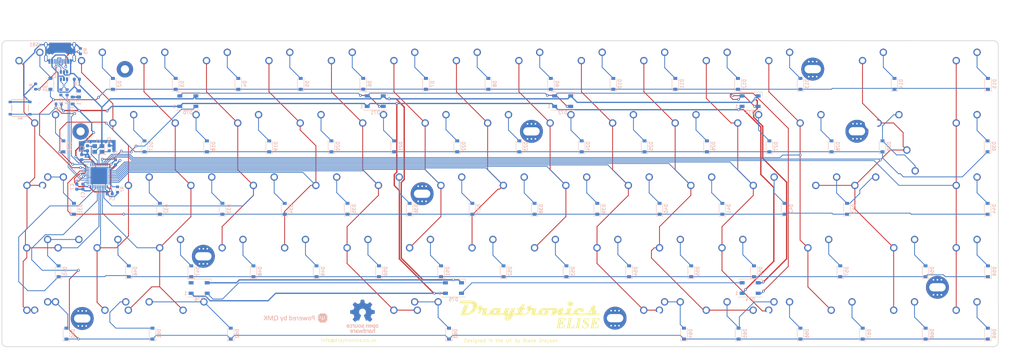
<source format=kicad_pcb>
(kicad_pcb (version 20171130) (host pcbnew "(5.1.9-0-10_14)")
  (layers (0 F.Cu signal) (31 B.Cu signal) (34 B.Paste user) (35 F.Paste user) (36 B.SilkS user) (37 F.SilkS user) (38 B.Mask user) (39 F.Mask user) (44 Edge.Cuts user))
  (net 0 "")
  (net 1 "Net-(D1-Pad2)")
  (net 2 "Net-(D2-Pad2)")
  (net 3 "Net-(D3-Pad2)")
  (net 4 "Net-(D4-Pad2)")
  (net 5 "Net-(D5-Pad2)")
  (net 6 "Net-(D6-Pad2)")
  (net 7 "Net-(D7-Pad2)")
  (net 8 "Net-(D8-Pad2)")
  (net 9 "Net-(D9-Pad2)")
  (net 10 "Net-(D10-Pad2)")
  (net 11 "Net-(D11-Pad2)")
  (net 12 "Net-(D12-Pad2)")
  (net 13 "Net-(D13-Pad2)")
  (net 14 "Net-(D14-Pad2)")
  (net 15 "Net-(D15-Pad2)")
  (net 16 "Net-(D16-Pad2)")
  (net 17 "Net-(D17-Pad2)")
  (net 18 "Net-(D18-Pad2)")
  (net 19 "Net-(D19-Pad2)")
  (net 20 "Net-(D20-Pad2)")
  (net 21 "Net-(D21-Pad2)")
  (net 22 "Net-(D22-Pad2)")
  (net 23 "Net-(D23-Pad2)")
  (net 24 "Net-(D24-Pad2)")
  (net 25 "Net-(D25-Pad2)")
  (net 26 "Net-(D26-Pad2)")
  (net 27 "Net-(D27-Pad2)")
  (net 28 "Net-(D28-Pad2)")
  (net 29 "Net-(D29-Pad2)")
  (net 30 "Net-(D30-Pad2)")
  (net 31 "Net-(D31-Pad2)")
  (net 32 "Net-(D32-Pad2)")
  (net 33 "Net-(D33-Pad2)")
  (net 34 "Net-(D34-Pad2)")
  (net 35 "Net-(D35-Pad2)")
  (net 36 "Net-(D36-Pad2)")
  (net 37 "Net-(D37-Pad2)")
  (net 38 "Net-(D38-Pad2)")
  (net 39 "Net-(D39-Pad2)")
  (net 40 "Net-(D40-Pad2)")
  (net 41 "Net-(D41-Pad2)")
  (net 42 "Net-(D42-Pad2)")
  (net 43 "Net-(D43-Pad2)")
  (net 44 "Net-(D44-Pad2)")
  (net 45 "Net-(D45-Pad2)")
  (net 46 "Net-(D46-Pad2)")
  (net 47 "Net-(D47-Pad2)")
  (net 48 "Net-(D48-Pad2)")
  (net 49 "Net-(D49-Pad2)")
  (net 50 "Net-(D50-Pad2)")
  (net 51 "Net-(D51-Pad2)")
  (net 52 "Net-(D52-Pad2)")
  (net 53 "Net-(D53-Pad2)")
  (net 54 "Net-(D54-Pad2)")
  (net 55 "Net-(D55-Pad2)")
  (net 56 "Net-(D56-Pad2)")
  (net 57 "Net-(D57-Pad2)")
  (net 58 "Net-(D58-Pad2)")
  (net 59 "Net-(D59-Pad2)")
  (net 60 "Net-(D60-Pad2)")
  (net 61 "Net-(D61-Pad2)")
  (net 62 "Net-(D62-Pad2)")
  (net 63 "Net-(D63-Pad2)")
  (net 64 "Net-(D64-Pad2)")
  (net 65 "Net-(D65-Pad2)")
  (net 66 "Net-(D66-Pad2)")
  (net 67 "Net-(D67-Pad2)")
  (net 68 "Net-(D68-Pad2)")
  (net 69 "Net-(D69-Pad2)")
  (net 70 "Net-(U1-Pad42)")
  (net 71 "Net-(U1-Pad18)")
  (net 72 "Net-(U1-Pad12)")
  (net 73 "Net-(U1-Pad8)")
  (net 74 "Net-(U1-Pad1)")
  (net 75 GND)
  (net 76 +5V)
  (net 77 XTAL2)
  (net 78 XTAL1)
  (net 79 "Net-(C7-Pad1)")
  (net 80 VCC)
  (net 81 ROW0)
  (net 82 ROW1)
  (net 83 ROW2)
  (net 84 ROW3)
  (net 85 ROW4)
  (net 86 "Net-(D70-Pad2)")
  (net 87 RGBLED)
  (net 88 "Net-(D71-Pad2)")
  (net 89 "Net-(D72-Pad2)")
  (net 90 "Net-(D73-Pad2)")
  (net 91 "Net-(D74-Pad2)")
  (net 92 "Net-(D75-Pad2)")
  (net 93 "Net-(D76-Pad2)")
  (net 94 "Net-(F1-Pad2)")
  (net 95 DBus+)
  (net 96 DBus-)
  (net 97 COL0)
  (net 98 COL1)
  (net 99 COL2)
  (net 100 COL3)
  (net 101 COL4)
  (net 102 COL5)
  (net 103 COL6)
  (net 104 COL7)
  (net 105 COL8)
  (net 106 COL9)
  (net 107 COL10)
  (net 108 COL11)
  (net 109 COL12)
  (net 110 COL13)
  (net 111 COL14)
  (net 112 "Net-(R1-Pad2)")
  (net 113 D-)
  (net 114 D+)
  (net 115 RESET)
  (net 116 /ESD_D-)
  (net 117 /ESD_D+)
  (net 118 "Net-(R4-Pad2)")
  (net 119 "Net-(R5-Pad2)")
  (net 120 "Net-(USB1-Pad3)")
  (net 121 "Net-(USB1-Pad9)")
  (module "Draytronics Footprints:QMK_Copper_Back" (layer F.Cu) (at 114.33302 110.87608)
    (fp_text reference G*** hide)
    (fp_text value LOGO hide)
  )
  (module "Draytronics Footprints:OSHQ_Copper_Back" (layer F.Cu) (at 134.75208 110.3884)
    (fp_text reference G*** hide)
    (fp_text value LOGO hide)
    (fp_poly (pts (xy 0.132345 -5.079957) (xy 0.235336 -5.079749) (xy 0.317718 -5.079263) (xy 0.381885 -5.078383) (xy 0.430232 -5.076995) (xy 0.465156 -5.074984) (xy 0.48905 -5.072235) (xy 0.50431 -5.068634) (xy 0.513332 -5.064066) (xy 0.51851 -5.058415) (xy 0.520284 -5.055378) (xy 0.525503 -5.037693) (xy 0.534698 -4.997907) (xy 0.547282 -4.938905) (xy 0.562666 -4.863572) (xy 0.580263 -4.774794) (xy 0.599486 -4.675457) (xy 0.619746 -4.568446) (xy 0.623091 -4.550553) (xy 0.643503 -4.442958) (xy 0.663114 -4.342923) (xy 0.681322 -4.253273) (xy 0.697526 -4.17683) (xy 0.711125 -4.116418) (xy 0.721518 -4.074862) (xy 0.728103 -4.054984) (xy 0.728819 -4.053946) (xy 0.745662 -4.043891) (xy 0.782431 -4.026223) (xy 0.835355 -4.002486) (xy 0.900669 -3.974224) (xy 0.974604 -3.942981) (xy 1.053393 -3.9103) (xy 1.133267 -3.877727) (xy 1.21046 -3.846804) (xy 1.281204 -3.819076) (xy 1.341731 -3.796087) (xy 1.388273 -3.779381) (xy 1.417063 -3.770502) (xy 1.422962 -3.769478) (xy 1.440997 -3.774969) (xy 1.474904 -3.792621) (xy 1.525516 -3.822962) (xy 1.593664 -3.866515) (xy 1.68018 -3.923808) (xy 1.785897 -3.995364) (xy 1.847302 -4.0374) (xy 1.953687 -4.110453) (xy 2.041124 -4.170397) (xy 2.111616 -4.218481) (xy 2.167167 -4.255955) (xy 2.209781 -4.284067) (xy 2.241461 -4.304066) (xy 2.264211 -4.317201) (xy 2.280036 -4.324721) (xy 2.290939 -4.327875) (xy 2.298924 -4.327913) (xy 2.305995 -4.326082) (xy 2.308941 -4.325131) (xy 2.325172 -4.31389) (xy 2.356101 -4.286921) (xy 2.399339 -4.246655) (xy 2.452501 -4.19552) (xy 2.513198 -4.135948) (xy 2.579043 -4.070368) (xy 2.64765 -4.001211) (xy 2.71663 -3.930906) (xy 2.783597 -3.861884) (xy 2.846162 -3.796575) (xy 2.90194 -3.737409) (xy 2.948541 -3.686816) (xy 2.98358 -3.647226) (xy 3.004669 -3.621069) (xy 3.0099 -3.611602) (xy 3.002912 -3.5956) (xy 2.983003 -3.561203) (xy 2.951755 -3.51087) (xy 2.91075 -3.447059) (xy 2.861571 -3.372227) (xy 2.805799 -3.288832) (xy 2.745017 -3.199333) (xy 2.73685 -3.187406) (xy 2.654873 -3.066922) (xy 2.58729 -2.965654) (xy 2.534246 -2.883837) (xy 2.495891 -2.821702) (xy 2.47237 -2.779481) (xy 2.463832 -2.757408) (xy 2.4638 -2.756666) (xy 2.46881 -2.734177) (xy 2.48279 -2.692854) (xy 2.504162 -2.636337) (xy 2.531348 -2.568271) (xy 2.562771 -2.492297) (xy 2.596854 -2.412057) (xy 2.632018 -2.331194) (xy 2.666687 -2.253351) (xy 2.699282 -2.18217) (xy 2.728226 -2.121294) (xy 2.751942 -2.074364) (xy 2.768852 -2.045023) (xy 2.775436 -2.037117) (xy 2.793601 -2.030889) (xy 2.833764 -2.020828) (xy 2.892918 -2.007568) (xy 2.968056 -1.991743) (xy 3.056173 -1.973987) (xy 3.154261 -1.954935) (xy 3.251686 -1.936631) (xy 3.35646 -1.917076) (xy 3.454182 -1.898489) (xy 3.541825 -1.881472) (xy 3.616362 -1.866628) (xy 3.674764 -1.854559) (xy 3.714006 -1.845866) (xy 3.730625 -1.841352) (xy 3.7592 -1.829345) (xy 3.7592 -1.322432) (xy 3.759136 -1.195246) (xy 3.758879 -1.091114) (xy 3.758327 -1.007688) (xy 3.757378 -0.942622) (xy 3.755933 -0.893569) (xy 3.75389 -0.858182) (xy 3.751148 -0.834115) (xy 3.747606 -0.819021) (xy 3.743163 -0.810554) (xy 3.737718 -0.806366) (xy 3.736975 -0.806032) (xy 3.71973 -0.801573) (xy 3.680459 -0.793068) (xy 3.622109 -0.781104) (xy 3.547628 -0.766269) (xy 3.459962 -0.74915) (xy 3.362059 -0.730333) (xy 3.258294 -0.710674) (xy 3.131155 -0.686498) (xy 3.027187 -0.666118) (xy 2.944515 -0.649105) (xy 2.881264 -0.635034) (xy 2.835559 -0.623477) (xy 2.805524 -0.614007) (xy 2.789284 -0.606197) (xy 2.785996 -0.603137) (xy 2.777406 -0.586194) (xy 2.760781 -0.54876) (xy 2.737431 -0.493958) (xy 2.708666 -0.424916) (xy 2.675798 -0.344758) (xy 2.640137 -0.25661) (xy 2.628267 -0.22702) (xy 2.58156 -0.108908) (xy 2.544947 -0.013072) (xy 2.518115 0.061382) (xy 2.500751 0.115349) (xy 2.492541 0.149723) (xy 2.49199 0.16214) (xy 2.500337 0.180438) (xy 2.521554 0.216918) (xy 2.55395 0.268951) (xy 2.595833 0.333909) (xy 2.645511 0.409162) (xy 2.701292 0.492083) (xy 2.75375 0.568822) (xy 2.813134 0.655659) (xy 2.867648 0.736534) (xy 2.915655 0.808927) (xy 2.955515 0.870316) (xy 2.985589 0.918181) (xy 3.004238 0.95) (xy 3.009899 0.962825) (xy 3.00117 0.976396) (xy 2.976273 1.005724) (xy 2.93715 1.048753) (xy 2.885741 1.103426) (xy 2.823984 1.167687) (xy 2.753821 1.239479) (xy 2.677192 1.316747) (xy 2.656503 1.337424) (xy 2.564561 1.428879) (xy 2.488756 1.503594) (xy 2.427496 1.563017) (xy 2.379189 1.608596) (xy 2.342242 1.641779) (xy 2.315063 1.664015) (xy 2.296059 1.676751) (xy 2.283638 1.681435) (xy 2.278678 1.680981) (xy 2.262761 1.671873) (xy 2.228519 1.650044) (xy 2.178528 1.617209) (xy 2.115363 1.575083) (xy 2.041596 1.525381) (xy 1.959804 1.469819) (xy 1.887232 1.420184) (xy 1.800807 1.361364) (xy 1.720226 1.30742) (xy 1.648055 1.260001) (xy 1.586861 1.220758) (xy 1.539212 1.19134) (xy 1.507675 1.173397) (xy 1.495492 1.1684) (xy 1.475943 1.174186) (xy 1.438798 1.190108) (xy 1.388691 1.214007) (xy 1.330253 1.243724) (xy 1.303709 1.257757) (xy 1.243301 1.289027) (xy 1.18935 1.315017) (xy 1.146433 1.333667) (xy 1.119125 1.342918) (xy 1.113253 1.343482) (xy 1.106366 1.337646) (xy 1.095549 1.320851) (xy 1.080224 1.291787) (xy 1.059814 1.249145) (xy 1.033742 1.191615) (xy 1.00143 1.117886) (xy 0.962302 1.026649) (xy 0.91578 0.916593) (xy 0.861288 0.786409) (xy 0.798248 0.634786) (xy 0.754478 0.529102) (xy 0.698228 0.392776) (xy 0.644937 0.262945) (xy 0.595394 0.141573) (xy 0.550387 0.030627) (xy 0.510705 -0.067932) (xy 0.477137 -0.152137) (xy 0.450471 -0.220024) (xy 0.431497 -0.269629) (xy 0.421002 -0.298988) (xy 0.4191 -0.306203) (xy 0.430187 -0.329414) (xy 0.460453 -0.356892) (xy 0.473075 -0.365535) (xy 0.509207 -0.389779) (xy 0.556752 -0.422972) (xy 0.606776 -0.458853) (xy 0.618371 -0.467326) (xy 0.741767 -0.572963) (xy 0.845477 -0.693063) (xy 0.928827 -0.825242) (xy 0.991141 -0.967117) (xy 1.031745 -1.116307) (xy 1.049963 -1.270427) (xy 1.045121 -1.427097) (xy 1.016544 -1.583932) (xy 0.972416 -1.71726) (xy 0.932667 -1.804356) (xy 0.885961 -1.882823) (xy 0.827619 -1.959413) (xy 0.752962 -2.040874) (xy 0.7366 -2.057406) (xy 0.624054 -2.157468) (xy 0.506831 -2.235598) (xy 0.379157 -2.295243) (xy 0.28575 -2.326332) (xy 0.194953 -2.345236) (xy 0.08896 -2.355685) (xy -0.023476 -2.35768) (xy -0.1336 -2.35122) (xy -0.232658 -2.336305) (xy -0.27305 -2.326332) (xy -0.422669 -2.270553) (xy -0.560837 -2.193808) (xy -0.685495 -2.098299) (xy -0.794583 -1.986226) (xy -0.886038 -1.859792) (xy -0.957802 -1.721198) (xy -1.007813 -1.572646) (xy -1.017308 -1.531167) (xy -1.03768 -1.371586) (xy -1.03364 -1.213287) (xy -1.00615 -1.058754) (xy -0.956171 -0.910468) (xy -0.884662 -0.770913) (xy -0.792585 -0.642571) (xy -0.6809 -0.527925) (xy -0.605672 -0.467326) (xy -0.556401 -0.431739) (xy -0.507424 -0.397311) (xy -0.467676 -0.3703) (xy -0.460375 -0.365535) (xy -0.425059 -0.337737) (xy -0.407524 -0.312668) (xy -0.4064 -0.306203) (xy -0.411152 -0.290598) (xy -0.424879 -0.253511) (xy -0.446795 -0.196904) (xy -0.476109 -0.122743) (xy -0.512034 -0.032992) (xy -0.553781 0.070384) (xy -0.60056 0.185422) (xy -0.651584 0.310156) (xy -0.706062 0.442622) (xy -0.741779 0.529102) (xy -0.810426 0.694718) (xy -0.870166 0.838081) (xy -0.921577 0.9605) (xy -0.965235 1.063287) (xy -1.001718 1.14775) (xy -1.031603 1.215201) (xy -1.055467 1.266948) (xy -1.073886 1.304302) (xy -1.087439 1.328573) (xy -1.096702 1.34107) (xy -1.100554 1.343482) (xy -1.119585 1.338996) (xy -1.156229 1.324209) (xy -1.205911 1.30118) (xy -1.264055 1.271969) (xy -1.29101 1.257757) (xy -1.351607 1.226202) (xy -1.405865 1.199536) (xy -1.449152 1.179919) (xy -1.476838 1.169508) (xy -1.482793 1.1684) (xy -1.498748 1.175383) (xy -1.532979 1.195232) (xy -1.582919 1.226299) (xy -1.646002 1.266932) (xy -1.71966 1.315482) (xy -1.801327 1.370299) (xy -1.874533 1.420184) (xy -1.961054 1.479325) (xy -2.041699 1.534037) (xy -2.113892 1.582606) (xy -2.175061 1.623316) (xy -2.222629 1.654453) (xy -2.254022 1.6743) (xy -2.265979 1.680981) (xy -2.275212 1.680437) (xy -2.290071 1.672711) (xy -2.312148 1.656355) (xy -2.343037 1.629921) (xy -2.38433 1.591961) (xy -2.437618 1.541027) (xy -2.504496 1.475671) (xy -2.586554 1.394445) (xy -2.643804 1.337424) (xy -2.721794 1.259073) (xy -2.79382 1.185663) (xy -2.857943 1.119252) (xy -2.912222 1.061895) (xy -2.954717 1.015649) (xy -2.983489 0.982571) (xy -2.996597 0.964716) (xy -2.9972 0.962825) (xy -2.990206 0.94756) (xy -2.970315 0.913987) (xy -2.939167 0.864625) (xy -2.8984 0.801997) (xy -2.849654 0.728623) (xy -2.794567 0.647023) (xy -2.741051 0.568822) (xy -2.681319 0.481351) (xy -2.626211 0.399248) (xy -2.577417 0.325142) (xy -2.536632 0.261661) (xy -2.505545 0.211435) (xy -2.48585 0.177092) (xy -2.479291 0.16214) (xy -2.48161 0.140252) (xy -2.492876 0.099363) (xy -2.513402 0.038579) (xy -2.543501 -0.042995) (xy -2.583487 -0.146252) (xy -2.615568 -0.22702) (xy -2.65185 -0.317076) (xy -2.685761 -0.40015) (xy -2.715991 -0.473115) (xy -2.741229 -0.532847) (xy -2.760165 -0.576219) (xy -2.771486 -0.600106) (xy -2.773297 -0.603137) (xy -2.783987 -0.610343) (xy -2.807636 -0.61902) (xy -2.846119 -0.629593) (xy -2.90131 -0.64249) (xy -2.975086 -0.658137) (xy -3.069321 -0.676962) (xy -3.185891 -0.699392) (xy -3.245595 -0.710674) (xy -3.35071 -0.73059) (xy -3.448497 -0.749389) (xy -3.536007 -0.766482) (xy -3.610295 -0.781283) (xy -3.668411 -0.793205) (xy -3.70741 -0.80166) (xy -3.724275 -0.806032) (xy -3.729851 -0.809856) (xy -3.734411 -0.817671) (xy -3.738059 -0.831824) (xy -3.740894 -0.854662) (xy -3.743017 -0.888531) (xy -3.744531 -0.935779) (xy -3.745534 -0.998751) (xy -3.74613 -1.079795) (xy -3.746418 -1.181256) (xy -3.7465 -1.305483) (xy -3.7465 -1.829345) (xy -3.717925 -1.841352) (xy -3.699127 -1.84638) (xy -3.658364 -1.855343) (xy -3.598664 -1.867639) (xy -3.523054 -1.882664) (xy -3.434562 -1.899818) (xy -3.336214 -1.918497) (xy -3.238987 -1.936631) (xy -3.134328 -1.956318) (xy -3.036849 -1.975299) (xy -2.949555 -1.992938) (xy -2.875453 -2.008602) (xy -2.817549 -2.021656) (xy -2.77885 -2.031466) (xy -2.762737 -2.037117) (xy -2.751084 -2.053103) (xy -2.731602 -2.08904) (xy -2.705869 -2.141287) (xy -2.675462 -2.2062) (xy -2.641958 -2.280138) (xy -2.606936 -2.359457) (xy -2.571972 -2.440516) (xy -2.538644 -2.519672) (xy -2.508531 -2.593282) (xy -2.483208 -2.657704) (xy -2.464254 -2.709296) (xy -2.453247 -2.744415) (xy -2.4511 -2.756666) (xy -2.458646 -2.777403) (xy -2.481183 -2.818303) (xy -2.518565 -2.879132) (xy -2.570645 -2.959659) (xy -2.637274 -3.059651) (xy -2.718306 -3.178876) (xy -2.72415 -3.187406) (xy -2.785466 -3.277517) (xy -2.841977 -3.361842) (xy -2.892101 -3.437923) (xy -2.934255 -3.503302) (xy -2.966857 -3.555522) (xy -2.988326 -3.592124) (xy -2.997079 -3.610651) (xy -2.9972 -3.611602) (xy -2.988509 -3.625731) (xy -2.964024 -3.655169) (xy -2.926135 -3.697485) (xy -2.877228 -3.75025) (xy -2.81969 -3.811033) (xy -2.75591 -3.877404) (xy -2.688273 -3.946933) (xy -2.619168 -4.01719) (xy -2.550981 -4.085744) (xy -2.486101 -4.150166) (xy -2.426914 -4.208026) (xy -2.375808 -4.256893) (xy -2.335169 -4.294338) (xy -2.307386 -4.31793) (xy -2.296242 -4.325131) (xy -2.288801 -4.327328) (xy -2.281084 -4.328027) (xy -2.271085 -4.32598) (xy -2.256801 -4.319937) (xy -2.236228 -4.308651) (xy -2.20736 -4.290872) (xy -2.168195 -4.265351) (xy -2.116728 -4.230841) (xy -2.050954 -4.186092) (xy -1.968869 -4.129855) (xy -1.868469 -4.060882) (xy -1.833213 -4.036651) (xy -1.717516 -3.95765) (xy -1.621447 -3.893203) (xy -1.544188 -3.842794) (xy -1.484921 -3.805905) (xy -1.442829 -3.78202) (xy -1.417095 -3.770623) (xy -1.410273 -3.769438) (xy -1.390027 -3.774555) (xy -1.350431 -3.788152) (xy -1.29526 -3.808686) (xy -1.228287 -3.834609) (xy -1.153287 -3.864376) (xy -1.074032 -3.896443) (xy -0.994296 -3.929263) (xy -0.917853 -3.96129) (xy -0.848478 -3.990981) (xy -0.789943 -4.016788) (xy -0.746022 -4.037167) (xy -0.720489 -4.050572) (xy -0.716232 -4.053673) (xy -0.710281 -4.069538) (xy -0.700435 -4.107575) (xy -0.687298 -4.164956) (xy -0.671471 -4.238855) (xy -0.653558 -4.326446) (xy -0.634162 -4.4249) (xy -0.613884 -4.531391) (xy -0.610346 -4.55034) (xy -0.590025 -4.658316) (xy -0.570637 -4.759095) (xy -0.552769 -4.849787) (xy -0.537009 -4.927505) (xy -0.523943 -4.989361) (xy -0.51416 -5.032466) (xy -0.508246 -5.053932) (xy -0.507698 -5.055165) (xy -0.503509 -5.061412) (xy -0.496685 -5.066513) (xy -0.484829 -5.070585) (xy -0.465545 -5.073744) (xy -0.436437 -5.076105) (xy -0.395108 -5.077783) (xy -0.339163 -5.078896) (xy -0.266204 -5.079557) (xy -0.173837 -5.079884) (xy -0.059664 -5.079992) (xy 0.006349 -5.08) (xy 0.132345 -5.079957)) (layer B.Cu) (width 0.01))
  )
  (module "Draytronics Footprints:Logo_Elise" (layer F.Cu) (at 185.8264 110.03788)
    (fp_text reference G*** hide)
    (fp_text value LOGO hide)
  )
  (module MX_Only:MXOnly-1U-NoLED (layer F.Cu) (at 319.58788 111.05388)
    (fp_text reference MX73)
    (fp_text value MX-NoLED)
    (pad 2 thru_hole circle (at 2.54 -5.08) (size 2.25 2.25) (drill 1.47) (layers *.Cu B.Mask) (net 69 "Net-(D69-Pad2)"))
    (pad "" np_thru_hole circle (at 0 0) (size 3.9878 3.9878) (drill 3.9878) (layers *.Cu *.Mask))
    (pad 1 thru_hole circle (at -3.81 -2.54) (size 2.25 2.25) (drill 1.47) (layers *.Cu B.Mask) (net 111 COL14))
    (pad "" np_thru_hole circle (at -5.08 0 48.0996) (size 1.75 1.75) (drill 1.75) (layers *.Cu *.Mask))
    (pad "" np_thru_hole circle (at 5.08 0 48.0996) (size 1.75 1.75) (drill 1.75) (layers *.Cu *.Mask))
  )
  (module MX_Only:MXOnly-1U-NoLED (layer F.Cu) (at 33.85312 34.86404)
    (fp_text reference MX1)
    (fp_text value MX-NoLED)
    (pad "" np_thru_hole circle (at 5.08 0 48.0996) (size 1.75 1.75) (drill 1.75) (layers *.Cu *.Mask))
    (pad "" np_thru_hole circle (at -5.08 0 48.0996) (size 1.75 1.75) (drill 1.75) (layers *.Cu *.Mask))
    (pad 1 thru_hole circle (at -3.81 -2.54) (size 2.25 2.25) (drill 1.47) (layers *.Cu B.Mask) (net 97 COL0))
    (pad "" np_thru_hole circle (at 0 0) (size 3.9878 3.9878) (drill 3.9878) (layers *.Cu *.Mask))
    (pad 2 thru_hole circle (at 2.54 -5.08) (size 2.25 2.25) (drill 1.47) (layers *.Cu B.Mask) (net 1 "Net-(D1-Pad2)"))
  )
  (module MX_Only:MXOnly-1.25U-NoLED (layer F.Cu) (at 36.2458 111.0488)
    (fp_text reference MX64)
    (fp_text value 1.25U)
    (pad 2 thru_hole circle (at 2.54 -5.08) (size 2.25 2.25) (drill 1.47) (layers *.Cu B.Mask) (net 60 "Net-(D60-Pad2)"))
    (pad "" np_thru_hole circle (at 0 0) (size 3.9878 3.9878) (drill 3.9878) (layers *.Cu *.Mask))
    (pad 1 thru_hole circle (at -3.81 -2.54) (size 2.25 2.25) (drill 1.47) (layers *.Cu B.Mask) (net 97 COL0))
    (pad "" np_thru_hole circle (at -5.08 0 48.0996) (size 1.75 1.75) (drill 1.75) (layers *.Cu *.Mask))
    (pad "" np_thru_hole circle (at 5.08 0 48.0996) (size 1.75 1.75) (drill 1.75) (layers *.Cu *.Mask))
  )
  (module MX_Only:MXOnly-1.5U-NoLED (layer F.Cu) (at 38.608 111.0488)
    (fp_text reference MX74)
    (fp_text value 1.5U)
    (pad 2 thru_hole circle (at 2.54 -5.08) (size 2.25 2.25) (drill 1.47) (layers *.Cu B.Mask) (net 60 "Net-(D60-Pad2)"))
    (pad "" np_thru_hole circle (at 0 0) (size 3.9878 3.9878) (drill 3.9878) (layers *.Cu *.Mask))
    (pad 1 thru_hole circle (at -3.81 -2.54) (size 2.25 2.25) (drill 1.47) (layers *.Cu B.Mask) (net 97 COL0))
    (pad "" np_thru_hole circle (at -5.08 0 48.0996) (size 1.75 1.75) (drill 1.75) (layers *.Cu *.Mask))
    (pad "" np_thru_hole circle (at 5.08 0 48.0996) (size 1.75 1.75) (drill 1.75) (layers *.Cu *.Mask))
  )
  (module "Draytronics Footprints:Oblong Mounting Hole" (layer F.Cu) (at 86.57316 87.27976)
    (fp_text reference REF** hide)
    (fp_text value "Oblong Mounting Hole" hide)
    (pad 1 thru_hole circle (at -0.33 4.78) (size 7.00024 7.00024) (drill oval 5.00126 2.49936) (layers *.Cu *.Mask))
    (pad 1 thru_hole circle (at -0.33 2.48) (size 1 1) (drill 0.5) (layers *.Cu *.Mask))
    (pad 1 thru_hole circle (at 0.87 2.48) (size 1 1) (drill 0.5) (layers *.Cu *.Mask))
    (pad 1 thru_hole circle (at -1.53 2.48) (size 1 1) (drill 0.5) (layers *.Cu *.Mask))
    (pad 1 thru_hole circle (at -0.33 7.08) (size 1 1) (drill 0.5) (layers *.Cu *.Mask))
    (pad 1 thru_hole circle (at -1.53 7.08) (size 1 1) (drill 0.5) (layers *.Cu *.Mask))
    (pad 1 thru_hole circle (at 0.87 7.08) (size 1 1) (drill 0.5) (layers *.Cu *.Mask))
  )
  (module "Draytronics Footprints:Oblong Mounting Hole" (layer F.Cu) (at 212.10504 106.1672)
    (fp_text reference REF** hide)
    (fp_text value "Oblong Mounting Hole" hide)
    (pad 1 thru_hole circle (at 0.87 7.08) (size 1 1) (drill 0.5) (layers *.Cu *.Mask))
    (pad 1 thru_hole circle (at -1.53 7.08) (size 1 1) (drill 0.5) (layers *.Cu *.Mask))
    (pad 1 thru_hole circle (at -0.33 7.08) (size 1 1) (drill 0.5) (layers *.Cu *.Mask))
    (pad 1 thru_hole circle (at -1.53 2.48) (size 1 1) (drill 0.5) (layers *.Cu *.Mask))
    (pad 1 thru_hole circle (at 0.87 2.48) (size 1 1) (drill 0.5) (layers *.Cu *.Mask))
    (pad 1 thru_hole circle (at -0.33 2.48) (size 1 1) (drill 0.5) (layers *.Cu *.Mask))
    (pad 1 thru_hole circle (at -0.33 4.78) (size 7.00024 7.00024) (drill oval 5.00126 2.49936) (layers *.Cu *.Mask))
  )
  (module "Draytronics Footprints:Oblong Mounting Hole" (layer F.Cu) (at 310.39308 96.74352)
    (fp_text reference REF** hide)
    (fp_text value "Oblong Mounting Hole" hide)
    (pad 1 thru_hole circle (at -0.33 4.78) (size 7.00024 7.00024) (drill oval 5.00126 2.49936) (layers *.Cu *.Mask))
    (pad 1 thru_hole circle (at -0.33 2.48) (size 1 1) (drill 0.5) (layers *.Cu *.Mask))
    (pad 1 thru_hole circle (at 0.87 2.48) (size 1 1) (drill 0.5) (layers *.Cu *.Mask))
    (pad 1 thru_hole circle (at -1.53 2.48) (size 1 1) (drill 0.5) (layers *.Cu *.Mask))
    (pad 1 thru_hole circle (at -0.33 7.08) (size 1 1) (drill 0.5) (layers *.Cu *.Mask))
    (pad 1 thru_hole circle (at -1.53 7.08) (size 1 1) (drill 0.5) (layers *.Cu *.Mask))
    (pad 1 thru_hole circle (at 0.87 7.08) (size 1 1) (drill 0.5) (layers *.Cu *.Mask))
  )
  (module "Draytronics Footprints:Oblong Mounting Hole" (layer F.Cu) (at 285.84632 49.09848)
    (fp_text reference REF** hide)
    (fp_text value "Oblong Mounting Hole" hide)
    (pad 1 thru_hole circle (at 0.87 7.08) (size 1 1) (drill 0.5) (layers *.Cu *.Mask))
    (pad 1 thru_hole circle (at -1.53 7.08) (size 1 1) (drill 0.5) (layers *.Cu *.Mask))
    (pad 1 thru_hole circle (at -0.33 7.08) (size 1 1) (drill 0.5) (layers *.Cu *.Mask))
    (pad 1 thru_hole circle (at -1.53 2.48) (size 1 1) (drill 0.5) (layers *.Cu *.Mask))
    (pad 1 thru_hole circle (at 0.87 2.48) (size 1 1) (drill 0.5) (layers *.Cu *.Mask))
    (pad 1 thru_hole circle (at -0.33 2.48) (size 1 1) (drill 0.5) (layers *.Cu *.Mask))
    (pad 1 thru_hole circle (at -0.33 4.78) (size 7.00024 7.00024) (drill oval 5.00126 2.49936) (layers *.Cu *.Mask))
  )
  (module "Draytronics Footprints:Oblong Mounting Hole" (layer F.Cu) (at 272.36908 30.12468)
    (fp_text reference REF** hide)
    (fp_text value "Oblong Mounting Hole" hide)
    (pad 1 thru_hole circle (at -0.33 4.78) (size 7.00024 7.00024) (drill oval 5.00126 2.49936) (layers *.Cu *.Mask))
    (pad 1 thru_hole circle (at -0.33 2.48) (size 1 1) (drill 0.5) (layers *.Cu *.Mask))
    (pad 1 thru_hole circle (at 0.87 2.48) (size 1 1) (drill 0.5) (layers *.Cu *.Mask))
    (pad 1 thru_hole circle (at -1.53 2.48) (size 1 1) (drill 0.5) (layers *.Cu *.Mask))
    (pad 1 thru_hole circle (at -0.33 7.08) (size 1 1) (drill 0.5) (layers *.Cu *.Mask))
    (pad 1 thru_hole circle (at -1.53 7.08) (size 1 1) (drill 0.5) (layers *.Cu *.Mask))
    (pad 1 thru_hole circle (at 0.87 7.08) (size 1 1) (drill 0.5) (layers *.Cu *.Mask))
  )
  (module "Draytronics Footprints:Oblong Mounting Hole" (layer F.Cu) (at 186.60344 49.13404)
    (fp_text reference REF** hide)
    (fp_text value "Oblong Mounting Hole" hide)
    (pad 1 thru_hole circle (at 0.87 7.08) (size 1 1) (drill 0.5) (layers *.Cu *.Mask))
    (pad 1 thru_hole circle (at -1.53 7.08) (size 1 1) (drill 0.5) (layers *.Cu *.Mask))
    (pad 1 thru_hole circle (at -0.33 7.08) (size 1 1) (drill 0.5) (layers *.Cu *.Mask))
    (pad 1 thru_hole circle (at -1.53 2.48) (size 1 1) (drill 0.5) (layers *.Cu *.Mask))
    (pad 1 thru_hole circle (at 0.87 2.48) (size 1 1) (drill 0.5) (layers *.Cu *.Mask))
    (pad 1 thru_hole circle (at -0.33 2.48) (size 1 1) (drill 0.5) (layers *.Cu *.Mask))
    (pad 1 thru_hole circle (at -0.33 4.78) (size 7.00024 7.00024) (drill oval 5.00126 2.49936) (layers *.Cu *.Mask))
  )
  (module "Draytronics Footprints:Oblong Mounting Hole" (layer F.Cu) (at 153.27864 68.18404)
    (fp_text reference REF** hide)
    (fp_text value "Oblong Mounting Hole" hide)
    (pad 1 thru_hole circle (at -0.33 4.78) (size 7.00024 7.00024) (drill oval 5.00126 2.49936) (layers *.Cu *.Mask))
    (pad 1 thru_hole circle (at -0.33 2.48) (size 1 1) (drill 0.5) (layers *.Cu *.Mask))
    (pad 1 thru_hole circle (at 0.87 2.48) (size 1 1) (drill 0.5) (layers *.Cu *.Mask))
    (pad 1 thru_hole circle (at -1.53 2.48) (size 1 1) (drill 0.5) (layers *.Cu *.Mask))
    (pad 1 thru_hole circle (at -0.33 7.08) (size 1 1) (drill 0.5) (layers *.Cu *.Mask))
    (pad 1 thru_hole circle (at -1.53 7.08) (size 1 1) (drill 0.5) (layers *.Cu *.Mask))
    (pad 1 thru_hole circle (at 0.87 7.08) (size 1 1) (drill 0.5) (layers *.Cu *.Mask))
  )
  (module "Draytronics Footprints:Oblong Mounting Hole" (layer F.Cu) (at 49.64664 106.25864)
    (fp_text reference REF** hide)
    (fp_text value "Oblong Mounting Hole" hide)
    (pad 1 thru_hole circle (at 0.87 7.08) (size 1 1) (drill 0.5) (layers *.Cu *.Mask))
    (pad 1 thru_hole circle (at -1.53 7.08) (size 1 1) (drill 0.5) (layers *.Cu *.Mask))
    (pad 1 thru_hole circle (at -0.33 7.08) (size 1 1) (drill 0.5) (layers *.Cu *.Mask))
    (pad 1 thru_hole circle (at -1.53 2.48) (size 1 1) (drill 0.5) (layers *.Cu *.Mask))
    (pad 1 thru_hole circle (at 0.87 2.48) (size 1 1) (drill 0.5) (layers *.Cu *.Mask))
    (pad 1 thru_hole circle (at -0.33 2.48) (size 1 1) (drill 0.5) (layers *.Cu *.Mask))
    (pad 1 thru_hole circle (at -0.33 4.78) (size 7.00024 7.00024) (drill oval 5.00126 2.49936) (layers *.Cu *.Mask))
  )
  (module Package_DFN_QFN:QFN-44-1EP_7x7mm_P0.5mm_EP5.2x5.2mm (layer B.Cu) (at 54.4068 67.437)
    (fp_text reference U1 (at 0 4.82) (layer B.SilkS) (effects (justify mirror)))
    (fp_text value ATmega32U4-MU hide)
    (pad 45 smd rect (at 0 0) (size 5.2 5.2) (layers B.Cu B.Mask) (net 75 GND))
    (pad 44 smd roundrect (at -2.5 3.3375) (size 0.25 1.075) (layers B.Cu B.Paste B.Mask) (net 76 +5V))
    (pad 43 smd roundrect (at -2 3.3375) (size 0.25 1.075) (layers B.Cu B.Paste B.Mask) (net 75 GND))
    (pad 42 smd roundrect (at -1.5 3.3375) (size 0.25 1.075) (layers B.Cu B.Paste B.Mask) (net 70 "Net-(U1-Pad42)"))
    (pad 41 smd roundrect (at -1 3.3375) (size 0.25 1.075) (layers B.Cu B.Paste B.Mask) (net 84 ROW3))
    (pad 40 smd roundrect (at -0.5 3.3375) (size 0.25 1.075) (layers B.Cu B.Paste B.Mask) (net 85 ROW4))
    (pad 39 smd roundrect (at 0 3.3375) (size 0.25 1.075) (layers B.Cu B.Paste B.Mask) (net 97 COL0))
    (pad 38 smd roundrect (at 0.5 3.3375) (size 0.25 1.075) (layers B.Cu B.Paste B.Mask) (net 98 COL1))
    (pad 37 smd roundrect (at 1 3.3375) (size 0.25 1.075) (layers B.Cu B.Paste B.Mask) (net 99 COL2))
    (pad 36 smd roundrect (at 1.5 3.3375) (size 0.25 1.075) (layers B.Cu B.Paste B.Mask) (net 100 COL3))
    (pad 35 smd roundrect (at 2 3.3375) (size 0.25 1.075) (layers B.Cu B.Paste B.Mask) (net 75 GND))
    (pad 34 smd roundrect (at 2.5 3.3375) (size 0.25 1.075) (layers B.Cu B.Paste B.Mask) (net 76 +5V))
    (pad 33 smd roundrect (at 3.3375 2.5) (size 1.075 0.25) (layers B.Cu B.Paste B.Mask) (net 112 "Net-(R1-Pad2)"))
    (pad 32 smd roundrect (at 3.3375 2) (size 1.075 0.25) (layers B.Cu B.Paste B.Mask) (net 101 COL4))
    (pad 31 smd roundrect (at 3.3375 1.5) (size 1.075 0.25) (layers B.Cu B.Paste B.Mask) (net 102 COL5))
    (pad 30 smd roundrect (at 3.3375 1) (size 1.075 0.25) (layers B.Cu B.Paste B.Mask) (net 103 COL6))
    (pad 29 smd roundrect (at 3.3375 0.5) (size 1.075 0.25) (layers B.Cu B.Paste B.Mask) (net 104 COL7))
    (pad 28 smd roundrect (at 3.3375 0) (size 1.075 0.25) (layers B.Cu B.Paste B.Mask) (net 105 COL8))
    (pad 27 smd roundrect (at 3.3375 -0.5) (size 1.075 0.25) (layers B.Cu B.Paste B.Mask) (net 106 COL9))
    (pad 26 smd roundrect (at 3.3375 -1) (size 1.075 0.25) (layers B.Cu B.Paste B.Mask) (net 107 COL10))
    (pad 25 smd roundrect (at 3.3375 -1.5) (size 1.075 0.25) (layers B.Cu B.Paste B.Mask) (net 108 COL11))
    (pad 24 smd roundrect (at 3.3375 -2) (size 1.075 0.25) (layers B.Cu B.Paste B.Mask) (net 76 +5V))
    (pad 23 smd roundrect (at 3.3375 -2.5) (size 1.075 0.25) (layers B.Cu B.Paste B.Mask) (net 75 GND))
    (pad 22 smd roundrect (at 2.5 -3.3375) (size 0.25 1.075) (layers B.Cu B.Paste B.Mask) (net 111 COL14))
    (pad 21 smd roundrect (at 2 -3.3375) (size 0.25 1.075) (layers B.Cu B.Paste B.Mask) (net 110 COL13))
    (pad 20 smd roundrect (at 1.5 -3.3375) (size 0.25 1.075) (layers B.Cu B.Paste B.Mask) (net 109 COL12))
    (pad 19 smd roundrect (at 1 -3.3375) (size 0.25 1.075) (layers B.Cu B.Paste B.Mask) (net 87 RGBLED))
    (pad 18 smd roundrect (at 0.5 -3.3375) (size 0.25 1.075) (layers B.Cu B.Paste B.Mask) (net 71 "Net-(U1-Pad18)"))
    (pad 17 smd roundrect (at 0 -3.3375) (size 0.25 1.075) (layers B.Cu B.Paste B.Mask) (net 78 XTAL1))
    (pad 16 smd roundrect (at -0.5 -3.3375) (size 0.25 1.075) (layers B.Cu B.Paste B.Mask) (net 77 XTAL2))
    (pad 15 smd roundrect (at -1 -3.3375) (size 0.25 1.075) (layers B.Cu B.Paste B.Mask) (net 75 GND))
    (pad 14 smd roundrect (at -1.5 -3.3375) (size 0.25 1.075) (layers B.Cu B.Paste B.Mask) (net 76 +5V))
    (pad 13 smd roundrect (at -2 -3.3375) (size 0.25 1.075) (layers B.Cu B.Paste B.Mask) (net 115 RESET))
    (pad 12 smd roundrect (at -2.5 -3.3375) (size 0.25 1.075) (layers B.Cu B.Paste B.Mask) (net 72 "Net-(U1-Pad12)"))
    (pad 11 smd roundrect (at -3.3375 -2.5) (size 1.075 0.25) (layers B.Cu B.Paste B.Mask) (net 82 ROW1))
    (pad 10 smd roundrect (at -3.3375 -2) (size 1.075 0.25) (layers B.Cu B.Paste B.Mask) (net 81 ROW0))
    (pad 9 smd roundrect (at -3.3375 -1.5) (size 1.075 0.25) (layers B.Cu B.Paste B.Mask) (net 83 ROW2))
    (pad 8 smd roundrect (at -3.3375 -1) (size 1.075 0.25) (layers B.Cu B.Paste B.Mask) (net 73 "Net-(U1-Pad8)"))
    (pad 7 smd roundrect (at -3.3375 -0.5) (size 1.075 0.25) (layers B.Cu B.Paste B.Mask) (net 76 +5V))
    (pad 6 smd roundrect (at -3.3375 0) (size 1.075 0.25) (layers B.Cu B.Paste B.Mask) (net 79 "Net-(C7-Pad1)"))
    (pad 5 smd roundrect (at -3.3375 0.5) (size 1.075 0.25) (layers B.Cu B.Paste B.Mask) (net 75 GND))
    (pad 4 smd roundrect (at -3.3375 1) (size 1.075 0.25) (layers B.Cu B.Paste B.Mask) (net 114 D+))
    (pad 3 smd roundrect (at -3.3375 1.5) (size 1.075 0.25) (layers B.Cu B.Paste B.Mask) (net 113 D-))
    (pad 2 smd roundrect (at -3.3375 2) (size 1.075 0.25) (layers B.Cu B.Paste B.Mask) (net 76 +5V))
    (pad 1 smd roundrect (at -3.3375 2.5) (size 1.075 0.25) (layers B.Cu B.Paste B.Mask) (net 74 "Net-(U1-Pad1)"))
  )
  (module "Draytronics Footprints:TS-1187A-B-A-B" (layer B.Cu) (at 30.36316 46.80204 180)
    (fp_text reference SW1 (at 0.032 -3.163) (layer B.SilkS) (effects (font (size 0.5 0.5) (thickness 0.12)) (justify mirror)))
    (fp_text value SW_Push)
    (pad 2 smd rect (at -3 -1.875 180) (size 1 0.75) (layers B.Cu B.Paste B.Mask) (net 115 RESET))
    (pad 2 smd rect (at 3 -1.875 180) (size 1 0.75) (layers B.Cu B.Paste B.Mask) (net 115 RESET))
    (pad 1 smd rect (at 3 1.875 180) (size 1 0.75) (layers B.Cu B.Paste B.Mask) (net 75 GND))
    (pad 1 smd rect (at -3 1.875 180) (size 1 0.75) (layers B.Cu B.Paste B.Mask) (net 75 GND))
  )
  (module Resistor_SMD:R_0603_1608Metric (layer B.Cu) (at 42.1386 45.5676 180)
    (fp_text reference R6 (at -0.01524 -1.50368) (layer B.SilkS) (effects (justify mirror)))
    (fp_text value 10k hide)
    (pad 2 smd roundrect (at 0.825 0 180) (size 0.8 0.95) (layers B.Cu B.Paste B.Mask) (net 115 RESET))
    (pad 1 smd roundrect (at -0.825 0 180) (size 0.8 0.95) (layers B.Cu B.Paste B.Mask) (net 76 +5V))
  )
  (module LED_SMD:LED_WS2812B_PLCC4_5.0x5.0mm_P3.2mm (layer B.Cu) (at 84.963 101.74732)
    (fp_text reference D76 (at 0 3.5) (layer B.SilkS) (effects (justify mirror)))
    (fp_text value WS2812B hide)
    (fp_text user 1 (at -4.15 1.6) (layer B.SilkS) (effects (justify mirror)))
    (pad 1 smd rect (at -2.45 1.6) (size 1.5 1) (layers B.Cu B.Paste B.Mask) (net 76 +5V))
    (pad 2 smd rect (at -2.45 -1.6) (size 1.5 1) (layers B.Cu B.Paste B.Mask) (net 93 "Net-(D76-Pad2)"))
    (pad 4 smd rect (at 2.45 1.6) (size 1.5 1) (layers B.Cu B.Paste B.Mask) (net 92 "Net-(D75-Pad2)"))
    (pad 3 smd rect (at 2.45 -1.6) (size 1.5 1) (layers B.Cu B.Paste B.Mask) (net 75 GND))
  )
  (module LED_SMD:LED_WS2812B_PLCC4_5.0x5.0mm_P3.2mm (layer B.Cu) (at 162.49904 101.74732)
    (fp_text reference D75 (at 0 3.5) (layer B.SilkS) (effects (justify mirror)))
    (fp_text value WS2812B hide)
    (fp_text user 1 (at -4.15 1.6) (layer B.SilkS) (effects (justify mirror)))
    (pad 1 smd rect (at -2.45 1.6) (size 1.5 1) (layers B.Cu B.Paste B.Mask) (net 76 +5V))
    (pad 2 smd rect (at -2.45 -1.6) (size 1.5 1) (layers B.Cu B.Paste B.Mask) (net 92 "Net-(D75-Pad2)"))
    (pad 4 smd rect (at 2.45 1.6) (size 1.5 1) (layers B.Cu B.Paste B.Mask) (net 91 "Net-(D74-Pad2)"))
    (pad 3 smd rect (at 2.45 -1.6) (size 1.5 1) (layers B.Cu B.Paste B.Mask) (net 75 GND))
  )
  (module LED_SMD:LED_WS2812B_PLCC4_5.0x5.0mm_P3.2mm (layer B.Cu) (at 252.96876 101.74732)
    (fp_text reference D74 (at 0 3.5) (layer B.SilkS) (effects (justify mirror)))
    (fp_text value WS2812B hide)
    (fp_text user 1 (at -4.15 1.6) (layer B.SilkS) (effects (justify mirror)))
    (pad 1 smd rect (at -2.45 1.6) (size 1.5 1) (layers B.Cu B.Paste B.Mask) (net 76 +5V))
    (pad 2 smd rect (at -2.45 -1.6) (size 1.5 1) (layers B.Cu B.Paste B.Mask) (net 91 "Net-(D74-Pad2)"))
    (pad 4 smd rect (at 2.45 1.6) (size 1.5 1) (layers B.Cu B.Paste B.Mask) (net 90 "Net-(D73-Pad2)"))
    (pad 3 smd rect (at 2.45 -1.6) (size 1.5 1) (layers B.Cu B.Paste B.Mask) (net 75 GND))
  )
  (module LED_SMD:LED_WS2812B_PLCC4_5.0x5.0mm_P3.2mm (layer B.Cu) (at 252.9332 44.68368)
    (fp_text reference D73 (at 0 3.5) (layer B.SilkS) (effects (justify mirror)))
    (fp_text value WS2812B hide)
    (fp_text user 1 (at -4.15 1.6) (layer B.SilkS) (effects (justify mirror)))
    (pad 1 smd rect (at -2.45 1.6) (size 1.5 1) (layers B.Cu B.Paste B.Mask) (net 76 +5V))
    (pad 2 smd rect (at -2.45 -1.6) (size 1.5 1) (layers B.Cu B.Paste B.Mask) (net 90 "Net-(D73-Pad2)"))
    (pad 4 smd rect (at 2.45 1.6) (size 1.5 1) (layers B.Cu B.Paste B.Mask) (net 89 "Net-(D72-Pad2)"))
    (pad 3 smd rect (at 2.45 -1.6) (size 1.5 1) (layers B.Cu B.Paste B.Mask) (net 75 GND))
  )
  (module LED_SMD:LED_WS2812B_PLCC4_5.0x5.0mm_P3.2mm (layer B.Cu) (at 195.7959 44.68368)
    (fp_text reference D72 (at 0 3.5) (layer B.SilkS) (effects (justify mirror)))
    (fp_text value WS2812B hide)
    (fp_text user 1 (at -4.15 1.6) (layer B.SilkS) (effects (justify mirror)))
    (pad 1 smd rect (at -2.45 1.6) (size 1.5 1) (layers B.Cu B.Paste B.Mask) (net 76 +5V))
    (pad 2 smd rect (at -2.45 -1.6) (size 1.5 1) (layers B.Cu B.Paste B.Mask) (net 89 "Net-(D72-Pad2)"))
    (pad 4 smd rect (at 2.45 1.6) (size 1.5 1) (layers B.Cu B.Paste B.Mask) (net 88 "Net-(D71-Pad2)"))
    (pad 3 smd rect (at 2.45 -1.6) (size 1.5 1) (layers B.Cu B.Paste B.Mask) (net 75 GND))
  )
  (module LED_SMD:LED_WS2812B_PLCC4_5.0x5.0mm_P3.2mm (layer B.Cu) (at 138.6459 44.68368)
    (fp_text reference D71 (at 0 3.5) (layer B.SilkS) (effects (justify mirror)))
    (fp_text value WS2812B hide)
    (fp_text user 1 (at -4.15 1.6) (layer B.SilkS) (effects (justify mirror)))
    (pad 1 smd rect (at -2.45 1.6) (size 1.5 1) (layers B.Cu B.Paste B.Mask) (net 76 +5V))
    (pad 2 smd rect (at -2.45 -1.6) (size 1.5 1) (layers B.Cu B.Paste B.Mask) (net 88 "Net-(D71-Pad2)"))
    (pad 4 smd rect (at 2.45 1.6) (size 1.5 1) (layers B.Cu B.Paste B.Mask) (net 86 "Net-(D70-Pad2)"))
    (pad 3 smd rect (at 2.45 -1.6) (size 1.5 1) (layers B.Cu B.Paste B.Mask) (net 75 GND))
  )
  (module LED_SMD:LED_WS2812B_PLCC4_5.0x5.0mm_P3.2mm (layer B.Cu) (at 81.51368 44.68368)
    (fp_text reference D70 (at 0 3.5) (layer B.SilkS) (effects (justify mirror)))
    (fp_text value WS2812B hide)
    (fp_text user 1 (at -4.15 1.6) (layer B.SilkS) (effects (justify mirror)))
    (pad 1 smd rect (at -2.45 1.6) (size 1.5 1) (layers B.Cu B.Paste B.Mask) (net 76 +5V))
    (pad 2 smd rect (at -2.45 -1.6) (size 1.5 1) (layers B.Cu B.Paste B.Mask) (net 86 "Net-(D70-Pad2)"))
    (pad 4 smd rect (at 2.45 1.6) (size 1.5 1) (layers B.Cu B.Paste B.Mask) (net 87 RGBLED))
    (pad 3 smd rect (at 2.45 -1.6) (size 1.5 1) (layers B.Cu B.Paste B.Mask) (net 75 GND))
  )
  (module MountingHole:MountingHole_2.5mm_Pad (layer F.Cu) (at 48.8188 53.9242)
    (fp_text reference REF** hide)
    (fp_text value MountingHole_2.5mm_Pad hide)
    (pad 1 thru_hole circle (at 0 0) (size 5 5) (drill 2.5) (layers *.Cu *.Mask))
  )
  (module MountingHole:MountingHole_2.5mm_Pad (layer F.Cu) (at 62.3316 34.9504)
    (fp_text reference REF** hide)
    (fp_text value MountingHole_2.5mm_Pad hide)
    (pad 1 thru_hole circle (at 0 0) (size 5 5) (drill 2.5) (layers *.Cu *.Mask))
  )
  (module Type-C:HRO-TYPE-C-31-M-12-Assembly (layer B.Cu) (at 42.5448 24.8506)
    (fp_text reference USB1 (at -7.3914 2.5654) (layer B.SilkS) (effects (justify mirror)))
    (fp_text value HRO-TYPE-C-31-M-12)
    (pad 12 smd rect (at 3.225 7.695) (size 0.6 1.45) (layers B.Cu B.Paste B.Mask) (net 75 GND))
    (pad 1 smd rect (at -3.225 7.695) (size 0.6 1.45) (layers B.Cu B.Paste B.Mask) (net 75 GND))
    (pad 11 smd rect (at 2.45 7.695) (size 0.6 1.45) (layers B.Cu B.Paste B.Mask) (net 80 VCC))
    (pad 2 smd rect (at -2.45 7.695) (size 0.6 1.45) (layers B.Cu B.Paste B.Mask) (net 80 VCC))
    (pad 3 smd rect (at -1.75 7.695) (size 0.3 1.45) (layers B.Cu B.Paste B.Mask) (net 120 "Net-(USB1-Pad3)"))
    (pad 10 smd rect (at 1.75 7.695) (size 0.3 1.45) (layers B.Cu B.Paste B.Mask) (net 119 "Net-(R5-Pad2)"))
    (pad 4 smd rect (at -1.25 7.695) (size 0.3 1.45) (layers B.Cu B.Paste B.Mask) (net 118 "Net-(R4-Pad2)"))
    (pad 9 smd rect (at 1.25 7.695) (size 0.3 1.45) (layers B.Cu B.Paste B.Mask) (net 121 "Net-(USB1-Pad9)"))
    (pad 5 smd rect (at -0.75 7.695) (size 0.3 1.45) (layers B.Cu B.Paste B.Mask) (net 96 DBus-))
    (pad 8 smd rect (at 0.75 7.695) (size 0.3 1.45) (layers B.Cu B.Paste B.Mask) (net 95 DBus+))
    (pad 7 smd rect (at 0.25 7.695) (size 0.3 1.45) (layers B.Cu B.Paste B.Mask) (net 96 DBus-))
    (pad 6 smd rect (at -0.25 7.695) (size 0.3 1.45) (layers B.Cu B.Paste B.Mask) (net 95 DBus+))
    (pad "" np_thru_hole circle (at 2.89 6.25) (size 0.65 0.65) (drill 0.65) (layers *.Cu *.Mask))
    (pad "" np_thru_hole circle (at -2.89 6.25) (size 0.65 0.65) (drill 0.65) (layers *.Cu *.Mask))
    (pad 13 thru_hole oval (at -4.32 6.78) (size 1 2.1) (drill oval 0.6 1.7) (layers *.Cu *.Mask) (net 75 GND))
    (pad 13 thru_hole oval (at 4.32 6.78) (size 1 2.1) (drill oval 0.6 1.7) (layers *.Cu *.Mask) (net 75 GND))
    (pad 13 thru_hole oval (at -4.32 2.6) (size 1 1.6) (drill oval 0.6 1.2) (layers *.Cu *.Mask) (net 75 GND))
    (pad 13 thru_hole oval (at 4.32 2.6) (size 1 1.6) (drill oval 0.6 1.2) (layers *.Cu *.Mask) (net 75 GND))
  )
  (module Crystal:Crystal_SMD_3225-4Pin_3.2x2.5mm (layer B.Cu) (at 54.20106 59.27598 180)
    (fp_text reference Y1 (at 0 2.45) (layer B.SilkS) (effects (justify mirror)))
    (fp_text value 16MHz hide)
    (pad 4 smd rect (at -1.1 0.85 180) (size 1.4 1.2) (layers B.Cu B.Paste B.Mask) (net 75 GND))
    (pad 3 smd rect (at 1.1 0.85 180) (size 1.4 1.2) (layers B.Cu B.Paste B.Mask) (net 77 XTAL2))
    (pad 2 smd rect (at 1.1 -0.85 180) (size 1.4 1.2) (layers B.Cu B.Paste B.Mask) (net 75 GND))
    (pad 1 smd rect (at -1.1 -0.85 180) (size 1.4 1.2) (layers B.Cu B.Paste B.Mask) (net 78 XTAL1))
  )
  (module Package_TO_SOT_SMD:SOT-23-6 (layer B.Cu) (at 43.74388 36.8808 270)
    (fp_text reference U2 (at 0 2.9 90) (layer B.SilkS) (effects (justify mirror)))
    (fp_text value USBLC6-2SC6 hide)
    (pad 5 smd rect (at 1.1 0 270) (size 1.06 0.65) (layers B.Cu B.Paste B.Mask) (net 80 VCC))
    (pad 6 smd rect (at 1.1 0.95 270) (size 1.06 0.65) (layers B.Cu B.Paste B.Mask) (net 116 /ESD_D-))
    (pad 4 smd rect (at 1.1 -0.95 270) (size 1.06 0.65) (layers B.Cu B.Paste B.Mask) (net 117 /ESD_D+))
    (pad 3 smd rect (at -1.1 -0.95 270) (size 1.06 0.65) (layers B.Cu B.Paste B.Mask) (net 95 DBus+))
    (pad 2 smd rect (at -1.1 0 270) (size 1.06 0.65) (layers B.Cu B.Paste B.Mask) (net 75 GND))
    (pad 1 smd rect (at -1.1 0.95 270) (size 1.06 0.65) (layers B.Cu B.Paste B.Mask) (net 96 DBus-))
  )
  (module Resistor_SMD:R_0603_1608Metric (layer B.Cu) (at 48.7553 29.43352 270)
    (fp_text reference R5 (at -0.0254 -1.5494 90) (layer B.SilkS) (effects (justify mirror)))
    (fp_text value 5.1k hide)
    (pad 2 smd roundrect (at 0.825 0 270) (size 0.8 0.95) (layers B.Cu B.Paste B.Mask) (net 119 "Net-(R5-Pad2)"))
    (pad 1 smd roundrect (at -0.825 0 270) (size 0.8 0.95) (layers B.Cu B.Paste B.Mask) (net 75 GND))
  )
  (module Resistor_SMD:R_0603_1608Metric (layer B.Cu) (at 35.09264 40.21582 270)
    (fp_text reference R4 (at 0 1.3462 90) (layer B.SilkS) (effects (justify mirror)))
    (fp_text value 5.1k hide)
    (pad 2 smd roundrect (at 0.825 0 270) (size 0.8 0.95) (layers B.Cu B.Paste B.Mask) (net 118 "Net-(R4-Pad2)"))
    (pad 1 smd roundrect (at -0.825 0 270) (size 0.8 0.95) (layers B.Cu B.Paste B.Mask) (net 75 GND))
  )
  (module Resistor_SMD:R_0603_1608Metric (layer B.Cu) (at 44.69638 41.98112 90)
    (fp_text reference R3 (at -2.7432 -0.0254 90) (layer B.SilkS) (effects (justify mirror)))
    (fp_text value 22r)
    (pad 2 smd roundrect (at 0.825 0 90) (size 0.8 0.95) (layers B.Cu B.Paste B.Mask) (net 117 /ESD_D+))
    (pad 1 smd roundrect (at -0.825 0 90) (size 0.8 0.95) (layers B.Cu B.Paste B.Mask) (net 114 D+))
  )
  (module Resistor_SMD:R_0603_1608Metric (layer B.Cu) (at 42.79646 41.97604 90)
    (fp_text reference R2 (at -2.6924 0.0254 90) (layer B.SilkS) (effects (justify mirror)))
    (fp_text value 22r)
    (pad 2 smd roundrect (at 0.825 0 90) (size 0.8 0.95) (layers B.Cu B.Paste B.Mask) (net 116 /ESD_D-))
    (pad 1 smd roundrect (at -0.825 0 90) (size 0.8 0.95) (layers B.Cu B.Paste B.Mask) (net 113 D-))
  )
  (module Resistor_SMD:R_0603_1608Metric (layer B.Cu) (at 60.0837 71.6661 90)
    (fp_text reference R1 (at 0 1.43 90) (layer B.SilkS) (effects (justify mirror)))
    (fp_text value 10k hide)
    (pad 2 smd roundrect (at 0.825 0 90) (size 0.8 0.95) (layers B.Cu B.Paste B.Mask) (net 112 "Net-(R1-Pad2)"))
    (pad 1 smd roundrect (at -0.825 0 90) (size 0.8 0.95) (layers B.Cu B.Paste B.Mask) (net 75 GND))
  )
  (module Inductor_SMD:L_0805_2012Metric (layer B.Cu) (at 46.3804 44.5008 270)
    (fp_text reference FB1 (at 3.175 0.0254 90) (layer B.SilkS) (effects (justify mirror)))
    (fp_text value "100r @ 100 Mhz" hide)
    (pad 2 smd roundrect (at 1.0625 0 270) (size 0.875 1.2) (layers B.Cu B.Paste B.Mask) (net 76 +5V))
    (pad 1 smd roundrect (at -1.0625 0 270) (size 0.875 1.2) (layers B.Cu B.Paste B.Mask) (net 94 "Net-(F1-Pad2)"))
  )
  (module Fuse:Fuse_0805_2012Metric (layer B.Cu) (at 48.2346 42.4942 270)
    (fp_text reference F1 (at 2.5654 0.0254 90) (layer B.SilkS) (effects (justify mirror)))
    (fp_text value 1A hide)
    (pad 2 smd roundrect (at 0.9375 0 270) (size 0.975 1.4) (layers B.Cu B.Paste B.Mask) (net 94 "Net-(F1-Pad2)"))
    (pad 1 smd roundrect (at -0.9375 0 270) (size 0.975 1.4) (layers B.Cu B.Paste B.Mask) (net 80 VCC))
  )
  (module Capacitor_SMD:C_0603_1608Metric (layer B.Cu) (at 47.67326 37.99332)
    (fp_text reference C8 (at 0 1.43) (layer B.SilkS) (effects (justify mirror)))
    (fp_text value 4.7u hide)
    (pad 2 smd roundrect (at 0.775 0) (size 0.9 0.95) (layers B.Cu B.Paste B.Mask) (net 75 GND))
    (pad 1 smd roundrect (at -0.775 0) (size 0.9 0.95) (layers B.Cu B.Paste B.Mask) (net 80 VCC))
  )
  (module Capacitor_SMD:C_0603_1608Metric (layer B.Cu) (at 47.6504 70.7898 270)
    (fp_text reference C7 (at 0 1.43 90) (layer B.SilkS) (effects (justify mirror)))
    (fp_text value 1u hide)
    (pad 2 smd roundrect (at 0.775 0 270) (size 0.9 0.95) (layers B.Cu B.Paste B.Mask) (net 75 GND))
    (pad 1 smd roundrect (at -0.775 0 270) (size 0.9 0.95) (layers B.Cu B.Paste B.Mask) (net 79 "Net-(C7-Pad1)"))
  )
  (module Capacitor_SMD:C_0603_1608Metric (layer B.Cu) (at 57.54116 59.04738 270)
    (fp_text reference C6 (at -2.3876 0.0254 90) (layer B.SilkS) (effects (justify mirror)))
    (fp_text value 22p hide)
    (pad 2 smd roundrect (at 0.775 0 270) (size 0.9 0.95) (layers B.Cu B.Paste B.Mask) (net 78 XTAL1))
    (pad 1 smd roundrect (at -0.775 0 270) (size 0.9 0.95) (layers B.Cu B.Paste B.Mask) (net 75 GND))
  )
  (module Capacitor_SMD:C_0603_1608Metric (layer B.Cu) (at 50.89398 59.06262 90)
    (fp_text reference C5 (at 2.4384 0.1016 90) (layer B.SilkS) (effects (justify mirror)))
    (fp_text value 22p hide)
    (pad 2 smd roundrect (at 0.775 0 90) (size 0.9 0.95) (layers B.Cu B.Paste B.Mask) (net 77 XTAL2))
    (pad 1 smd roundrect (at -0.775 0 90) (size 0.9 0.95) (layers B.Cu B.Paste B.Mask) (net 75 GND))
  )
  (module Capacitor_SMD:C_0603_1608Metric (layer B.Cu) (at 57.6961 72.9742 180)
    (fp_text reference C4 (at -0.7112 -1.4605) (layer B.SilkS) (effects (justify mirror)))
    (fp_text value 10u hide)
    (pad 2 smd roundrect (at 0.775 0 180) (size 0.9 0.95) (layers B.Cu B.Paste B.Mask) (net 75 GND))
    (pad 1 smd roundrect (at -0.775 0 180) (size 0.9 0.95) (layers B.Cu B.Paste B.Mask) (net 76 +5V))
  )
  (module Capacitor_SMD:C_0603_1608Metric (layer B.Cu) (at 59.4614 63.3603 90)
    (fp_text reference C3 (at 2.6416 0.0254 90) (layer B.SilkS) (effects (justify mirror)))
    (fp_text value 0.1u hide)
    (pad 2 smd roundrect (at 0.775 0 90) (size 0.9 0.95) (layers B.Cu B.Paste B.Mask) (net 75 GND))
    (pad 1 smd roundrect (at -0.775 0 90) (size 0.9 0.95) (layers B.Cu B.Paste B.Mask) (net 76 +5V))
  )
  (module Capacitor_SMD:C_0603_1608Metric (layer B.Cu) (at 49.149 61.7855 90)
    (fp_text reference C2 (at 2.6162 0.1016 90) (layer B.SilkS) (effects (justify mirror)))
    (fp_text value 0.1u hide)
    (pad 2 smd roundrect (at 0.775 0 90) (size 0.9 0.95) (layers B.Cu B.Paste B.Mask) (net 75 GND))
    (pad 1 smd roundrect (at -0.775 0 90) (size 0.9 0.95) (layers B.Cu B.Paste B.Mask) (net 76 +5V))
  )
  (module Capacitor_SMD:C_0603_1608Metric (layer B.Cu) (at 49.5173 70.7771 270)
    (fp_text reference C1 (at 2.5908 0 90) (layer B.SilkS) (effects (justify mirror)))
    (fp_text value 0.1u hide)
    (pad 2 smd roundrect (at 0.775 0 270) (size 0.9 0.95) (layers B.Cu B.Paste B.Mask) (net 75 GND))
    (pad 1 smd roundrect (at -0.775 0 270) (size 0.9 0.95) (layers B.Cu B.Paste B.Mask) (net 76 +5V))
  )
  (module Diode_SMD:D_SOD-123 (layer B.Cu) (at 325.4248 115.6589 90)
    (fp_text reference D69 (at 0 2 90) (layer B.SilkS) (effects (justify mirror)))
    (fp_text value D_Small hide)
    (pad 2 smd rect (at 1.65 0 90) (size 0.9 1.2) (layers B.Cu B.Paste B.Mask) (net 69 "Net-(D69-Pad2)"))
    (pad 1 smd rect (at -1.65 0 90) (size 0.9 1.2) (layers B.Cu B.Paste B.Mask) (net 85 ROW4))
  )
  (module Diode_SMD:D_SOD-123 (layer B.Cu) (at 306.4637 115.6589 90)
    (fp_text reference D68 (at 0 2 90) (layer B.SilkS) (effects (justify mirror)))
    (fp_text value D_Small hide)
    (pad 2 smd rect (at 1.65 0 90) (size 0.9 1.2) (layers B.Cu B.Paste B.Mask) (net 68 "Net-(D68-Pad2)"))
    (pad 1 smd rect (at -1.65 0 90) (size 0.9 1.2) (layers B.Cu B.Paste B.Mask) (net 85 ROW4))
  )
  (module Diode_SMD:D_SOD-123 (layer B.Cu) (at 287.274 115.6589 90)
    (fp_text reference D67 (at 0 2 90) (layer B.SilkS) (effects (justify mirror)))
    (fp_text value D_Small hide)
    (pad 2 smd rect (at 1.65 0 90) (size 0.9 1.2) (layers B.Cu B.Paste B.Mask) (net 67 "Net-(D67-Pad2)"))
    (pad 1 smd rect (at -1.65 0 90) (size 0.9 1.2) (layers B.Cu B.Paste B.Mask) (net 85 ROW4))
  )
  (module Diode_SMD:D_SOD-123 (layer B.Cu) (at 268.2875 115.6589 90)
    (fp_text reference D66 (at 0 2 90) (layer B.SilkS) (effects (justify mirror)))
    (fp_text value D_Small hide)
    (pad 2 smd rect (at 1.65 0 90) (size 0.9 1.2) (layers B.Cu B.Paste B.Mask) (net 66 "Net-(D66-Pad2)"))
    (pad 1 smd rect (at -1.65 0 90) (size 0.9 1.2) (layers B.Cu B.Paste B.Mask) (net 85 ROW4))
  )
  (module Diode_SMD:D_SOD-123 (layer B.Cu) (at 249.4153 115.6589 90)
    (fp_text reference D65 (at 0 2 90) (layer B.SilkS) (effects (justify mirror)))
    (fp_text value D_Small hide)
    (pad 2 smd rect (at 1.65 0 90) (size 0.9 1.2) (layers B.Cu B.Paste B.Mask) (net 65 "Net-(D65-Pad2)"))
    (pad 1 smd rect (at -1.65 0 90) (size 0.9 1.2) (layers B.Cu B.Paste B.Mask) (net 85 ROW4))
  )
  (module Diode_SMD:D_SOD-123 (layer B.Cu) (at 232.7783 115.6589 90)
    (fp_text reference D64 (at 0 2 90) (layer B.SilkS) (effects (justify mirror)))
    (fp_text value D_Small hide)
    (pad 2 smd rect (at 1.65 0 90) (size 0.9 1.2) (layers B.Cu B.Paste B.Mask) (net 64 "Net-(D64-Pad2)"))
    (pad 1 smd rect (at -1.65 0 90) (size 0.9 1.2) (layers B.Cu B.Paste B.Mask) (net 85 ROW4))
  )
  (module Diode_SMD:D_SOD-123 (layer B.Cu) (at 161.1376 115.6589 90)
    (fp_text reference D63 (at 0 2 90) (layer B.SilkS) (effects (justify mirror)))
    (fp_text value D_Small hide)
    (pad 2 smd rect (at 1.65 0 90) (size 0.9 1.2) (layers B.Cu B.Paste B.Mask) (net 63 "Net-(D63-Pad2)"))
    (pad 1 smd rect (at -1.65 0 90) (size 0.9 1.2) (layers B.Cu B.Paste B.Mask) (net 85 ROW4))
  )
  (module Diode_SMD:D_SOD-123 (layer B.Cu) (at 94.5896 115.6589 90)
    (fp_text reference D62 (at 0 2 90) (layer B.SilkS) (effects (justify mirror)))
    (fp_text value D_Small hide)
    (pad 2 smd rect (at 1.65 0 90) (size 0.9 1.2) (layers B.Cu B.Paste B.Mask) (net 62 "Net-(D62-Pad2)"))
    (pad 1 smd rect (at -1.65 0 90) (size 0.9 1.2) (layers B.Cu B.Paste B.Mask) (net 85 ROW4))
  )
  (module Diode_SMD:D_SOD-123 (layer B.Cu) (at 70.7263 115.6589 90)
    (fp_text reference D61 (at 0 2 90) (layer B.SilkS) (effects (justify mirror)))
    (fp_text value D_Small hide)
    (pad 2 smd rect (at 1.65 0 90) (size 0.9 1.2) (layers B.Cu B.Paste B.Mask) (net 61 "Net-(D61-Pad2)"))
    (pad 1 smd rect (at -1.65 0 90) (size 0.9 1.2) (layers B.Cu B.Paste B.Mask) (net 85 ROW4))
  )
  (module Diode_SMD:D_SOD-123 (layer B.Cu) (at 44.4754 115.6589 90)
    (fp_text reference D60 (at 0 2 90) (layer B.SilkS) (effects (justify mirror)))
    (fp_text value D_Small hide)
    (pad 2 smd rect (at 1.65 0 90) (size 0.9 1.2) (layers B.Cu B.Paste B.Mask) (net 60 "Net-(D60-Pad2)"))
    (pad 1 smd rect (at -1.65 0 90) (size 0.9 1.2) (layers B.Cu B.Paste B.Mask) (net 85 ROW4))
  )
  (module Diode_SMD:D_SOD-123 (layer B.Cu) (at 325.4629 96.6216 90)
    (fp_text reference D59 (at 0 2 90) (layer B.SilkS) (effects (justify mirror)))
    (fp_text value D_Small hide)
    (pad 2 smd rect (at 1.65 0 90) (size 0.9 1.2) (layers B.Cu B.Paste B.Mask) (net 59 "Net-(D59-Pad2)"))
    (pad 1 smd rect (at -1.65 0 90) (size 0.9 1.2) (layers B.Cu B.Paste B.Mask) (net 84 ROW3))
  )
  (module Diode_SMD:D_SOD-123 (layer B.Cu) (at 306.4383 96.6216 90)
    (fp_text reference D58 (at 0 2 90) (layer B.SilkS) (effects (justify mirror)))
    (fp_text value D_Small hide)
    (pad 2 smd rect (at 1.65 0 90) (size 0.9 1.2) (layers B.Cu B.Paste B.Mask) (net 58 "Net-(D58-Pad2)"))
    (pad 1 smd rect (at -1.65 0 90) (size 0.9 1.2) (layers B.Cu B.Paste B.Mask) (net 84 ROW3))
  )
  (module Diode_SMD:D_SOD-123 (layer B.Cu) (at 280.4287 96.6216 90)
    (fp_text reference D57 (at 0 2 90) (layer B.SilkS) (effects (justify mirror)))
    (fp_text value D_Small hide)
    (pad 2 smd rect (at 1.65 0 90) (size 0.9 1.2) (layers B.Cu B.Paste B.Mask) (net 57 "Net-(D57-Pad2)"))
    (pad 1 smd rect (at -1.65 0 90) (size 0.9 1.2) (layers B.Cu B.Paste B.Mask) (net 84 ROW3))
  )
  (module Diode_SMD:D_SOD-123 (layer B.Cu) (at 254.127 96.6216 90)
    (fp_text reference D56 (at 0 2 90) (layer B.SilkS) (effects (justify mirror)))
    (fp_text value D_Small hide)
    (pad 2 smd rect (at 1.65 0 90) (size 0.9 1.2) (layers B.Cu B.Paste B.Mask) (net 56 "Net-(D56-Pad2)"))
    (pad 1 smd rect (at -1.65 0 90) (size 0.9 1.2) (layers B.Cu B.Paste B.Mask) (net 84 ROW3))
  )
  (module Diode_SMD:D_SOD-123 (layer B.Cu) (at 234.9754 96.6216 90)
    (fp_text reference D55 (at 0 2 90) (layer B.SilkS) (effects (justify mirror)))
    (fp_text value D_Small hide)
    (pad 2 smd rect (at 1.65 0 90) (size 0.9 1.2) (layers B.Cu B.Paste B.Mask) (net 55 "Net-(D55-Pad2)"))
    (pad 1 smd rect (at -1.65 0 90) (size 0.9 1.2) (layers B.Cu B.Paste B.Mask) (net 84 ROW3))
  )
  (module Diode_SMD:D_SOD-123 (layer B.Cu) (at 216.0524 96.6216 90)
    (fp_text reference D54 (at 0 2 90) (layer B.SilkS) (effects (justify mirror)))
    (fp_text value D_Small hide)
    (pad 2 smd rect (at 1.65 0 90) (size 0.9 1.2) (layers B.Cu B.Paste B.Mask) (net 54 "Net-(D54-Pad2)"))
    (pad 1 smd rect (at -1.65 0 90) (size 0.9 1.2) (layers B.Cu B.Paste B.Mask) (net 84 ROW3))
  )
  (module Diode_SMD:D_SOD-123 (layer B.Cu) (at 196.9389 96.6216 90)
    (fp_text reference D53 (at 0 2 90) (layer B.SilkS) (effects (justify mirror)))
    (fp_text value D_Small hide)
    (pad 2 smd rect (at 1.65 0 90) (size 0.9 1.2) (layers B.Cu B.Paste B.Mask) (net 53 "Net-(D53-Pad2)"))
    (pad 1 smd rect (at -1.65 0 90) (size 0.9 1.2) (layers B.Cu B.Paste B.Mask) (net 84 ROW3))
  )
  (module Diode_SMD:D_SOD-123 (layer B.Cu) (at 177.7619 96.6216 90)
    (fp_text reference D52 (at 0 2 90) (layer B.SilkS) (effects (justify mirror)))
    (fp_text value D_Small hide)
    (pad 2 smd rect (at 1.65 0 90) (size 0.9 1.2) (layers B.Cu B.Paste B.Mask) (net 52 "Net-(D52-Pad2)"))
    (pad 1 smd rect (at -1.65 0 90) (size 0.9 1.2) (layers B.Cu B.Paste B.Mask) (net 84 ROW3))
  )
  (module Diode_SMD:D_SOD-123 (layer B.Cu) (at 158.7119 96.6216 90)
    (fp_text reference D51 (at 0 2 90) (layer B.SilkS) (effects (justify mirror)))
    (fp_text value D_Small hide)
    (pad 2 smd rect (at 1.65 0 90) (size 0.9 1.2) (layers B.Cu B.Paste B.Mask) (net 51 "Net-(D51-Pad2)"))
    (pad 1 smd rect (at -1.65 0 90) (size 0.9 1.2) (layers B.Cu B.Paste B.Mask) (net 84 ROW3))
  )
  (module Diode_SMD:D_SOD-123 (layer B.Cu) (at 139.7889 96.6216 90)
    (fp_text reference D50 (at 0 2 90) (layer B.SilkS) (effects (justify mirror)))
    (fp_text value D_Small hide)
    (pad 2 smd rect (at 1.65 0 90) (size 0.9 1.2) (layers B.Cu B.Paste B.Mask) (net 50 "Net-(D50-Pad2)"))
    (pad 1 smd rect (at -1.65 0 90) (size 0.9 1.2) (layers B.Cu B.Paste B.Mask) (net 84 ROW3))
  )
  (module Diode_SMD:D_SOD-123 (layer B.Cu) (at 120.7389 96.6216 90)
    (fp_text reference D49 (at 0 2 90) (layer B.SilkS) (effects (justify mirror)))
    (fp_text value D_Small hide)
    (pad 2 smd rect (at 1.65 0 90) (size 0.9 1.2) (layers B.Cu B.Paste B.Mask) (net 49 "Net-(D49-Pad2)"))
    (pad 1 smd rect (at -1.65 0 90) (size 0.9 1.2) (layers B.Cu B.Paste B.Mask) (net 84 ROW3))
  )
  (module Diode_SMD:D_SOD-123 (layer B.Cu) (at 101.5111 96.6216 90)
    (fp_text reference D48 (at 0 2 90) (layer B.SilkS) (effects (justify mirror)))
    (fp_text value D_Small hide)
    (pad 2 smd rect (at 1.65 0 90) (size 0.9 1.2) (layers B.Cu B.Paste B.Mask) (net 48 "Net-(D48-Pad2)"))
    (pad 1 smd rect (at -1.65 0 90) (size 0.9 1.2) (layers B.Cu B.Paste B.Mask) (net 84 ROW3))
  )
  (module Diode_SMD:D_SOD-123 (layer B.Cu) (at 82.55 96.6216 90)
    (fp_text reference D47 (at 0 2 90) (layer B.SilkS) (effects (justify mirror)))
    (fp_text value D_Small hide)
    (pad 2 smd rect (at 1.65 0 90) (size 0.9 1.2) (layers B.Cu B.Paste B.Mask) (net 47 "Net-(D47-Pad2)"))
    (pad 1 smd rect (at -1.65 0 90) (size 0.9 1.2) (layers B.Cu B.Paste B.Mask) (net 84 ROW3))
  )
  (module Diode_SMD:D_SOD-123 (layer B.Cu) (at 63.5127 96.6216 90)
    (fp_text reference D46 (at 0 2 90) (layer B.SilkS) (effects (justify mirror)))
    (fp_text value D_Small hide)
    (pad 2 smd rect (at 1.65 0 90) (size 0.9 1.2) (layers B.Cu B.Paste B.Mask) (net 46 "Net-(D46-Pad2)"))
    (pad 1 smd rect (at -1.65 0 90) (size 0.9 1.2) (layers B.Cu B.Paste B.Mask) (net 84 ROW3))
  )
  (module Diode_SMD:D_SOD-123 (layer B.Cu) (at 42.1005 96.6216 90)
    (fp_text reference D45 (at 0 2 90) (layer B.SilkS) (effects (justify mirror)))
    (fp_text value D_Small hide)
    (pad 2 smd rect (at 1.65 0 90) (size 0.9 1.2) (layers B.Cu B.Paste B.Mask) (net 45 "Net-(D45-Pad2)"))
    (pad 1 smd rect (at -1.65 0 90) (size 0.9 1.2) (layers B.Cu B.Paste B.Mask) (net 84 ROW3))
  )
  (module Diode_SMD:D_SOD-123 (layer B.Cu) (at 325.3613 77.5462 90)
    (fp_text reference D44 (at 0 2 90) (layer B.SilkS) (effects (justify mirror)))
    (fp_text value D_Small hide)
    (pad 2 smd rect (at 1.65 0 90) (size 0.9 1.2) (layers B.Cu B.Paste B.Mask) (net 44 "Net-(D44-Pad2)"))
    (pad 1 smd rect (at -1.65 0 90) (size 0.9 1.2) (layers B.Cu B.Paste B.Mask) (net 83 ROW2))
  )
  (module Diode_SMD:D_SOD-123 (layer B.Cu) (at 282.4988 77.5462 90)
    (fp_text reference D43 (at 0 2 90) (layer B.SilkS) (effects (justify mirror)))
    (fp_text value D_Small hide)
    (pad 2 smd rect (at 1.65 0 90) (size 0.9 1.2) (layers B.Cu B.Paste B.Mask) (net 43 "Net-(D43-Pad2)"))
    (pad 1 smd rect (at -1.65 0 90) (size 0.9 1.2) (layers B.Cu B.Paste B.Mask) (net 83 ROW2))
  )
  (module Diode_SMD:D_SOD-123 (layer B.Cu) (at 263.4615 77.5462 90)
    (fp_text reference D42 (at 0 2 90) (layer B.SilkS) (effects (justify mirror)))
    (fp_text value D_Small hide)
    (pad 2 smd rect (at 1.65 0 90) (size 0.9 1.2) (layers B.Cu B.Paste B.Mask) (net 42 "Net-(D42-Pad2)"))
    (pad 1 smd rect (at -1.65 0 90) (size 0.9 1.2) (layers B.Cu B.Paste B.Mask) (net 83 ROW2))
  )
  (module Diode_SMD:D_SOD-123 (layer B.Cu) (at 244.475 77.5462 90)
    (fp_text reference D41 (at 0 2 90) (layer B.SilkS) (effects (justify mirror)))
    (fp_text value D_Small hide)
    (pad 2 smd rect (at 1.65 0 90) (size 0.9 1.2) (layers B.Cu B.Paste B.Mask) (net 41 "Net-(D41-Pad2)"))
    (pad 1 smd rect (at -1.65 0 90) (size 0.9 1.2) (layers B.Cu B.Paste B.Mask) (net 83 ROW2))
  )
  (module Diode_SMD:D_SOD-123 (layer B.Cu) (at 225.3488 77.5462 90)
    (fp_text reference D40 (at 0 2 90) (layer B.SilkS) (effects (justify mirror)))
    (fp_text value D_Small hide)
    (pad 2 smd rect (at 1.65 0 90) (size 0.9 1.2) (layers B.Cu B.Paste B.Mask) (net 40 "Net-(D40-Pad2)"))
    (pad 1 smd rect (at -1.65 0 90) (size 0.9 1.2) (layers B.Cu B.Paste B.Mask) (net 83 ROW2))
  )
  (module Diode_SMD:D_SOD-123 (layer B.Cu) (at 206.3496 77.5462 90)
    (fp_text reference D39 (at 0 2 90) (layer B.SilkS) (effects (justify mirror)))
    (fp_text value D_Small hide)
    (pad 2 smd rect (at 1.65 0 90) (size 0.9 1.2) (layers B.Cu B.Paste B.Mask) (net 39 "Net-(D39-Pad2)"))
    (pad 1 smd rect (at -1.65 0 90) (size 0.9 1.2) (layers B.Cu B.Paste B.Mask) (net 83 ROW2))
  )
  (module Diode_SMD:D_SOD-123 (layer B.Cu) (at 187.2234 77.5462 90)
    (fp_text reference D38 (at 0 2 90) (layer B.SilkS) (effects (justify mirror)))
    (fp_text value D_Small hide)
    (pad 2 smd rect (at 1.65 0 90) (size 0.9 1.2) (layers B.Cu B.Paste B.Mask) (net 38 "Net-(D38-Pad2)"))
    (pad 1 smd rect (at -1.65 0 90) (size 0.9 1.2) (layers B.Cu B.Paste B.Mask) (net 83 ROW2))
  )
  (module Diode_SMD:D_SOD-123 (layer B.Cu) (at 168.2496 77.5462 90)
    (fp_text reference D37 (at 0 2 90) (layer B.SilkS) (effects (justify mirror)))
    (fp_text value D_Small hide)
    (pad 2 smd rect (at 1.65 0 90) (size 0.9 1.2) (layers B.Cu B.Paste B.Mask) (net 37 "Net-(D37-Pad2)"))
    (pad 1 smd rect (at -1.65 0 90) (size 0.9 1.2) (layers B.Cu B.Paste B.Mask) (net 83 ROW2))
  )
  (module Diode_SMD:D_SOD-123 (layer B.Cu) (at 149.1361 77.5462 90)
    (fp_text reference D36 (at 0 2 90) (layer B.SilkS) (effects (justify mirror)))
    (fp_text value D_Small hide)
    (pad 2 smd rect (at 1.65 0 90) (size 0.9 1.2) (layers B.Cu B.Paste B.Mask) (net 36 "Net-(D36-Pad2)"))
    (pad 1 smd rect (at -1.65 0 90) (size 0.9 1.2) (layers B.Cu B.Paste B.Mask) (net 83 ROW2))
  )
  (module Diode_SMD:D_SOD-123 (layer B.Cu) (at 130.1877 77.5462 90)
    (fp_text reference D35 (at 0 2 90) (layer B.SilkS) (effects (justify mirror)))
    (fp_text value D_Small hide)
    (pad 2 smd rect (at 1.65 0 90) (size 0.9 1.2) (layers B.Cu B.Paste B.Mask) (net 35 "Net-(D35-Pad2)"))
    (pad 1 smd rect (at -1.65 0 90) (size 0.9 1.2) (layers B.Cu B.Paste B.Mask) (net 83 ROW2))
  )
  (module Diode_SMD:D_SOD-123 (layer B.Cu) (at 111.0488 77.5462 90)
    (fp_text reference D34 (at 0 2 90) (layer B.SilkS) (effects (justify mirror)))
    (fp_text value D_Small hide)
    (pad 2 smd rect (at 1.65 0 90) (size 0.9 1.2) (layers B.Cu B.Paste B.Mask) (net 34 "Net-(D34-Pad2)"))
    (pad 1 smd rect (at -1.65 0 90) (size 0.9 1.2) (layers B.Cu B.Paste B.Mask) (net 83 ROW2))
  )
  (module Diode_SMD:D_SOD-123 (layer B.Cu) (at 92.0496 77.5462 90)
    (fp_text reference D33 (at 0 2 90) (layer B.SilkS) (effects (justify mirror)))
    (fp_text value D_Small hide)
    (pad 2 smd rect (at 1.65 0 90) (size 0.9 1.2) (layers B.Cu B.Paste B.Mask) (net 33 "Net-(D33-Pad2)"))
    (pad 1 smd rect (at -1.65 0 90) (size 0.9 1.2) (layers B.Cu B.Paste B.Mask) (net 83 ROW2))
  )
  (module Diode_SMD:D_SOD-123 (layer B.Cu) (at 72.9869 77.5462 90)
    (fp_text reference D32 (at 0 2 90) (layer B.SilkS) (effects (justify mirror)))
    (fp_text value D_Small hide)
    (pad 2 smd rect (at 1.65 0 90) (size 0.9 1.2) (layers B.Cu B.Paste B.Mask) (net 32 "Net-(D32-Pad2)"))
    (pad 1 smd rect (at -1.65 0 90) (size 0.9 1.2) (layers B.Cu B.Paste B.Mask) (net 83 ROW2))
  )
  (module Diode_SMD:D_SOD-123 (layer B.Cu) (at 46.7868 77.5462 90)
    (fp_text reference D31 (at 0 2 90) (layer B.SilkS) (effects (justify mirror)))
    (fp_text value D_Small hide)
    (pad 2 smd rect (at 1.65 0 90) (size 0.9 1.2) (layers B.Cu B.Paste B.Mask) (net 31 "Net-(D31-Pad2)"))
    (pad 1 smd rect (at -1.65 0 90) (size 0.9 1.2) (layers B.Cu B.Paste B.Mask) (net 83 ROW2))
  )
  (module Diode_SMD:D_SOD-123 (layer B.Cu) (at 325.3359 58.4708 90)
    (fp_text reference D30 (at 0 2 90) (layer B.SilkS) (effects (justify mirror)))
    (fp_text value D_Small hide)
    (pad 2 smd rect (at 1.65 0 90) (size 0.9 1.2) (layers B.Cu B.Paste B.Mask) (net 30 "Net-(D30-Pad2)"))
    (pad 1 smd rect (at -1.65 0 90) (size 0.9 1.2) (layers B.Cu B.Paste B.Mask) (net 82 ROW1))
  )
  (module Diode_SMD:D_SOD-123 (layer B.Cu) (at 293.3192 58.4708 90)
    (fp_text reference D29 (at 0 2 90) (layer B.SilkS) (effects (justify mirror)))
    (fp_text value D_Small hide)
    (pad 2 smd rect (at 1.65 0 90) (size 0.9 1.2) (layers B.Cu B.Paste B.Mask) (net 29 "Net-(D29-Pad2)"))
    (pad 1 smd rect (at -1.65 0 90) (size 0.9 1.2) (layers B.Cu B.Paste B.Mask) (net 82 ROW1))
  )
  (module Diode_SMD:D_SOD-123 (layer B.Cu) (at 277.7617 58.4708 90)
    (fp_text reference D28 (at 0 2 90) (layer B.SilkS) (effects (justify mirror)))
    (fp_text value D_Small hide)
    (pad 2 smd rect (at 1.65 0 90) (size 0.9 1.2) (layers B.Cu B.Paste B.Mask) (net 28 "Net-(D28-Pad2)"))
    (pad 1 smd rect (at -1.65 0 90) (size 0.9 1.2) (layers B.Cu B.Paste B.Mask) (net 82 ROW1))
  )
  (module Diode_SMD:D_SOD-123 (layer B.Cu) (at 258.826 58.4708 90)
    (fp_text reference D27 (at 0 2 90) (layer B.SilkS) (effects (justify mirror)))
    (fp_text value D_Small hide)
    (pad 2 smd rect (at 1.65 0 90) (size 0.9 1.2) (layers B.Cu B.Paste B.Mask) (net 27 "Net-(D27-Pad2)"))
    (pad 1 smd rect (at -1.65 0 90) (size 0.9 1.2) (layers B.Cu B.Paste B.Mask) (net 82 ROW1))
  )
  (module Diode_SMD:D_SOD-123 (layer B.Cu) (at 239.776 58.4708 90)
    (fp_text reference D26 (at 0 2 90) (layer B.SilkS) (effects (justify mirror)))
    (fp_text value D_Small hide)
    (pad 2 smd rect (at 1.65 0 90) (size 0.9 1.2) (layers B.Cu B.Paste B.Mask) (net 26 "Net-(D26-Pad2)"))
    (pad 1 smd rect (at -1.65 0 90) (size 0.9 1.2) (layers B.Cu B.Paste B.Mask) (net 82 ROW1))
  )
  (module Diode_SMD:D_SOD-123 (layer B.Cu) (at 220.7514 58.4708 90)
    (fp_text reference D25 (at 0 2 90) (layer B.SilkS) (effects (justify mirror)))
    (fp_text value D_Small hide)
    (pad 2 smd rect (at 1.65 0 90) (size 0.9 1.2) (layers B.Cu B.Paste B.Mask) (net 25 "Net-(D25-Pad2)"))
    (pad 1 smd rect (at -1.65 0 90) (size 0.9 1.2) (layers B.Cu B.Paste B.Mask) (net 82 ROW1))
  )
  (module Diode_SMD:D_SOD-123 (layer B.Cu) (at 201.5998 58.4708 90)
    (fp_text reference D24 (at 0 2 90) (layer B.SilkS) (effects (justify mirror)))
    (fp_text value D_Small hide)
    (pad 2 smd rect (at 1.65 0 90) (size 0.9 1.2) (layers B.Cu B.Paste B.Mask) (net 24 "Net-(D24-Pad2)"))
    (pad 1 smd rect (at -1.65 0 90) (size 0.9 1.2) (layers B.Cu B.Paste B.Mask) (net 82 ROW1))
  )
  (module Diode_SMD:D_SOD-123 (layer B.Cu) (at 182.5752 58.4708 90)
    (fp_text reference D23 (at 0 2 90) (layer B.SilkS) (effects (justify mirror)))
    (fp_text value D_Small hide)
    (pad 2 smd rect (at 1.65 0 90) (size 0.9 1.2) (layers B.Cu B.Paste B.Mask) (net 23 "Net-(D23-Pad2)"))
    (pad 1 smd rect (at -1.65 0 90) (size 0.9 1.2) (layers B.Cu B.Paste B.Mask) (net 82 ROW1))
  )
  (module Diode_SMD:D_SOD-123 (layer B.Cu) (at 163.6395 58.4708 90)
    (fp_text reference D22 (at 0 2 90) (layer B.SilkS) (effects (justify mirror)))
    (fp_text value D_Small hide)
    (pad 2 smd rect (at 1.65 0 90) (size 0.9 1.2) (layers B.Cu B.Paste B.Mask) (net 22 "Net-(D22-Pad2)"))
    (pad 1 smd rect (at -1.65 0 90) (size 0.9 1.2) (layers B.Cu B.Paste B.Mask) (net 82 ROW1))
  )
  (module Diode_SMD:D_SOD-123 (layer B.Cu) (at 144.4244 58.4708 90)
    (fp_text reference D21 (at 0 2 90) (layer B.SilkS) (effects (justify mirror)))
    (fp_text value D_Small hide)
    (pad 2 smd rect (at 1.65 0 90) (size 0.9 1.2) (layers B.Cu B.Paste B.Mask) (net 21 "Net-(D21-Pad2)"))
    (pad 1 smd rect (at -1.65 0 90) (size 0.9 1.2) (layers B.Cu B.Paste B.Mask) (net 82 ROW1))
  )
  (module Diode_SMD:D_SOD-123 (layer B.Cu) (at 125.2855 58.4708 90)
    (fp_text reference D20 (at 0 2 90) (layer B.SilkS) (effects (justify mirror)))
    (fp_text value D_Small hide)
    (pad 2 smd rect (at 1.65 0 90) (size 0.9 1.2) (layers B.Cu B.Paste B.Mask) (net 20 "Net-(D20-Pad2)"))
    (pad 1 smd rect (at -1.65 0 90) (size 0.9 1.2) (layers B.Cu B.Paste B.Mask) (net 82 ROW1))
  )
  (module Diode_SMD:D_SOD-123 (layer B.Cu) (at 106.3244 58.4708 90)
    (fp_text reference D19 (at 0 2 90) (layer B.SilkS) (effects (justify mirror)))
    (fp_text value D_Small hide)
    (pad 2 smd rect (at 1.65 0 90) (size 0.9 1.2) (layers B.Cu B.Paste B.Mask) (net 19 "Net-(D19-Pad2)"))
    (pad 1 smd rect (at -1.65 0 90) (size 0.9 1.2) (layers B.Cu B.Paste B.Mask) (net 82 ROW1))
  )
  (module Diode_SMD:D_SOD-123 (layer B.Cu) (at 87.3252 58.4708 90)
    (fp_text reference D18 (at 0 2 90) (layer B.SilkS) (effects (justify mirror)))
    (fp_text value D_Small hide)
    (pad 2 smd rect (at 1.65 0 90) (size 0.9 1.2) (layers B.Cu B.Paste B.Mask) (net 18 "Net-(D18-Pad2)"))
    (pad 1 smd rect (at -1.65 0 90) (size 0.9 1.2) (layers B.Cu B.Paste B.Mask) (net 82 ROW1))
  )
  (module Diode_SMD:D_SOD-123 (layer B.Cu) (at 68.2879 58.4708 90)
    (fp_text reference D17 (at 0 2 90) (layer B.SilkS) (effects (justify mirror)))
    (fp_text value D_Small hide)
    (pad 2 smd rect (at 1.65 0 90) (size 0.9 1.2) (layers B.Cu B.Paste B.Mask) (net 17 "Net-(D17-Pad2)"))
    (pad 1 smd rect (at -1.65 0 90) (size 0.9 1.2) (layers B.Cu B.Paste B.Mask) (net 82 ROW1))
  )
  (module Diode_SMD:D_SOD-123 (layer B.Cu) (at 43.5737 58.4708 90)
    (fp_text reference D16 (at 0 2 90) (layer B.SilkS) (effects (justify mirror)))
    (fp_text value D_Small hide)
    (pad 2 smd rect (at 1.65 0 90) (size 0.9 1.2) (layers B.Cu B.Paste B.Mask) (net 16 "Net-(D16-Pad2)"))
    (pad 1 smd rect (at -1.65 0 90) (size 0.9 1.2) (layers B.Cu B.Paste B.Mask) (net 82 ROW1))
  )
  (module Diode_SMD:D_SOD-123 (layer B.Cu) (at 325.4629 39.3954 90)
    (fp_text reference D15 (at 0 2 90) (layer B.SilkS) (effects (justify mirror)))
    (fp_text value D_Small hide)
    (pad 2 smd rect (at 1.65 0 90) (size 0.9 1.2) (layers B.Cu B.Paste B.Mask) (net 15 "Net-(D15-Pad2)"))
    (pad 1 smd rect (at -1.65 0 90) (size 0.9 1.2) (layers B.Cu B.Paste B.Mask) (net 81 ROW0))
  )
  (module Diode_SMD:D_SOD-123 (layer B.Cu) (at 296.9641 39.3954 90)
    (fp_text reference D14 (at 0 2 90) (layer B.SilkS) (effects (justify mirror)))
    (fp_text value D_Small hide)
    (pad 2 smd rect (at 1.65 0 90) (size 0.9 1.2) (layers B.Cu B.Paste B.Mask) (net 14 "Net-(D14-Pad2)"))
    (pad 1 smd rect (at -1.65 0 90) (size 0.9 1.2) (layers B.Cu B.Paste B.Mask) (net 81 ROW0))
  )
  (module Diode_SMD:D_SOD-123 (layer B.Cu) (at 268.2875 39.3954 90)
    (fp_text reference D13 (at 0 2 90) (layer B.SilkS) (effects (justify mirror)))
    (fp_text value D_Small hide)
    (pad 2 smd rect (at 1.65 0 90) (size 0.9 1.2) (layers B.Cu B.Paste B.Mask) (net 13 "Net-(D13-Pad2)"))
    (pad 1 smd rect (at -1.65 0 90) (size 0.9 1.2) (layers B.Cu B.Paste B.Mask) (net 81 ROW0))
  )
  (module Diode_SMD:D_SOD-123 (layer B.Cu) (at 249.2375 39.3954 90)
    (fp_text reference D12 (at 0 2 90) (layer B.SilkS) (effects (justify mirror)))
    (fp_text value D_Small hide)
    (pad 2 smd rect (at 1.65 0 90) (size 0.9 1.2) (layers B.Cu B.Paste B.Mask) (net 12 "Net-(D12-Pad2)"))
    (pad 1 smd rect (at -1.65 0 90) (size 0.9 1.2) (layers B.Cu B.Paste B.Mask) (net 81 ROW0))
  )
  (module Diode_SMD:D_SOD-123 (layer B.Cu) (at 230.1367 39.3827 90)
    (fp_text reference D11 (at 0 2 90) (layer B.SilkS) (effects (justify mirror)))
    (fp_text value D_Small hide)
    (pad 2 smd rect (at 1.65 0 90) (size 0.9 1.2) (layers B.Cu B.Paste B.Mask) (net 11 "Net-(D11-Pad2)"))
    (pad 1 smd rect (at -1.65 0 90) (size 0.9 1.2) (layers B.Cu B.Paste B.Mask) (net 81 ROW0))
  )
  (module Diode_SMD:D_SOD-123 (layer B.Cu) (at 211.2264 39.3827 90)
    (fp_text reference D10 (at 0 2 90) (layer B.SilkS) (effects (justify mirror)))
    (fp_text value D_Small hide)
    (pad 2 smd rect (at 1.65 0 90) (size 0.9 1.2) (layers B.Cu B.Paste B.Mask) (net 10 "Net-(D10-Pad2)"))
    (pad 1 smd rect (at -1.65 0 90) (size 0.9 1.2) (layers B.Cu B.Paste B.Mask) (net 81 ROW0))
  )
  (module Diode_SMD:D_SOD-123 (layer B.Cu) (at 192.1891 39.3827 90)
    (fp_text reference D9 (at 0 2 90) (layer B.SilkS) (effects (justify mirror)))
    (fp_text value D_Small hide)
    (pad 2 smd rect (at 1.65 0 90) (size 0.9 1.2) (layers B.Cu B.Paste B.Mask) (net 9 "Net-(D9-Pad2)"))
    (pad 1 smd rect (at -1.65 0 90) (size 0.9 1.2) (layers B.Cu B.Paste B.Mask) (net 81 ROW0))
  )
  (module Diode_SMD:D_SOD-123 (layer B.Cu) (at 173.1264 39.3827 90)
    (fp_text reference D8 (at 0 2 90) (layer B.SilkS) (effects (justify mirror)))
    (fp_text value D_Small hide)
    (pad 2 smd rect (at 1.65 0 90) (size 0.9 1.2) (layers B.Cu B.Paste B.Mask) (net 8 "Net-(D8-Pad2)"))
    (pad 1 smd rect (at -1.65 0 90) (size 0.9 1.2) (layers B.Cu B.Paste B.Mask) (net 81 ROW0))
  )
  (module Diode_SMD:D_SOD-123 (layer B.Cu) (at 154.1018 39.3827 90)
    (fp_text reference D7 (at 0 2 90) (layer B.SilkS) (effects (justify mirror)))
    (fp_text value D_Small hide)
    (pad 2 smd rect (at 1.65 0 90) (size 0.9 1.2) (layers B.Cu B.Paste B.Mask) (net 7 "Net-(D7-Pad2)"))
    (pad 1 smd rect (at -1.65 0 90) (size 0.9 1.2) (layers B.Cu B.Paste B.Mask) (net 81 ROW0))
  )
  (module Diode_SMD:D_SOD-123 (layer B.Cu) (at 134.9756 39.371 90)
    (fp_text reference D6 (at 0 2 90) (layer B.SilkS) (effects (justify mirror)))
    (fp_text value D_Small hide)
    (pad 2 smd rect (at 1.65 0 90) (size 0.9 1.2) (layers B.Cu B.Paste B.Mask) (net 6 "Net-(D6-Pad2)"))
    (pad 1 smd rect (at -1.65 0 90) (size 0.9 1.2) (layers B.Cu B.Paste B.Mask) (net 81 ROW0))
  )
  (module Diode_SMD:D_SOD-123 (layer B.Cu) (at 115.9256 39.3954 90)
    (fp_text reference D5 (at 0 2 90) (layer B.SilkS) (effects (justify mirror)))
    (fp_text value D_Small hide)
    (pad 2 smd rect (at 1.65 0 90) (size 0.9 1.2) (layers B.Cu B.Paste B.Mask) (net 5 "Net-(D5-Pad2)"))
    (pad 1 smd rect (at -1.65 0 90) (size 0.9 1.2) (layers B.Cu B.Paste B.Mask) (net 81 ROW0))
  )
  (module Diode_SMD:D_SOD-123 (layer B.Cu) (at 96.8883 39.3954 90)
    (fp_text reference D4 (at 0 2 90) (layer B.SilkS) (effects (justify mirror)))
    (fp_text value D_Small hide)
    (pad 2 smd rect (at 1.65 0 90) (size 0.9 1.2) (layers B.Cu B.Paste B.Mask) (net 4 "Net-(D4-Pad2)"))
    (pad 1 smd rect (at -1.65 0 90) (size 0.9 1.2) (layers B.Cu B.Paste B.Mask) (net 81 ROW0))
  )
  (module Diode_SMD:D_SOD-123 (layer B.Cu) (at 77.8002 39.3954 90)
    (fp_text reference D3 (at 0 2 90) (layer B.SilkS) (effects (justify mirror)))
    (fp_text value D_Small hide)
    (pad 2 smd rect (at 1.65 0 90) (size 0.9 1.2) (layers B.Cu B.Paste B.Mask) (net 3 "Net-(D3-Pad2)"))
    (pad 1 smd rect (at -1.65 0 90) (size 0.9 1.2) (layers B.Cu B.Paste B.Mask) (net 81 ROW0))
  )
  (module Diode_SMD:D_SOD-123 (layer B.Cu) (at 58.6613 39.3954 90)
    (fp_text reference D2 (at 0 2 90) (layer B.SilkS) (effects (justify mirror)))
    (fp_text value D_Small hide)
    (pad 2 smd rect (at 1.65 0 90) (size 0.9 1.2) (layers B.Cu B.Paste B.Mask) (net 2 "Net-(D2-Pad2)"))
    (pad 1 smd rect (at -1.65 0 90) (size 0.9 1.2) (layers B.Cu B.Paste B.Mask) (net 81 ROW0))
  )
  (module Diode_SMD:D_SOD-123 (layer B.Cu) (at 39.60876 39.3954 90)
    (fp_text reference D1 (at -1.44018 -1.76022 90) (layer B.SilkS) (effects (justify mirror)))
    (fp_text value D_Small hide)
    (pad 2 smd rect (at 1.65 0 90) (size 0.9 1.2) (layers B.Cu B.Paste B.Mask) (net 1 "Net-(D1-Pad2)"))
    (pad 1 smd rect (at -1.65 0 90) (size 0.9 1.2) (layers B.Cu B.Paste B.Mask) (net 81 ROW0))
  )
  (module MX_Only:MXOnly-1.5U-NoLED (layer F.Cu) (at 257.683 111.0488)
    (fp_text reference MX78)
    (fp_text value 1.5U)
    (pad 2 thru_hole circle (at 2.54 -5.08) (size 2.25 2.25) (drill 1.47) (layers *.Cu B.Mask) (net 65 "Net-(D65-Pad2)"))
    (pad "" np_thru_hole circle (at 0 0) (size 3.9878 3.9878) (drill 3.9878) (layers *.Cu *.Mask))
    (pad 1 thru_hole circle (at -3.81 -2.54) (size 2.25 2.25) (drill 1.47) (layers *.Cu B.Mask) (net 107 COL10))
    (pad "" np_thru_hole circle (at -5.08 0 48.0996) (size 1.75 1.75) (drill 1.75) (layers *.Cu *.Mask))
    (pad "" np_thru_hole circle (at 5.08 0 48.0996) (size 1.75 1.75) (drill 1.75) (layers *.Cu *.Mask))
  )
  (module MX_Only:MXOnly-1.5U-NoLED (layer F.Cu) (at 229.108 111.0488)
    (fp_text reference MX77)
    (fp_text value 1.5U)
    (pad 2 thru_hole circle (at 2.54 -5.08) (size 2.25 2.25) (drill 1.47) (layers *.Cu B.Mask) (net 64 "Net-(D64-Pad2)"))
    (pad "" np_thru_hole circle (at 0 0) (size 3.9878 3.9878) (drill 3.9878) (layers *.Cu *.Mask))
    (pad 1 thru_hole circle (at -3.81 -2.54) (size 2.25 2.25) (drill 1.47) (layers *.Cu B.Mask) (net 106 COL9))
    (pad "" np_thru_hole circle (at -5.08 0 48.0996) (size 1.75 1.75) (drill 1.75) (layers *.Cu *.Mask))
    (pad "" np_thru_hole circle (at 5.08 0 48.0996) (size 1.75 1.75) (drill 1.75) (layers *.Cu *.Mask))
  )
  (module MX_Only:MXOnly-7U-ReversedStabilizers-NoLED (layer F.Cu) (at 148.1328 111.0488)
    (fp_text reference MX76)
    (fp_text value 7U)
    (pad 2 thru_hole circle (at 2.54 -5.08) (size 2.25 2.25) (drill 1.47) (layers *.Cu B.Mask) (net 63 "Net-(D63-Pad2)"))
    (pad "" np_thru_hole circle (at 0 0) (size 3.9878 3.9878) (drill 3.9878) (layers *.Cu *.Mask))
    (pad 1 thru_hole circle (at -3.81 -2.54) (size 2.25 2.25) (drill 1.47) (layers *.Cu B.Mask) (net 102 COL5))
    (pad "" np_thru_hole circle (at -5.08 0 48.0996) (size 1.75 1.75) (drill 1.75) (layers *.Cu *.Mask))
    (pad "" np_thru_hole circle (at 5.08 0 48.0996) (size 1.75 1.75) (drill 1.75) (layers *.Cu *.Mask))
    (pad "" np_thru_hole circle (at -57.15 6.985) (size 3.048 3.048) (drill 3.048) (layers *.Cu *.Mask))
    (pad "" np_thru_hole circle (at 57.15 6.985) (size 3.048 3.048) (drill 3.048) (layers *.Cu *.Mask))
    (pad "" np_thru_hole circle (at -57.15 -8.255) (size 3.9878 3.9878) (drill 3.9878) (layers *.Cu *.Mask))
    (pad "" np_thru_hole circle (at 57.15 -8.255) (size 3.9878 3.9878) (drill 3.9878) (layers *.Cu *.Mask))
  )
  (module MX_Only:MXOnly-1.5U-NoLED (layer F.Cu) (at 67.183 111.0488)
    (fp_text reference MX75)
    (fp_text value 1.5U)
    (pad 2 thru_hole circle (at 2.54 -5.08) (size 2.25 2.25) (drill 1.47) (layers *.Cu B.Mask) (net 62 "Net-(D62-Pad2)"))
    (pad "" np_thru_hole circle (at 0 0) (size 3.9878 3.9878) (drill 3.9878) (layers *.Cu *.Mask))
    (pad 1 thru_hole circle (at -3.81 -2.54) (size 2.25 2.25) (drill 1.47) (layers *.Cu B.Mask) (net 99 COL2))
    (pad "" np_thru_hole circle (at -5.08 0 48.0996) (size 1.75 1.75) (drill 1.75) (layers *.Cu *.Mask))
    (pad "" np_thru_hole circle (at 5.08 0 48.0996) (size 1.75 1.75) (drill 1.75) (layers *.Cu *.Mask))
  )
  (module MX_Only:MXOnly-6.25U-ReversedStabilizers-NoLED (layer F.Cu) (at 155.2956 111.0488)
    (fp_text reference MX67)
    (fp_text value 6.25U)
    (pad 2 thru_hole circle (at 2.54 -5.08) (size 2.25 2.25) (drill 1.47) (layers *.Cu B.Mask) (net 63 "Net-(D63-Pad2)"))
    (pad "" np_thru_hole circle (at 0 0) (size 3.9878 3.9878) (drill 3.9878) (layers *.Cu *.Mask))
    (pad 1 thru_hole circle (at -3.81 -2.54) (size 2.25 2.25) (drill 1.47) (layers *.Cu B.Mask) (net 102 COL5))
    (pad "" np_thru_hole circle (at -5.08 0 48.0996) (size 1.75 1.75) (drill 1.75) (layers *.Cu *.Mask))
    (pad "" np_thru_hole circle (at 5.08 0 48.0996) (size 1.75 1.75) (drill 1.75) (layers *.Cu *.Mask))
    (pad "" np_thru_hole circle (at -49.9999 6.985) (size 3.048 3.048) (drill 3.048) (layers *.Cu *.Mask))
    (pad "" np_thru_hole circle (at 49.9999 6.985) (size 3.048 3.048) (drill 3.048) (layers *.Cu *.Mask))
    (pad "" np_thru_hole circle (at -49.9999 -8.255) (size 3.9878 3.9878) (drill 3.9878) (layers *.Cu *.Mask))
    (pad "" np_thru_hole circle (at 49.9999 -8.255) (size 3.9878 3.9878) (drill 3.9878) (layers *.Cu *.Mask))
  )
  (module MX_Only:MXOnly-1.25U-NoLED (layer F.Cu) (at 83.8708 111.0488)
    (fp_text reference MX66)
    (fp_text value 1.25U)
    (pad 2 thru_hole circle (at 2.54 -5.08) (size 2.25 2.25) (drill 1.47) (layers *.Cu B.Mask) (net 62 "Net-(D62-Pad2)"))
    (pad "" np_thru_hole circle (at 0 0) (size 3.9878 3.9878) (drill 3.9878) (layers *.Cu *.Mask))
    (pad 1 thru_hole circle (at -3.81 -2.54) (size 2.25 2.25) (drill 1.47) (layers *.Cu B.Mask) (net 99 COL2))
    (pad "" np_thru_hole circle (at -5.08 0 48.0996) (size 1.75 1.75) (drill 1.75) (layers *.Cu *.Mask))
    (pad "" np_thru_hole circle (at 5.08 0 48.0996) (size 1.75 1.75) (drill 1.75) (layers *.Cu *.Mask))
  )
  (module MX_Only:MXOnly-1.25U-NoLED (layer F.Cu) (at 60.0456 111.0488)
    (fp_text reference MX65)
    (fp_text value 1.25U)
    (pad 2 thru_hole circle (at 2.54 -5.08) (size 2.25 2.25) (drill 1.47) (layers *.Cu B.Mask) (net 61 "Net-(D61-Pad2)"))
    (pad "" np_thru_hole circle (at 0 0) (size 3.9878 3.9878) (drill 3.9878) (layers *.Cu *.Mask))
    (pad 1 thru_hole circle (at -3.81 -2.54) (size 2.25 2.25) (drill 1.47) (layers *.Cu B.Mask) (net 98 COL1))
    (pad "" np_thru_hole circle (at -5.08 0 48.0996) (size 1.75 1.75) (drill 1.75) (layers *.Cu *.Mask))
    (pad "" np_thru_hole circle (at 5.08 0 48.0996) (size 1.75 1.75) (drill 1.75) (layers *.Cu *.Mask))
  )
  (module MX_Only:MXOnly-1.75U-NoLED (layer F.Cu) (at 274.3708 91.9988)
    (fp_text reference MX61)
    (fp_text value 1.75U)
    (pad 2 thru_hole circle (at 2.54 -5.08) (size 2.25 2.25) (drill 1.47) (layers *.Cu B.Mask) (net 57 "Net-(D57-Pad2)"))
    (pad "" np_thru_hole circle (at 0 0) (size 3.9878 3.9878) (drill 3.9878) (layers *.Cu *.Mask))
    (pad 1 thru_hole circle (at -3.81 -2.54) (size 2.25 2.25) (drill 1.47) (layers *.Cu B.Mask) (net 109 COL12))
    (pad "" np_thru_hole circle (at -5.08 0 48.0996) (size 1.75 1.75) (drill 1.75) (layers *.Cu *.Mask))
    (pad "" np_thru_hole circle (at 5.08 0 48.0996) (size 1.75 1.75) (drill 1.75) (layers *.Cu *.Mask))
  )
  (module MX_Only:MXOnly-2.25U-NoLED (layer F.Cu) (at 45.7454 91.9988)
    (fp_text reference MX49)
    (fp_text value 2.25U)
    (pad 2 thru_hole circle (at 2.54 -5.08) (size 2.25 2.25) (drill 1.47) (layers *.Cu B.Mask) (net 45 "Net-(D45-Pad2)"))
    (pad "" np_thru_hole circle (at 0 0) (size 3.9878 3.9878) (drill 3.9878) (layers *.Cu *.Mask))
    (pad 1 thru_hole circle (at -3.81 -2.54) (size 2.25 2.25) (drill 1.47) (layers *.Cu B.Mask) (net 97 COL0))
    (pad "" np_thru_hole circle (at -5.08 0 48.0996) (size 1.75 1.75) (drill 1.75) (layers *.Cu *.Mask))
    (pad "" np_thru_hole circle (at 5.08 0 48.0996) (size 1.75 1.75) (drill 1.75) (layers *.Cu *.Mask))
    (pad "" np_thru_hole circle (at -11.90625 -6.985) (size 3.048 3.048) (drill 3.048) (layers *.Cu *.Mask))
    (pad "" np_thru_hole circle (at 11.90625 -6.985) (size 3.048 3.048) (drill 3.048) (layers *.Cu *.Mask))
    (pad "" np_thru_hole circle (at -11.90625 8.255) (size 3.9878 3.9878) (drill 3.9878) (layers *.Cu *.Mask))
    (pad "" np_thru_hole circle (at 11.90625 8.255) (size 3.9878 3.9878) (drill 3.9878) (layers *.Cu *.Mask))
  )
  (module MX_Only:MXOnly-1.25U-NoLED (layer F.Cu) (at 36.2204 91.9988)
    (fp_text reference MX48)
    (fp_text value 1.25U)
    (pad 2 thru_hole circle (at 2.54 -5.08) (size 2.25 2.25) (drill 1.47) (layers *.Cu B.Mask) (net 45 "Net-(D45-Pad2)"))
    (pad "" np_thru_hole circle (at 0 0) (size 3.9878 3.9878) (drill 3.9878) (layers *.Cu *.Mask))
    (pad 1 thru_hole circle (at -3.81 -2.54) (size 2.25 2.25) (drill 1.47) (layers *.Cu B.Mask) (net 97 COL0))
    (pad "" np_thru_hole circle (at -5.08 0 48.0996) (size 1.75 1.75) (drill 1.75) (layers *.Cu *.Mask))
    (pad "" np_thru_hole circle (at 5.08 0 48.0996) (size 1.75 1.75) (drill 1.75) (layers *.Cu *.Mask))
  )
  (module MX_Only:MXOnly-2.25U-NoLED (layer F.Cu) (at 288.6964 72.9488)
    (fp_text reference MX45)
    (fp_text value 2.25U)
    (pad 2 thru_hole circle (at 2.54 -5.08) (size 2.25 2.25) (drill 1.47) (layers *.Cu B.Mask) (net 43 "Net-(D43-Pad2)"))
    (pad "" np_thru_hole circle (at 0 0) (size 3.9878 3.9878) (drill 3.9878) (layers *.Cu *.Mask))
    (pad 1 thru_hole circle (at -3.81 -2.54) (size 2.25 2.25) (drill 1.47) (layers *.Cu B.Mask) (net 110 COL13))
    (pad "" np_thru_hole circle (at -5.08 0 48.0996) (size 1.75 1.75) (drill 1.75) (layers *.Cu *.Mask))
    (pad "" np_thru_hole circle (at 5.08 0 48.0996) (size 1.75 1.75) (drill 1.75) (layers *.Cu *.Mask))
    (pad "" np_thru_hole circle (at -11.90625 -6.985) (size 3.048 3.048) (drill 3.048) (layers *.Cu *.Mask))
    (pad "" np_thru_hole circle (at 11.90625 -6.985) (size 3.048 3.048) (drill 3.048) (layers *.Cu *.Mask))
    (pad "" np_thru_hole circle (at -11.90625 8.255) (size 3.9878 3.9878) (drill 3.9878) (layers *.Cu *.Mask))
    (pad "" np_thru_hole circle (at 11.90625 8.255) (size 3.9878 3.9878) (drill 3.9878) (layers *.Cu *.Mask))
  )
  (module MX_Only:MXOnly-ISO-ROTATED-ReversedStabilizers-NoLED (layer F.Cu) (at 298.196 63.4238)
    (fp_text reference MX31)
    (fp_text value ISO)
    (pad "" np_thru_hole circle (at -8.255 -11.938) (size 3.9878 3.9878) (drill 3.9878) (layers *.Cu *.Mask))
    (pad "" np_thru_hole circle (at -8.255 11.938) (size 3.9878 3.9878) (drill 3.9878) (layers *.Cu *.Mask))
    (pad "" np_thru_hole circle (at 6.985 -11.938) (size 3.048 3.048) (drill 3.048) (layers *.Cu *.Mask))
    (pad "" np_thru_hole circle (at 6.985 11.938) (size 3.048 3.048) (drill 3.048) (layers *.Cu *.Mask))
    (pad "" np_thru_hole circle (at 0 5.08 48.0996) (size 1.75 1.75) (drill 1.75) (layers *.Cu *.Mask))
    (pad "" np_thru_hole circle (at 0 -5.08 48.0996) (size 1.75 1.75) (drill 1.75) (layers *.Cu *.Mask))
    (pad 1 thru_hole circle (at 2.54 -3.81) (size 2.25 2.25) (drill 1.47) (layers *.Cu B.Mask) (net 110 COL13))
    (pad "" np_thru_hole circle (at 0 0) (size 3.9878 3.9878) (drill 3.9878) (layers *.Cu *.Mask))
    (pad 2 thru_hole circle (at 5.08 2.54) (size 2.25 2.25) (drill 1.47) (layers *.Cu B.Mask) (net 29 "Net-(D29-Pad2)"))
  )
  (module MX_Only:MXOnly-2U-NoLED (layer F.Cu) (at 291.0332 34.8488)
    (fp_text reference MX14)
    (fp_text value 2U)
    (pad 2 thru_hole circle (at 2.54 -5.08) (size 2.25 2.25) (drill 1.47) (layers *.Cu B.Mask) (net 14 "Net-(D14-Pad2)"))
    (pad "" np_thru_hole circle (at 0 0) (size 3.9878 3.9878) (drill 3.9878) (layers *.Cu *.Mask))
    (pad 1 thru_hole circle (at -3.81 -2.54) (size 2.25 2.25) (drill 1.47) (layers *.Cu B.Mask) (net 110 COL13))
    (pad "" np_thru_hole circle (at -5.08 0 48.0996) (size 1.75 1.75) (drill 1.75) (layers *.Cu *.Mask))
    (pad "" np_thru_hole circle (at 5.08 0 48.0996) (size 1.75 1.75) (drill 1.75) (layers *.Cu *.Mask))
    (pad "" np_thru_hole circle (at -11.90625 -6.985) (size 3.048 3.048) (drill 3.048) (layers *.Cu *.Mask))
    (pad "" np_thru_hole circle (at 11.90625 -6.985) (size 3.048 3.048) (drill 3.048) (layers *.Cu *.Mask))
    (pad "" np_thru_hole circle (at -11.90625 8.255) (size 3.9878 3.9878) (drill 3.9878) (layers *.Cu *.Mask))
    (pad "" np_thru_hole circle (at 11.90625 8.255) (size 3.9878 3.9878) (drill 3.9878) (layers *.Cu *.Mask))
  )
  (module MX_Only:MXOnly-1U-NoLED (layer F.Cu) (at 300.5328 111.0488)
    (fp_text reference MX72)
    (fp_text value MX-NoLED)
    (pad 2 thru_hole circle (at 2.54 -5.08) (size 2.25 2.25) (drill 1.47) (layers *.Cu B.Mask) (net 68 "Net-(D68-Pad2)"))
    (pad "" np_thru_hole circle (at 0 0) (size 3.9878 3.9878) (drill 3.9878) (layers *.Cu *.Mask))
    (pad 1 thru_hole circle (at -3.81 -2.54) (size 2.25 2.25) (drill 1.47) (layers *.Cu B.Mask) (net 110 COL13))
    (pad "" np_thru_hole circle (at -5.08 0 48.0996) (size 1.75 1.75) (drill 1.75) (layers *.Cu *.Mask))
    (pad "" np_thru_hole circle (at 5.08 0 48.0996) (size 1.75 1.75) (drill 1.75) (layers *.Cu *.Mask))
  )
  (module MX_Only:MXOnly-1U-NoLED (layer F.Cu) (at 281.4828 111.0488)
    (fp_text reference MX71)
    (fp_text value MX-NoLED)
    (pad 2 thru_hole circle (at 2.54 -5.08) (size 2.25 2.25) (drill 1.47) (layers *.Cu B.Mask) (net 67 "Net-(D67-Pad2)"))
    (pad "" np_thru_hole circle (at 0 0) (size 3.9878 3.9878) (drill 3.9878) (layers *.Cu *.Mask))
    (pad 1 thru_hole circle (at -3.81 -2.54) (size 2.25 2.25) (drill 1.47) (layers *.Cu B.Mask) (net 109 COL12))
    (pad "" np_thru_hole circle (at -5.08 0 48.0996) (size 1.75 1.75) (drill 1.75) (layers *.Cu *.Mask))
    (pad "" np_thru_hole circle (at 5.08 0 48.0996) (size 1.75 1.75) (drill 1.75) (layers *.Cu *.Mask))
  )
  (module MX_Only:MXOnly-1U-NoLED (layer F.Cu) (at 262.4328 111.0488)
    (fp_text reference MX70)
    (fp_text value 1U)
    (pad 2 thru_hole circle (at 2.54 -5.08) (size 2.25 2.25) (drill 1.47) (layers *.Cu B.Mask) (net 66 "Net-(D66-Pad2)"))
    (pad "" np_thru_hole circle (at 0 0) (size 3.9878 3.9878) (drill 3.9878) (layers *.Cu *.Mask))
    (pad 1 thru_hole circle (at -3.81 -2.54) (size 2.25 2.25) (drill 1.47) (layers *.Cu B.Mask) (net 108 COL11))
    (pad "" np_thru_hole circle (at -5.08 0 48.0996) (size 1.75 1.75) (drill 1.75) (layers *.Cu *.Mask))
    (pad "" np_thru_hole circle (at 5.08 0 48.0996) (size 1.75 1.75) (drill 1.75) (layers *.Cu *.Mask))
  )
  (module MX_Only:MXOnly-1U-NoLED (layer F.Cu) (at 243.3828 111.0488)
    (fp_text reference MX69)
    (fp_text value 1U)
    (pad 2 thru_hole circle (at 2.54 -5.08) (size 2.25 2.25) (drill 1.47) (layers *.Cu B.Mask) (net 65 "Net-(D65-Pad2)"))
    (pad "" np_thru_hole circle (at 0 0) (size 3.9878 3.9878) (drill 3.9878) (layers *.Cu *.Mask))
    (pad 1 thru_hole circle (at -3.81 -2.54) (size 2.25 2.25) (drill 1.47) (layers *.Cu B.Mask) (net 107 COL10))
    (pad "" np_thru_hole circle (at -5.08 0 48.0996) (size 1.75 1.75) (drill 1.75) (layers *.Cu *.Mask))
    (pad "" np_thru_hole circle (at 5.08 0 48.0996) (size 1.75 1.75) (drill 1.75) (layers *.Cu *.Mask))
  )
  (module MX_Only:MXOnly-1U-NoLED (layer F.Cu) (at 224.3328 111.0488)
    (fp_text reference MX68)
    (fp_text value 1U)
    (pad 2 thru_hole circle (at 2.54 -5.08) (size 2.25 2.25) (drill 1.47) (layers *.Cu B.Mask) (net 64 "Net-(D64-Pad2)"))
    (pad "" np_thru_hole circle (at 0 0) (size 3.9878 3.9878) (drill 3.9878) (layers *.Cu *.Mask))
    (pad 1 thru_hole circle (at -3.81 -2.54) (size 2.25 2.25) (drill 1.47) (layers *.Cu B.Mask) (net 106 COL9))
    (pad "" np_thru_hole circle (at -5.08 0 48.0996) (size 1.75 1.75) (drill 1.75) (layers *.Cu *.Mask))
    (pad "" np_thru_hole circle (at 5.08 0 48.0996) (size 1.75 1.75) (drill 1.75) (layers *.Cu *.Mask))
  )
  (module MX_Only:MXOnly-1U-NoLED (layer F.Cu) (at 319.6082 91.9988)
    (fp_text reference MX63)
    (fp_text value MX-NoLED)
    (pad 2 thru_hole circle (at 2.54 -5.08) (size 2.25 2.25) (drill 1.47) (layers *.Cu B.Mask) (net 59 "Net-(D59-Pad2)"))
    (pad "" np_thru_hole circle (at 0 0) (size 3.9878 3.9878) (drill 3.9878) (layers *.Cu *.Mask))
    (pad 1 thru_hole circle (at -3.81 -2.54) (size 2.25 2.25) (drill 1.47) (layers *.Cu B.Mask) (net 111 COL14))
    (pad "" np_thru_hole circle (at -5.08 0 48.0996) (size 1.75 1.75) (drill 1.75) (layers *.Cu *.Mask))
    (pad "" np_thru_hole circle (at 5.08 0 48.0996) (size 1.75 1.75) (drill 1.75) (layers *.Cu *.Mask))
  )
  (module MX_Only:MXOnly-1U-NoLED (layer F.Cu) (at 300.5582 91.9988)
    (fp_text reference MX62)
    (fp_text value MX-NoLED)
    (pad 2 thru_hole circle (at 2.54 -5.08) (size 2.25 2.25) (drill 1.47) (layers *.Cu B.Mask) (net 58 "Net-(D58-Pad2)"))
    (pad "" np_thru_hole circle (at 0 0) (size 3.9878 3.9878) (drill 3.9878) (layers *.Cu *.Mask))
    (pad 1 thru_hole circle (at -3.81 -2.54) (size 2.25 2.25) (drill 1.47) (layers *.Cu B.Mask) (net 110 COL13))
    (pad "" np_thru_hole circle (at -5.08 0 48.0996) (size 1.75 1.75) (drill 1.75) (layers *.Cu *.Mask))
    (pad "" np_thru_hole circle (at 5.08 0 48.0996) (size 1.75 1.75) (drill 1.75) (layers *.Cu *.Mask))
  )
  (module MX_Only:MXOnly-1U-NoLED (layer F.Cu) (at 248.1834 91.9988)
    (fp_text reference MX60)
    (fp_text value MX-NoLED)
    (pad 2 thru_hole circle (at 2.54 -5.08) (size 2.25 2.25) (drill 1.47) (layers *.Cu B.Mask) (net 56 "Net-(D56-Pad2)"))
    (pad "" np_thru_hole circle (at 0 0) (size 3.9878 3.9878) (drill 3.9878) (layers *.Cu *.Mask))
    (pad 1 thru_hole circle (at -3.81 -2.54) (size 2.25 2.25) (drill 1.47) (layers *.Cu B.Mask) (net 108 COL11))
    (pad "" np_thru_hole circle (at -5.08 0 48.0996) (size 1.75 1.75) (drill 1.75) (layers *.Cu *.Mask))
    (pad "" np_thru_hole circle (at 5.08 0 48.0996) (size 1.75 1.75) (drill 1.75) (layers *.Cu *.Mask))
  )
  (module MX_Only:MXOnly-1U-NoLED (layer F.Cu) (at 229.1334 91.9988)
    (fp_text reference MX59)
    (fp_text value MX-NoLED)
    (pad 2 thru_hole circle (at 2.54 -5.08) (size 2.25 2.25) (drill 1.47) (layers *.Cu B.Mask) (net 55 "Net-(D55-Pad2)"))
    (pad "" np_thru_hole circle (at 0 0) (size 3.9878 3.9878) (drill 3.9878) (layers *.Cu *.Mask))
    (pad 1 thru_hole circle (at -3.81 -2.54) (size 2.25 2.25) (drill 1.47) (layers *.Cu B.Mask) (net 107 COL10))
    (pad "" np_thru_hole circle (at -5.08 0 48.0996) (size 1.75 1.75) (drill 1.75) (layers *.Cu *.Mask))
    (pad "" np_thru_hole circle (at 5.08 0 48.0996) (size 1.75 1.75) (drill 1.75) (layers *.Cu *.Mask))
  )
  (module MX_Only:MXOnly-1U-NoLED (layer F.Cu) (at 210.0834 91.9988)
    (fp_text reference MX58)
    (fp_text value MX-NoLED)
    (pad 2 thru_hole circle (at 2.54 -5.08) (size 2.25 2.25) (drill 1.47) (layers *.Cu B.Mask) (net 54 "Net-(D54-Pad2)"))
    (pad "" np_thru_hole circle (at 0 0) (size 3.9878 3.9878) (drill 3.9878) (layers *.Cu *.Mask))
    (pad 1 thru_hole circle (at -3.81 -2.54) (size 2.25 2.25) (drill 1.47) (layers *.Cu B.Mask) (net 106 COL9))
    (pad "" np_thru_hole circle (at -5.08 0 48.0996) (size 1.75 1.75) (drill 1.75) (layers *.Cu *.Mask))
    (pad "" np_thru_hole circle (at 5.08 0 48.0996) (size 1.75 1.75) (drill 1.75) (layers *.Cu *.Mask))
  )
  (module MX_Only:MXOnly-1U-NoLED (layer F.Cu) (at 191.0334 91.9988)
    (fp_text reference MX57)
    (fp_text value MX-NoLED)
    (pad 2 thru_hole circle (at 2.54 -5.08) (size 2.25 2.25) (drill 1.47) (layers *.Cu B.Mask) (net 53 "Net-(D53-Pad2)"))
    (pad "" np_thru_hole circle (at 0 0) (size 3.9878 3.9878) (drill 3.9878) (layers *.Cu *.Mask))
    (pad 1 thru_hole circle (at -3.81 -2.54) (size 2.25 2.25) (drill 1.47) (layers *.Cu B.Mask) (net 105 COL8))
    (pad "" np_thru_hole circle (at -5.08 0 48.0996) (size 1.75 1.75) (drill 1.75) (layers *.Cu *.Mask))
    (pad "" np_thru_hole circle (at 5.08 0 48.0996) (size 1.75 1.75) (drill 1.75) (layers *.Cu *.Mask))
  )
  (module MX_Only:MXOnly-1U-NoLED (layer F.Cu) (at 171.9834 91.9988)
    (fp_text reference MX56)
    (fp_text value MX-NoLED)
    (pad 2 thru_hole circle (at 2.54 -5.08) (size 2.25 2.25) (drill 1.47) (layers *.Cu B.Mask) (net 52 "Net-(D52-Pad2)"))
    (pad "" np_thru_hole circle (at 0 0) (size 3.9878 3.9878) (drill 3.9878) (layers *.Cu *.Mask))
    (pad 1 thru_hole circle (at -3.81 -2.54) (size 2.25 2.25) (drill 1.47) (layers *.Cu B.Mask) (net 104 COL7))
    (pad "" np_thru_hole circle (at -5.08 0 48.0996) (size 1.75 1.75) (drill 1.75) (layers *.Cu *.Mask))
    (pad "" np_thru_hole circle (at 5.08 0 48.0996) (size 1.75 1.75) (drill 1.75) (layers *.Cu *.Mask))
  )
  (module MX_Only:MXOnly-1U-NoLED (layer F.Cu) (at 152.9334 91.9988)
    (fp_text reference MX55)
    (fp_text value MX-NoLED)
    (pad 2 thru_hole circle (at 2.54 -5.08) (size 2.25 2.25) (drill 1.47) (layers *.Cu B.Mask) (net 51 "Net-(D51-Pad2)"))
    (pad "" np_thru_hole circle (at 0 0) (size 3.9878 3.9878) (drill 3.9878) (layers *.Cu *.Mask))
    (pad 1 thru_hole circle (at -3.81 -2.54) (size 2.25 2.25) (drill 1.47) (layers *.Cu B.Mask) (net 103 COL6))
    (pad "" np_thru_hole circle (at -5.08 0 48.0996) (size 1.75 1.75) (drill 1.75) (layers *.Cu *.Mask))
    (pad "" np_thru_hole circle (at 5.08 0 48.0996) (size 1.75 1.75) (drill 1.75) (layers *.Cu *.Mask))
  )
  (module MX_Only:MXOnly-1U-NoLED (layer F.Cu) (at 133.8834 91.9988)
    (fp_text reference MX54)
    (fp_text value MX-NoLED)
    (pad 2 thru_hole circle (at 2.54 -5.08) (size 2.25 2.25) (drill 1.47) (layers *.Cu B.Mask) (net 50 "Net-(D50-Pad2)"))
    (pad "" np_thru_hole circle (at 0 0) (size 3.9878 3.9878) (drill 3.9878) (layers *.Cu *.Mask))
    (pad 1 thru_hole circle (at -3.81 -2.54) (size 2.25 2.25) (drill 1.47) (layers *.Cu B.Mask) (net 102 COL5))
    (pad "" np_thru_hole circle (at -5.08 0 48.0996) (size 1.75 1.75) (drill 1.75) (layers *.Cu *.Mask))
    (pad "" np_thru_hole circle (at 5.08 0 48.0996) (size 1.75 1.75) (drill 1.75) (layers *.Cu *.Mask))
  )
  (module MX_Only:MXOnly-1U-NoLED (layer F.Cu) (at 114.8334 91.9988)
    (fp_text reference MX53)
    (fp_text value MX-NoLED)
    (pad 2 thru_hole circle (at 2.54 -5.08) (size 2.25 2.25) (drill 1.47) (layers *.Cu B.Mask) (net 49 "Net-(D49-Pad2)"))
    (pad "" np_thru_hole circle (at 0 0) (size 3.9878 3.9878) (drill 3.9878) (layers *.Cu *.Mask))
    (pad 1 thru_hole circle (at -3.81 -2.54) (size 2.25 2.25) (drill 1.47) (layers *.Cu B.Mask) (net 101 COL4))
    (pad "" np_thru_hole circle (at -5.08 0 48.0996) (size 1.75 1.75) (drill 1.75) (layers *.Cu *.Mask))
    (pad "" np_thru_hole circle (at 5.08 0 48.0996) (size 1.75 1.75) (drill 1.75) (layers *.Cu *.Mask))
  )
  (module MX_Only:MXOnly-1U-NoLED (layer F.Cu) (at 95.7834 91.9988)
    (fp_text reference MX52)
    (fp_text value MX-NoLED)
    (pad 2 thru_hole circle (at 2.54 -5.08) (size 2.25 2.25) (drill 1.47) (layers *.Cu B.Mask) (net 48 "Net-(D48-Pad2)"))
    (pad "" np_thru_hole circle (at 0 0) (size 3.9878 3.9878) (drill 3.9878) (layers *.Cu *.Mask))
    (pad 1 thru_hole circle (at -3.81 -2.54) (size 2.25 2.25) (drill 1.47) (layers *.Cu B.Mask) (net 100 COL3))
    (pad "" np_thru_hole circle (at -5.08 0 48.0996) (size 1.75 1.75) (drill 1.75) (layers *.Cu *.Mask))
    (pad "" np_thru_hole circle (at 5.08 0 48.0996) (size 1.75 1.75) (drill 1.75) (layers *.Cu *.Mask))
  )
  (module MX_Only:MXOnly-1U-NoLED (layer F.Cu) (at 76.7334 91.9988)
    (fp_text reference MX51)
    (fp_text value MX-NoLED)
    (pad 2 thru_hole circle (at 2.54 -5.08) (size 2.25 2.25) (drill 1.47) (layers *.Cu B.Mask) (net 47 "Net-(D47-Pad2)"))
    (pad "" np_thru_hole circle (at 0 0) (size 3.9878 3.9878) (drill 3.9878) (layers *.Cu *.Mask))
    (pad 1 thru_hole circle (at -3.81 -2.54) (size 2.25 2.25) (drill 1.47) (layers *.Cu B.Mask) (net 99 COL2))
    (pad "" np_thru_hole circle (at -5.08 0 48.0996) (size 1.75 1.75) (drill 1.75) (layers *.Cu *.Mask))
    (pad "" np_thru_hole circle (at 5.08 0 48.0996) (size 1.75 1.75) (drill 1.75) (layers *.Cu *.Mask))
  )
  (module MX_Only:MXOnly-1U-NoLED (layer F.Cu) (at 57.658 91.9988)
    (fp_text reference MX50)
    (fp_text value MX-NoLED)
    (pad 2 thru_hole circle (at 2.54 -5.08) (size 2.25 2.25) (drill 1.47) (layers *.Cu B.Mask) (net 46 "Net-(D46-Pad2)"))
    (pad "" np_thru_hole circle (at 0 0) (size 3.9878 3.9878) (drill 3.9878) (layers *.Cu *.Mask))
    (pad 1 thru_hole circle (at -3.81 -2.54) (size 2.25 2.25) (drill 1.47) (layers *.Cu B.Mask) (net 98 COL1))
    (pad "" np_thru_hole circle (at -5.08 0 48.0996) (size 1.75 1.75) (drill 1.75) (layers *.Cu *.Mask))
    (pad "" np_thru_hole circle (at 5.08 0 48.0996) (size 1.75 1.75) (drill 1.75) (layers *.Cu *.Mask))
  )
  (module MX_Only:MXOnly-1U-NoLED (layer F.Cu) (at 319.6082 72.9488)
    (fp_text reference MX47)
    (fp_text value MX-NoLED)
    (pad 2 thru_hole circle (at 2.54 -5.08) (size 2.25 2.25) (drill 1.47) (layers *.Cu B.Mask) (net 44 "Net-(D44-Pad2)"))
    (pad "" np_thru_hole circle (at 0 0) (size 3.9878 3.9878) (drill 3.9878) (layers *.Cu *.Mask))
    (pad 1 thru_hole circle (at -3.81 -2.54) (size 2.25 2.25) (drill 1.47) (layers *.Cu B.Mask) (net 111 COL14))
    (pad "" np_thru_hole circle (at -5.08 0 48.0996) (size 1.75 1.75) (drill 1.75) (layers *.Cu *.Mask))
    (pad "" np_thru_hole circle (at 5.08 0 48.0996) (size 1.75 1.75) (drill 1.75) (layers *.Cu *.Mask))
  )
  (module MX_Only:MXOnly-1U-NoLED (layer F.Cu) (at 276.7838 72.9488)
    (fp_text reference MX46)
    (fp_text value 1U)
    (pad 2 thru_hole circle (at 2.54 -5.08) (size 2.25 2.25) (drill 1.47) (layers *.Cu B.Mask) (net 43 "Net-(D43-Pad2)"))
    (pad "" np_thru_hole circle (at 0 0) (size 3.9878 3.9878) (drill 3.9878) (layers *.Cu *.Mask))
    (pad 1 thru_hole circle (at -3.81 -2.54) (size 2.25 2.25) (drill 1.47) (layers *.Cu B.Mask) (net 110 COL13))
    (pad "" np_thru_hole circle (at -5.08 0 48.0996) (size 1.75 1.75) (drill 1.75) (layers *.Cu *.Mask))
    (pad "" np_thru_hole circle (at 5.08 0 48.0996) (size 1.75 1.75) (drill 1.75) (layers *.Cu *.Mask))
  )
  (module MX_Only:MXOnly-1U-NoLED (layer F.Cu) (at 257.7338 72.9488)
    (fp_text reference MX44)
    (fp_text value MX-NoLED)
    (pad 2 thru_hole circle (at 2.54 -5.08) (size 2.25 2.25) (drill 1.47) (layers *.Cu B.Mask) (net 42 "Net-(D42-Pad2)"))
    (pad "" np_thru_hole circle (at 0 0) (size 3.9878 3.9878) (drill 3.9878) (layers *.Cu *.Mask))
    (pad 1 thru_hole circle (at -3.81 -2.54) (size 2.25 2.25) (drill 1.47) (layers *.Cu B.Mask) (net 108 COL11))
    (pad "" np_thru_hole circle (at -5.08 0 48.0996) (size 1.75 1.75) (drill 1.75) (layers *.Cu *.Mask))
    (pad "" np_thru_hole circle (at 5.08 0 48.0996) (size 1.75 1.75) (drill 1.75) (layers *.Cu *.Mask))
  )
  (module MX_Only:MXOnly-1U-NoLED (layer F.Cu) (at 238.6838 72.9488)
    (fp_text reference MX43)
    (fp_text value MX-NoLED)
    (pad 2 thru_hole circle (at 2.54 -5.08) (size 2.25 2.25) (drill 1.47) (layers *.Cu B.Mask) (net 41 "Net-(D41-Pad2)"))
    (pad "" np_thru_hole circle (at 0 0) (size 3.9878 3.9878) (drill 3.9878) (layers *.Cu *.Mask))
    (pad 1 thru_hole circle (at -3.81 -2.54) (size 2.25 2.25) (drill 1.47) (layers *.Cu B.Mask) (net 107 COL10))
    (pad "" np_thru_hole circle (at -5.08 0 48.0996) (size 1.75 1.75) (drill 1.75) (layers *.Cu *.Mask))
    (pad "" np_thru_hole circle (at 5.08 0 48.0996) (size 1.75 1.75) (drill 1.75) (layers *.Cu *.Mask))
  )
  (module MX_Only:MXOnly-1U-NoLED (layer F.Cu) (at 219.6338 72.9488)
    (fp_text reference MX42)
    (fp_text value MX-NoLED)
    (pad 2 thru_hole circle (at 2.54 -5.08) (size 2.25 2.25) (drill 1.47) (layers *.Cu B.Mask) (net 40 "Net-(D40-Pad2)"))
    (pad "" np_thru_hole circle (at 0 0) (size 3.9878 3.9878) (drill 3.9878) (layers *.Cu *.Mask))
    (pad 1 thru_hole circle (at -3.81 -2.54) (size 2.25 2.25) (drill 1.47) (layers *.Cu B.Mask) (net 106 COL9))
    (pad "" np_thru_hole circle (at -5.08 0 48.0996) (size 1.75 1.75) (drill 1.75) (layers *.Cu *.Mask))
    (pad "" np_thru_hole circle (at 5.08 0 48.0996) (size 1.75 1.75) (drill 1.75) (layers *.Cu *.Mask))
  )
  (module MX_Only:MXOnly-1U-NoLED (layer F.Cu) (at 200.5838 72.9488)
    (fp_text reference MX41)
    (fp_text value MX-NoLED)
    (pad 2 thru_hole circle (at 2.54 -5.08) (size 2.25 2.25) (drill 1.47) (layers *.Cu B.Mask) (net 39 "Net-(D39-Pad2)"))
    (pad "" np_thru_hole circle (at 0 0) (size 3.9878 3.9878) (drill 3.9878) (layers *.Cu *.Mask))
    (pad 1 thru_hole circle (at -3.81 -2.54) (size 2.25 2.25) (drill 1.47) (layers *.Cu B.Mask) (net 105 COL8))
    (pad "" np_thru_hole circle (at -5.08 0 48.0996) (size 1.75 1.75) (drill 1.75) (layers *.Cu *.Mask))
    (pad "" np_thru_hole circle (at 5.08 0 48.0996) (size 1.75 1.75) (drill 1.75) (layers *.Cu *.Mask))
  )
  (module MX_Only:MXOnly-1U-NoLED (layer F.Cu) (at 181.5338 72.9488)
    (fp_text reference MX40)
    (fp_text value MX-NoLED)
    (pad 2 thru_hole circle (at 2.54 -5.08) (size 2.25 2.25) (drill 1.47) (layers *.Cu B.Mask) (net 38 "Net-(D38-Pad2)"))
    (pad "" np_thru_hole circle (at 0 0) (size 3.9878 3.9878) (drill 3.9878) (layers *.Cu *.Mask))
    (pad 1 thru_hole circle (at -3.81 -2.54) (size 2.25 2.25) (drill 1.47) (layers *.Cu B.Mask) (net 104 COL7))
    (pad "" np_thru_hole circle (at -5.08 0 48.0996) (size 1.75 1.75) (drill 1.75) (layers *.Cu *.Mask))
    (pad "" np_thru_hole circle (at 5.08 0 48.0996) (size 1.75 1.75) (drill 1.75) (layers *.Cu *.Mask))
  )
  (module MX_Only:MXOnly-1U-NoLED (layer F.Cu) (at 162.4838 72.9488)
    (fp_text reference MX39)
    (fp_text value MX-NoLED)
    (pad 2 thru_hole circle (at 2.54 -5.08) (size 2.25 2.25) (drill 1.47) (layers *.Cu B.Mask) (net 37 "Net-(D37-Pad2)"))
    (pad "" np_thru_hole circle (at 0 0) (size 3.9878 3.9878) (drill 3.9878) (layers *.Cu *.Mask))
    (pad 1 thru_hole circle (at -3.81 -2.54) (size 2.25 2.25) (drill 1.47) (layers *.Cu B.Mask) (net 103 COL6))
    (pad "" np_thru_hole circle (at -5.08 0 48.0996) (size 1.75 1.75) (drill 1.75) (layers *.Cu *.Mask))
    (pad "" np_thru_hole circle (at 5.08 0 48.0996) (size 1.75 1.75) (drill 1.75) (layers *.Cu *.Mask))
  )
  (module MX_Only:MXOnly-1U-NoLED (layer F.Cu) (at 143.4338 72.9488)
    (fp_text reference MX38)
    (fp_text value MX-NoLED)
    (pad 2 thru_hole circle (at 2.54 -5.08) (size 2.25 2.25) (drill 1.47) (layers *.Cu B.Mask) (net 36 "Net-(D36-Pad2)"))
    (pad "" np_thru_hole circle (at 0 0) (size 3.9878 3.9878) (drill 3.9878) (layers *.Cu *.Mask))
    (pad 1 thru_hole circle (at -3.81 -2.54) (size 2.25 2.25) (drill 1.47) (layers *.Cu B.Mask) (net 102 COL5))
    (pad "" np_thru_hole circle (at -5.08 0 48.0996) (size 1.75 1.75) (drill 1.75) (layers *.Cu *.Mask))
    (pad "" np_thru_hole circle (at 5.08 0 48.0996) (size 1.75 1.75) (drill 1.75) (layers *.Cu *.Mask))
  )
  (module MX_Only:MXOnly-1U-NoLED (layer F.Cu) (at 124.3584 72.9488)
    (fp_text reference MX37)
    (fp_text value MX-NoLED)
    (pad 2 thru_hole circle (at 2.54 -5.08) (size 2.25 2.25) (drill 1.47) (layers *.Cu B.Mask) (net 35 "Net-(D35-Pad2)"))
    (pad "" np_thru_hole circle (at 0 0) (size 3.9878 3.9878) (drill 3.9878) (layers *.Cu *.Mask))
    (pad 1 thru_hole circle (at -3.81 -2.54) (size 2.25 2.25) (drill 1.47) (layers *.Cu B.Mask) (net 101 COL4))
    (pad "" np_thru_hole circle (at -5.08 0 48.0996) (size 1.75 1.75) (drill 1.75) (layers *.Cu *.Mask))
    (pad "" np_thru_hole circle (at 5.08 0 48.0996) (size 1.75 1.75) (drill 1.75) (layers *.Cu *.Mask))
  )
  (module MX_Only:MXOnly-1U-NoLED (layer F.Cu) (at 105.3084 72.9488)
    (fp_text reference MX36)
    (fp_text value MX-NoLED)
    (pad 2 thru_hole circle (at 2.54 -5.08) (size 2.25 2.25) (drill 1.47) (layers *.Cu B.Mask) (net 34 "Net-(D34-Pad2)"))
    (pad "" np_thru_hole circle (at 0 0) (size 3.9878 3.9878) (drill 3.9878) (layers *.Cu *.Mask))
    (pad 1 thru_hole circle (at -3.81 -2.54) (size 2.25 2.25) (drill 1.47) (layers *.Cu B.Mask) (net 100 COL3))
    (pad "" np_thru_hole circle (at -5.08 0 48.0996) (size 1.75 1.75) (drill 1.75) (layers *.Cu *.Mask))
    (pad "" np_thru_hole circle (at 5.08 0 48.0996) (size 1.75 1.75) (drill 1.75) (layers *.Cu *.Mask))
  )
  (module MX_Only:MXOnly-1U-NoLED (layer F.Cu) (at 86.2584 72.9488)
    (fp_text reference MX35)
    (fp_text value MX-NoLED)
    (pad 2 thru_hole circle (at 2.54 -5.08) (size 2.25 2.25) (drill 1.47) (layers *.Cu B.Mask) (net 33 "Net-(D33-Pad2)"))
    (pad "" np_thru_hole circle (at 0 0) (size 3.9878 3.9878) (drill 3.9878) (layers *.Cu *.Mask))
    (pad 1 thru_hole circle (at -3.81 -2.54) (size 2.25 2.25) (drill 1.47) (layers *.Cu B.Mask) (net 99 COL2))
    (pad "" np_thru_hole circle (at -5.08 0 48.0996) (size 1.75 1.75) (drill 1.75) (layers *.Cu *.Mask))
    (pad "" np_thru_hole circle (at 5.08 0 48.0996) (size 1.75 1.75) (drill 1.75) (layers *.Cu *.Mask))
  )
  (module MX_Only:MXOnly-1U-NoLED (layer F.Cu) (at 67.2084 72.9488)
    (fp_text reference MX34)
    (fp_text value MX-NoLED)
    (pad 2 thru_hole circle (at 2.54 -5.08) (size 2.25 2.25) (drill 1.47) (layers *.Cu B.Mask) (net 32 "Net-(D32-Pad2)"))
    (pad "" np_thru_hole circle (at 0 0) (size 3.9878 3.9878) (drill 3.9878) (layers *.Cu *.Mask))
    (pad 1 thru_hole circle (at -3.81 -2.54) (size 2.25 2.25) (drill 1.47) (layers *.Cu B.Mask) (net 98 COL1))
    (pad "" np_thru_hole circle (at -5.08 0 48.0996) (size 1.75 1.75) (drill 1.75) (layers *.Cu *.Mask))
    (pad "" np_thru_hole circle (at 5.08 0 48.0996) (size 1.75 1.75) (drill 1.75) (layers *.Cu *.Mask))
  )
  (module MX_Only:MXOnly-1.75U-NoLED (layer F.Cu) (at 41.021 72.9488)
    (fp_text reference MX33)
    (fp_text value 1.75U)
    (pad 2 thru_hole circle (at 2.54 -5.08) (size 2.25 2.25) (drill 1.47) (layers *.Cu B.Mask) (net 31 "Net-(D31-Pad2)"))
    (pad "" np_thru_hole circle (at 0 0) (size 3.9878 3.9878) (drill 3.9878) (layers *.Cu *.Mask))
    (pad 1 thru_hole circle (at -3.81 -2.54) (size 2.25 2.25) (drill 1.47) (layers *.Cu B.Mask) (net 97 COL0))
    (pad "" np_thru_hole circle (at -5.08 0 48.0996) (size 1.75 1.75) (drill 1.75) (layers *.Cu *.Mask))
    (pad "" np_thru_hole circle (at 5.08 0 48.0996) (size 1.75 1.75) (drill 1.75) (layers *.Cu *.Mask))
  )
  (module MX_Only:MXOnly-1.25U-NoLED (layer F.Cu) (at 36.2712 72.9234)
    (fp_text reference MX32)
    (fp_text value 1.25U)
    (pad 2 thru_hole circle (at 2.54 -5.08) (size 2.25 2.25) (drill 1.47) (layers *.Cu B.Mask) (net 31 "Net-(D31-Pad2)"))
    (pad "" np_thru_hole circle (at 0 0) (size 3.9878 3.9878) (drill 3.9878) (layers *.Cu *.Mask))
    (pad 1 thru_hole circle (at -3.81 -2.54) (size 2.25 2.25) (drill 1.47) (layers *.Cu B.Mask) (net 97 COL0))
    (pad "" np_thru_hole circle (at -5.08 0 48.0996) (size 1.75 1.75) (drill 1.75) (layers *.Cu *.Mask))
    (pad "" np_thru_hole circle (at 5.08 0 48.0996) (size 1.75 1.75) (drill 1.75) (layers *.Cu *.Mask))
  )
  (module MX_Only:MXOnly-1U-NoLED (layer F.Cu) (at 319.6082 53.8988)
    (fp_text reference MX30)
    (fp_text value MX-NoLED)
    (pad 2 thru_hole circle (at 2.54 -5.08) (size 2.25 2.25) (drill 1.47) (layers *.Cu B.Mask) (net 30 "Net-(D30-Pad2)"))
    (pad "" np_thru_hole circle (at 0 0) (size 3.9878 3.9878) (drill 3.9878) (layers *.Cu *.Mask))
    (pad 1 thru_hole circle (at -3.81 -2.54) (size 2.25 2.25) (drill 1.47) (layers *.Cu B.Mask) (net 111 COL14))
    (pad "" np_thru_hole circle (at -5.08 0 48.0996) (size 1.75 1.75) (drill 1.75) (layers *.Cu *.Mask))
    (pad "" np_thru_hole circle (at 5.08 0 48.0996) (size 1.75 1.75) (drill 1.75) (layers *.Cu *.Mask))
  )
  (module MX_Only:MXOnly-1.5U-NoLED (layer F.Cu) (at 295.783 53.8988)
    (fp_text reference MX29)
    (fp_text value 1.5U)
    (pad 2 thru_hole circle (at 2.54 -5.08) (size 2.25 2.25) (drill 1.47) (layers *.Cu B.Mask) (net 29 "Net-(D29-Pad2)"))
    (pad "" np_thru_hole circle (at 0 0) (size 3.9878 3.9878) (drill 3.9878) (layers *.Cu *.Mask))
    (pad 1 thru_hole circle (at -3.81 -2.54) (size 2.25 2.25) (drill 1.47) (layers *.Cu B.Mask) (net 110 COL13))
    (pad "" np_thru_hole circle (at -5.08 0 48.0996) (size 1.75 1.75) (drill 1.75) (layers *.Cu *.Mask))
    (pad "" np_thru_hole circle (at 5.08 0 48.0996) (size 1.75 1.75) (drill 1.75) (layers *.Cu *.Mask))
  )
  (module MX_Only:MXOnly-1U-NoLED (layer F.Cu) (at 272.0086 53.8988)
    (fp_text reference MX28)
    (fp_text value MX-NoLED)
    (pad 2 thru_hole circle (at 2.54 -5.08) (size 2.25 2.25) (drill 1.47) (layers *.Cu B.Mask) (net 28 "Net-(D28-Pad2)"))
    (pad "" np_thru_hole circle (at 0 0) (size 3.9878 3.9878) (drill 3.9878) (layers *.Cu *.Mask))
    (pad 1 thru_hole circle (at -3.81 -2.54) (size 2.25 2.25) (drill 1.47) (layers *.Cu B.Mask) (net 109 COL12))
    (pad "" np_thru_hole circle (at -5.08 0 48.0996) (size 1.75 1.75) (drill 1.75) (layers *.Cu *.Mask))
    (pad "" np_thru_hole circle (at 5.08 0 48.0996) (size 1.75 1.75) (drill 1.75) (layers *.Cu *.Mask))
  )
  (module MX_Only:MXOnly-1U-NoLED (layer F.Cu) (at 252.984 53.8988)
    (fp_text reference MX27)
    (fp_text value MX-NoLED)
    (pad 2 thru_hole circle (at 2.54 -5.08) (size 2.25 2.25) (drill 1.47) (layers *.Cu B.Mask) (net 27 "Net-(D27-Pad2)"))
    (pad "" np_thru_hole circle (at 0 0) (size 3.9878 3.9878) (drill 3.9878) (layers *.Cu *.Mask))
    (pad 1 thru_hole circle (at -3.81 -2.54) (size 2.25 2.25) (drill 1.47) (layers *.Cu B.Mask) (net 108 COL11))
    (pad "" np_thru_hole circle (at -5.08 0 48.0996) (size 1.75 1.75) (drill 1.75) (layers *.Cu *.Mask))
    (pad "" np_thru_hole circle (at 5.08 0 48.0996) (size 1.75 1.75) (drill 1.75) (layers *.Cu *.Mask))
  )
  (module MX_Only:MXOnly-1U-NoLED (layer F.Cu) (at 233.9086 53.8988)
    (fp_text reference MX26)
    (fp_text value MX-NoLED)
    (pad 2 thru_hole circle (at 2.54 -5.08) (size 2.25 2.25) (drill 1.47) (layers *.Cu B.Mask) (net 26 "Net-(D26-Pad2)"))
    (pad "" np_thru_hole circle (at 0 0) (size 3.9878 3.9878) (drill 3.9878) (layers *.Cu *.Mask))
    (pad 1 thru_hole circle (at -3.81 -2.54) (size 2.25 2.25) (drill 1.47) (layers *.Cu B.Mask) (net 107 COL10))
    (pad "" np_thru_hole circle (at -5.08 0 48.0996) (size 1.75 1.75) (drill 1.75) (layers *.Cu *.Mask))
    (pad "" np_thru_hole circle (at 5.08 0 48.0996) (size 1.75 1.75) (drill 1.75) (layers *.Cu *.Mask))
  )
  (module MX_Only:MXOnly-1U-NoLED (layer F.Cu) (at 214.8332 53.8988)
    (fp_text reference MX25)
    (fp_text value MX-NoLED)
    (pad 2 thru_hole circle (at 2.54 -5.08) (size 2.25 2.25) (drill 1.47) (layers *.Cu B.Mask) (net 25 "Net-(D25-Pad2)"))
    (pad "" np_thru_hole circle (at 0 0) (size 3.9878 3.9878) (drill 3.9878) (layers *.Cu *.Mask))
    (pad 1 thru_hole circle (at -3.81 -2.54) (size 2.25 2.25) (drill 1.47) (layers *.Cu B.Mask) (net 106 COL9))
    (pad "" np_thru_hole circle (at -5.08 0 48.0996) (size 1.75 1.75) (drill 1.75) (layers *.Cu *.Mask))
    (pad "" np_thru_hole circle (at 5.08 0 48.0996) (size 1.75 1.75) (drill 1.75) (layers *.Cu *.Mask))
  )
  (module MX_Only:MXOnly-1U-NoLED (layer F.Cu) (at 195.7832 53.8988)
    (fp_text reference MX24)
    (fp_text value MX-NoLED)
    (pad 2 thru_hole circle (at 2.54 -5.08) (size 2.25 2.25) (drill 1.47) (layers *.Cu B.Mask) (net 24 "Net-(D24-Pad2)"))
    (pad "" np_thru_hole circle (at 0 0) (size 3.9878 3.9878) (drill 3.9878) (layers *.Cu *.Mask))
    (pad 1 thru_hole circle (at -3.81 -2.54) (size 2.25 2.25) (drill 1.47) (layers *.Cu B.Mask) (net 105 COL8))
    (pad "" np_thru_hole circle (at -5.08 0 48.0996) (size 1.75 1.75) (drill 1.75) (layers *.Cu *.Mask))
    (pad "" np_thru_hole circle (at 5.08 0 48.0996) (size 1.75 1.75) (drill 1.75) (layers *.Cu *.Mask))
  )
  (module MX_Only:MXOnly-1U-NoLED (layer F.Cu) (at 176.7332 53.8988)
    (fp_text reference MX23)
    (fp_text value MX-NoLED)
    (pad 2 thru_hole circle (at 2.54 -5.08) (size 2.25 2.25) (drill 1.47) (layers *.Cu B.Mask) (net 23 "Net-(D23-Pad2)"))
    (pad "" np_thru_hole circle (at 0 0) (size 3.9878 3.9878) (drill 3.9878) (layers *.Cu *.Mask))
    (pad 1 thru_hole circle (at -3.81 -2.54) (size 2.25 2.25) (drill 1.47) (layers *.Cu B.Mask) (net 104 COL7))
    (pad "" np_thru_hole circle (at -5.08 0 48.0996) (size 1.75 1.75) (drill 1.75) (layers *.Cu *.Mask))
    (pad "" np_thru_hole circle (at 5.08 0 48.0996) (size 1.75 1.75) (drill 1.75) (layers *.Cu *.Mask))
  )
  (module MX_Only:MXOnly-1U-NoLED (layer F.Cu) (at 157.6832 53.8988)
    (fp_text reference MX22)
    (fp_text value MX-NoLED)
    (pad 2 thru_hole circle (at 2.54 -5.08) (size 2.25 2.25) (drill 1.47) (layers *.Cu B.Mask) (net 22 "Net-(D22-Pad2)"))
    (pad "" np_thru_hole circle (at 0 0) (size 3.9878 3.9878) (drill 3.9878) (layers *.Cu *.Mask))
    (pad 1 thru_hole circle (at -3.81 -2.54) (size 2.25 2.25) (drill 1.47) (layers *.Cu B.Mask) (net 103 COL6))
    (pad "" np_thru_hole circle (at -5.08 0 48.0996) (size 1.75 1.75) (drill 1.75) (layers *.Cu *.Mask))
    (pad "" np_thru_hole circle (at 5.08 0 48.0996) (size 1.75 1.75) (drill 1.75) (layers *.Cu *.Mask))
  )
  (module MX_Only:MXOnly-1U-NoLED (layer F.Cu) (at 138.6332 53.8988)
    (fp_text reference MX21)
    (fp_text value MX-NoLED)
    (pad 2 thru_hole circle (at 2.54 -5.08) (size 2.25 2.25) (drill 1.47) (layers *.Cu B.Mask) (net 21 "Net-(D21-Pad2)"))
    (pad "" np_thru_hole circle (at 0 0) (size 3.9878 3.9878) (drill 3.9878) (layers *.Cu *.Mask))
    (pad 1 thru_hole circle (at -3.81 -2.54) (size 2.25 2.25) (drill 1.47) (layers *.Cu B.Mask) (net 102 COL5))
    (pad "" np_thru_hole circle (at -5.08 0 48.0996) (size 1.75 1.75) (drill 1.75) (layers *.Cu *.Mask))
    (pad "" np_thru_hole circle (at 5.08 0 48.0996) (size 1.75 1.75) (drill 1.75) (layers *.Cu *.Mask))
  )
  (module MX_Only:MXOnly-1U-NoLED (layer F.Cu) (at 119.5832 53.8988)
    (fp_text reference MX20)
    (fp_text value MX-NoLED)
    (pad 2 thru_hole circle (at 2.54 -5.08) (size 2.25 2.25) (drill 1.47) (layers *.Cu B.Mask) (net 20 "Net-(D20-Pad2)"))
    (pad "" np_thru_hole circle (at 0 0) (size 3.9878 3.9878) (drill 3.9878) (layers *.Cu *.Mask))
    (pad 1 thru_hole circle (at -3.81 -2.54) (size 2.25 2.25) (drill 1.47) (layers *.Cu B.Mask) (net 101 COL4))
    (pad "" np_thru_hole circle (at -5.08 0 48.0996) (size 1.75 1.75) (drill 1.75) (layers *.Cu *.Mask))
    (pad "" np_thru_hole circle (at 5.08 0 48.0996) (size 1.75 1.75) (drill 1.75) (layers *.Cu *.Mask))
  )
  (module MX_Only:MXOnly-1U-NoLED (layer F.Cu) (at 100.5332 53.8988)
    (fp_text reference MX19)
    (fp_text value MX-NoLED)
    (pad 2 thru_hole circle (at 2.54 -5.08) (size 2.25 2.25) (drill 1.47) (layers *.Cu B.Mask) (net 19 "Net-(D19-Pad2)"))
    (pad "" np_thru_hole circle (at 0 0) (size 3.9878 3.9878) (drill 3.9878) (layers *.Cu *.Mask))
    (pad 1 thru_hole circle (at -3.81 -2.54) (size 2.25 2.25) (drill 1.47) (layers *.Cu B.Mask) (net 100 COL3))
    (pad "" np_thru_hole circle (at -5.08 0 48.0996) (size 1.75 1.75) (drill 1.75) (layers *.Cu *.Mask))
    (pad "" np_thru_hole circle (at 5.08 0 48.0996) (size 1.75 1.75) (drill 1.75) (layers *.Cu *.Mask))
  )
  (module MX_Only:MXOnly-1U-NoLED (layer F.Cu) (at 81.4832 53.8988)
    (fp_text reference MX18)
    (fp_text value MX-NoLED)
    (pad 2 thru_hole circle (at 2.54 -5.08) (size 2.25 2.25) (drill 1.47) (layers *.Cu B.Mask) (net 18 "Net-(D18-Pad2)"))
    (pad "" np_thru_hole circle (at 0 0) (size 3.9878 3.9878) (drill 3.9878) (layers *.Cu *.Mask))
    (pad 1 thru_hole circle (at -3.81 -2.54) (size 2.25 2.25) (drill 1.47) (layers *.Cu B.Mask) (net 99 COL2))
    (pad "" np_thru_hole circle (at -5.08 0 48.0996) (size 1.75 1.75) (drill 1.75) (layers *.Cu *.Mask))
    (pad "" np_thru_hole circle (at 5.08 0 48.0996) (size 1.75 1.75) (drill 1.75) (layers *.Cu *.Mask))
  )
  (module MX_Only:MXOnly-1U-NoLED (layer F.Cu) (at 62.4586 53.8988)
    (fp_text reference MX17)
    (fp_text value MX-NoLED)
    (pad 2 thru_hole circle (at 2.54 -5.08) (size 2.25 2.25) (drill 1.47) (layers *.Cu B.Mask) (net 17 "Net-(D17-Pad2)"))
    (pad "" np_thru_hole circle (at 0 0) (size 3.9878 3.9878) (drill 3.9878) (layers *.Cu *.Mask))
    (pad 1 thru_hole circle (at -3.81 -2.54) (size 2.25 2.25) (drill 1.47) (layers *.Cu B.Mask) (net 98 COL1))
    (pad "" np_thru_hole circle (at -5.08 0 48.0996) (size 1.75 1.75) (drill 1.75) (layers *.Cu *.Mask))
    (pad "" np_thru_hole circle (at 5.08 0 48.0996) (size 1.75 1.75) (drill 1.75) (layers *.Cu *.Mask))
  )
  (module MX_Only:MXOnly-1.5U-NoLED (layer F.Cu) (at 38.6334 53.8988)
    (fp_text reference MX16)
    (fp_text value 1.5U)
    (pad 2 thru_hole circle (at 2.54 -5.08) (size 2.25 2.25) (drill 1.47) (layers *.Cu B.Mask) (net 16 "Net-(D16-Pad2)"))
    (pad "" np_thru_hole circle (at 0 0) (size 3.9878 3.9878) (drill 3.9878) (layers *.Cu *.Mask))
    (pad 1 thru_hole circle (at -3.81 -2.54) (size 2.25 2.25) (drill 1.47) (layers *.Cu B.Mask) (net 97 COL0))
    (pad "" np_thru_hole circle (at -5.08 0 48.0996) (size 1.75 1.75) (drill 1.75) (layers *.Cu *.Mask))
    (pad "" np_thru_hole circle (at 5.08 0 48.0996) (size 1.75 1.75) (drill 1.75) (layers *.Cu *.Mask))
  )
  (module MX_Only:MXOnly-1U-NoLED (layer F.Cu) (at 319.6082 34.8488)
    (fp_text reference MX15)
    (fp_text value MX-NoLED)
    (pad 2 thru_hole circle (at 2.54 -5.08) (size 2.25 2.25) (drill 1.47) (layers *.Cu B.Mask) (net 15 "Net-(D15-Pad2)"))
    (pad "" np_thru_hole circle (at 0 0) (size 3.9878 3.9878) (drill 3.9878) (layers *.Cu *.Mask))
    (pad 1 thru_hole circle (at -3.81 -2.54) (size 2.25 2.25) (drill 1.47) (layers *.Cu B.Mask) (net 111 COL14))
    (pad "" np_thru_hole circle (at -5.08 0 48.0996) (size 1.75 1.75) (drill 1.75) (layers *.Cu *.Mask))
    (pad "" np_thru_hole circle (at 5.08 0 48.0996) (size 1.75 1.75) (drill 1.75) (layers *.Cu *.Mask))
  )
  (module MX_Only:MXOnly-1U-NoLED (layer F.Cu) (at 262.4582 34.8488)
    (fp_text reference MX13)
    (fp_text value MX-NoLED)
    (pad 2 thru_hole circle (at 2.54 -5.08) (size 2.25 2.25) (drill 1.47) (layers *.Cu B.Mask) (net 13 "Net-(D13-Pad2)"))
    (pad "" np_thru_hole circle (at 0 0) (size 3.9878 3.9878) (drill 3.9878) (layers *.Cu *.Mask))
    (pad 1 thru_hole circle (at -3.81 -2.54) (size 2.25 2.25) (drill 1.47) (layers *.Cu B.Mask) (net 109 COL12))
    (pad "" np_thru_hole circle (at -5.08 0 48.0996) (size 1.75 1.75) (drill 1.75) (layers *.Cu *.Mask))
    (pad "" np_thru_hole circle (at 5.08 0 48.0996) (size 1.75 1.75) (drill 1.75) (layers *.Cu *.Mask))
  )
  (module MX_Only:MXOnly-1U-NoLED (layer F.Cu) (at 243.4082 34.8488)
    (fp_text reference MX12)
    (fp_text value MX-NoLED)
    (pad 2 thru_hole circle (at 2.54 -5.08) (size 2.25 2.25) (drill 1.47) (layers *.Cu B.Mask) (net 12 "Net-(D12-Pad2)"))
    (pad "" np_thru_hole circle (at 0 0) (size 3.9878 3.9878) (drill 3.9878) (layers *.Cu *.Mask))
    (pad 1 thru_hole circle (at -3.81 -2.54) (size 2.25 2.25) (drill 1.47) (layers *.Cu B.Mask) (net 108 COL11))
    (pad "" np_thru_hole circle (at -5.08 0 48.0996) (size 1.75 1.75) (drill 1.75) (layers *.Cu *.Mask))
    (pad "" np_thru_hole circle (at 5.08 0 48.0996) (size 1.75 1.75) (drill 1.75) (layers *.Cu *.Mask))
  )
  (module MX_Only:MXOnly-1U-NoLED (layer F.Cu) (at 224.3582 34.8488)
    (fp_text reference MX11)
    (fp_text value MX-NoLED)
    (pad 2 thru_hole circle (at 2.54 -5.08) (size 2.25 2.25) (drill 1.47) (layers *.Cu B.Mask) (net 11 "Net-(D11-Pad2)"))
    (pad "" np_thru_hole circle (at 0 0) (size 3.9878 3.9878) (drill 3.9878) (layers *.Cu *.Mask))
    (pad 1 thru_hole circle (at -3.81 -2.54) (size 2.25 2.25) (drill 1.47) (layers *.Cu B.Mask) (net 107 COL10))
    (pad "" np_thru_hole circle (at -5.08 0 48.0996) (size 1.75 1.75) (drill 1.75) (layers *.Cu *.Mask))
    (pad "" np_thru_hole circle (at 5.08 0 48.0996) (size 1.75 1.75) (drill 1.75) (layers *.Cu *.Mask))
  )
  (module MX_Only:MXOnly-1U-NoLED (layer F.Cu) (at 205.3082 34.8488)
    (fp_text reference MX10)
    (fp_text value MX-NoLED)
    (pad 2 thru_hole circle (at 2.54 -5.08) (size 2.25 2.25) (drill 1.47) (layers *.Cu B.Mask) (net 10 "Net-(D10-Pad2)"))
    (pad "" np_thru_hole circle (at 0 0) (size 3.9878 3.9878) (drill 3.9878) (layers *.Cu *.Mask))
    (pad 1 thru_hole circle (at -3.81 -2.54) (size 2.25 2.25) (drill 1.47) (layers *.Cu B.Mask) (net 106 COL9))
    (pad "" np_thru_hole circle (at -5.08 0 48.0996) (size 1.75 1.75) (drill 1.75) (layers *.Cu *.Mask))
    (pad "" np_thru_hole circle (at 5.08 0 48.0996) (size 1.75 1.75) (drill 1.75) (layers *.Cu *.Mask))
  )
  (module MX_Only:MXOnly-1U-NoLED (layer F.Cu) (at 186.2582 34.8488)
    (fp_text reference MX9)
    (fp_text value MX-NoLED)
    (pad 2 thru_hole circle (at 2.54 -5.08) (size 2.25 2.25) (drill 1.47) (layers *.Cu B.Mask) (net 9 "Net-(D9-Pad2)"))
    (pad "" np_thru_hole circle (at 0 0) (size 3.9878 3.9878) (drill 3.9878) (layers *.Cu *.Mask))
    (pad 1 thru_hole circle (at -3.81 -2.54) (size 2.25 2.25) (drill 1.47) (layers *.Cu B.Mask) (net 105 COL8))
    (pad "" np_thru_hole circle (at -5.08 0 48.0996) (size 1.75 1.75) (drill 1.75) (layers *.Cu *.Mask))
    (pad "" np_thru_hole circle (at 5.08 0 48.0996) (size 1.75 1.75) (drill 1.75) (layers *.Cu *.Mask))
  )
  (module MX_Only:MXOnly-1U-NoLED (layer F.Cu) (at 167.2082 34.8488)
    (fp_text reference MX8)
    (fp_text value MX-NoLED)
    (pad 2 thru_hole circle (at 2.54 -5.08) (size 2.25 2.25) (drill 1.47) (layers *.Cu B.Mask) (net 8 "Net-(D8-Pad2)"))
    (pad "" np_thru_hole circle (at 0 0) (size 3.9878 3.9878) (drill 3.9878) (layers *.Cu *.Mask))
    (pad 1 thru_hole circle (at -3.81 -2.54) (size 2.25 2.25) (drill 1.47) (layers *.Cu B.Mask) (net 104 COL7))
    (pad "" np_thru_hole circle (at -5.08 0 48.0996) (size 1.75 1.75) (drill 1.75) (layers *.Cu *.Mask))
    (pad "" np_thru_hole circle (at 5.08 0 48.0996) (size 1.75 1.75) (drill 1.75) (layers *.Cu *.Mask))
  )
  (module MX_Only:MXOnly-1U-NoLED (layer F.Cu) (at 148.1582 34.8488)
    (fp_text reference MX7)
    (fp_text value MX-NoLED)
    (pad 2 thru_hole circle (at 2.54 -5.08) (size 2.25 2.25) (drill 1.47) (layers *.Cu B.Mask) (net 7 "Net-(D7-Pad2)"))
    (pad "" np_thru_hole circle (at 0 0) (size 3.9878 3.9878) (drill 3.9878) (layers *.Cu *.Mask))
    (pad 1 thru_hole circle (at -3.81 -2.54) (size 2.25 2.25) (drill 1.47) (layers *.Cu B.Mask) (net 103 COL6))
    (pad "" np_thru_hole circle (at -5.08 0 48.0996) (size 1.75 1.75) (drill 1.75) (layers *.Cu *.Mask))
    (pad "" np_thru_hole circle (at 5.08 0 48.0996) (size 1.75 1.75) (drill 1.75) (layers *.Cu *.Mask))
  )
  (module MX_Only:MXOnly-1U-NoLED (layer F.Cu) (at 129.1082 34.8488)
    (fp_text reference MX6)
    (fp_text value MX-NoLED)
    (pad 2 thru_hole circle (at 2.54 -5.08) (size 2.25 2.25) (drill 1.47) (layers *.Cu B.Mask) (net 6 "Net-(D6-Pad2)"))
    (pad "" np_thru_hole circle (at 0 0) (size 3.9878 3.9878) (drill 3.9878) (layers *.Cu *.Mask))
    (pad 1 thru_hole circle (at -3.81 -2.54) (size 2.25 2.25) (drill 1.47) (layers *.Cu B.Mask) (net 102 COL5))
    (pad "" np_thru_hole circle (at -5.08 0 48.0996) (size 1.75 1.75) (drill 1.75) (layers *.Cu *.Mask))
    (pad "" np_thru_hole circle (at 5.08 0 48.0996) (size 1.75 1.75) (drill 1.75) (layers *.Cu *.Mask))
  )
  (module MX_Only:MXOnly-1U-NoLED (layer F.Cu) (at 110.0582 34.8488)
    (fp_text reference MX5)
    (fp_text value MX-NoLED)
    (pad 2 thru_hole circle (at 2.54 -5.08) (size 2.25 2.25) (drill 1.47) (layers *.Cu B.Mask) (net 5 "Net-(D5-Pad2)"))
    (pad "" np_thru_hole circle (at 0 0) (size 3.9878 3.9878) (drill 3.9878) (layers *.Cu *.Mask))
    (pad 1 thru_hole circle (at -3.81 -2.54) (size 2.25 2.25) (drill 1.47) (layers *.Cu B.Mask) (net 101 COL4))
    (pad "" np_thru_hole circle (at -5.08 0 48.0996) (size 1.75 1.75) (drill 1.75) (layers *.Cu *.Mask))
    (pad "" np_thru_hole circle (at 5.08 0 48.0996) (size 1.75 1.75) (drill 1.75) (layers *.Cu *.Mask))
  )
  (module MX_Only:MXOnly-1U-NoLED (layer F.Cu) (at 91.0082 34.8488)
    (fp_text reference MX4)
    (fp_text value MX-NoLED)
    (pad 2 thru_hole circle (at 2.54 -5.08) (size 2.25 2.25) (drill 1.47) (layers *.Cu B.Mask) (net 4 "Net-(D4-Pad2)"))
    (pad "" np_thru_hole circle (at 0 0) (size 3.9878 3.9878) (drill 3.9878) (layers *.Cu *.Mask))
    (pad 1 thru_hole circle (at -3.81 -2.54) (size 2.25 2.25) (drill 1.47) (layers *.Cu B.Mask) (net 100 COL3))
    (pad "" np_thru_hole circle (at -5.08 0 48.0996) (size 1.75 1.75) (drill 1.75) (layers *.Cu *.Mask))
    (pad "" np_thru_hole circle (at 5.08 0 48.0996) (size 1.75 1.75) (drill 1.75) (layers *.Cu *.Mask))
  )
  (module MX_Only:MXOnly-1U-NoLED (layer F.Cu) (at 71.9582 34.8488)
    (fp_text reference MX3)
    (fp_text value MX-NoLED)
    (pad 2 thru_hole circle (at 2.54 -5.08) (size 2.25 2.25) (drill 1.47) (layers *.Cu B.Mask) (net 3 "Net-(D3-Pad2)"))
    (pad "" np_thru_hole circle (at 0 0) (size 3.9878 3.9878) (drill 3.9878) (layers *.Cu *.Mask))
    (pad 1 thru_hole circle (at -3.81 -2.54) (size 2.25 2.25) (drill 1.47) (layers *.Cu B.Mask) (net 99 COL2))
    (pad "" np_thru_hole circle (at -5.08 0 48.0996) (size 1.75 1.75) (drill 1.75) (layers *.Cu *.Mask))
    (pad "" np_thru_hole circle (at 5.08 0 48.0996) (size 1.75 1.75) (drill 1.75) (layers *.Cu *.Mask))
  )
  (module MX_Only:MXOnly-1U-NoLED (layer F.Cu) (at 52.9082 34.8488)
    (fp_text reference MX2)
    (fp_text value MX-NoLED)
    (pad 2 thru_hole circle (at 2.54 -5.08) (size 2.25 2.25) (drill 1.47) (layers *.Cu B.Mask) (net 2 "Net-(D2-Pad2)"))
    (pad "" np_thru_hole circle (at 0 0) (size 3.9878 3.9878) (drill 3.9878) (layers *.Cu *.Mask))
    (pad 1 thru_hole circle (at -3.81 -2.54) (size 2.25 2.25) (drill 1.47) (layers *.Cu B.Mask) (net 98 COL1))
    (pad "" np_thru_hole circle (at -5.08 0 48.0996) (size 1.75 1.75) (drill 1.75) (layers *.Cu *.Mask))
    (pad "" np_thru_hole circle (at 5.08 0 48.0996) (size 1.75 1.75) (drill 1.75) (layers *.Cu *.Mask))
  )
  (gr_circle (center 56.42102 60.9092) (end 56.46166 60.94222) (layer B.SilkS) (width 0.12))
  (gr_circle (center 50.33518 70.05828) (end 50.37074 70.12178) (layer B.SilkS) (width 0.12))
  (gr_circle (center 42.14368 35.05708) (end 42.16654 35.07232) (layer B.SilkS) (width 0.12))
  (gr_text info@draytronics.co.uk (at 130.54584 117.68328) (layer F.SilkS) (effects (font (size 1 1))))
  (gr_text "Designed in the UK by Blake Drayson" (at 180.05298 117.8052) (layer F.SilkS) (effects (font (size 1 1))))
  (gr_arc (start 327.15708 118.20906) (end 327.1208 119.669992) (angle -92.61631066) (layer Edge.Cuts) (width 0.2))
  (gr_arc (start 327.15454 27.67838) (end 328.61504 27.67838) (angle -91.3241364) (layer Edge.Cuts) (width 0.2))
  (gr_arc (start 26.28392 27.67838) (end 26.28392 26.21788) (angle -90) (layer Edge.Cuts) (width 0.2))
  (gr_arc (start 26.28138 118.2116) (end 24.82088 118.1989) (angle -90.49821161) (layer Edge.Cuts) (width 0.2))
  (gr_line (start 26.28392 26.21788) (end 327.12079 26.21827) (layer Edge.Cuts) (width 0.2))
  (gr_line (start 24.82088 118.1989) (end 24.82342 27.67838) (layer Edge.Cuts) (width 0.2))
  (gr_line (start 327.1208 119.669992) (end 26.28138 119.672155) (layer Edge.Cuts) (width 0.2))
  (gr_line (start 328.61504 27.67838) (end 328.6198 118.17858) (layer Edge.Cuts) (width 0.2))
  (segment (start 39.60876 37.315682) (end 39.60876 37.7454) (width 0.25) (layer B.Cu) (net 1))
  (segment (start 36.39312 34.100042) (end 39.60876 37.315682) (width 0.25) (layer B.Cu) (net 1))
  (segment (start 36.39312 29.78404) (end 36.39312 34.100042) (width 0.25) (layer B.Cu) (net 1))
  (segment (start 55.4482 29.7688) (end 55.4482 34.5323) (width 0.25) (layer B.Cu) (net 2))
  (segment (start 55.4482 34.5323) (end 58.6613 37.7454) (width 0.25) (layer B.Cu) (net 2))
  (segment (start 74.4982 29.7688) (end 74.4982 34.4434) (width 0.25) (layer B.Cu) (net 3))
  (segment (start 74.4982 34.4434) (end 77.8002 37.7454) (width 0.25) (layer B.Cu) (net 3))
  (segment (start 93.5482 29.7688) (end 93.5482 34.4053) (width 0.25) (layer B.Cu) (net 4))
  (segment (start 93.5482 34.4053) (end 96.8883 37.7454) (width 0.25) (layer B.Cu) (net 4))
  (segment (start 112.5982 29.7688) (end 112.5982 34.418) (width 0.25) (layer B.Cu) (net 5))
  (segment (start 112.5982 34.418) (end 115.9256 37.7454) (width 0.25) (layer B.Cu) (net 5))
  (segment (start 131.6482 29.7688) (end 131.6482 34.3936) (width 0.25) (layer B.Cu) (net 6))
  (segment (start 131.6482 34.3936) (end 134.9756 37.721) (width 0.25) (layer B.Cu) (net 6))
  (segment (start 150.6982 29.7688) (end 150.6982 34.3291) (width 0.25) (layer B.Cu) (net 7))
  (segment (start 150.6982 34.3291) (end 154.1018 37.7327) (width 0.25) (layer B.Cu) (net 7))
  (segment (start 169.7482 29.7688) (end 169.7482 34.3545) (width 0.25) (layer B.Cu) (net 8))
  (segment (start 169.7482 34.3545) (end 173.1264 37.7327) (width 0.25) (layer B.Cu) (net 8))
  (segment (start 188.7982 29.7688) (end 188.7982 34.3418) (width 0.25) (layer B.Cu) (net 9))
  (segment (start 188.7982 34.3418) (end 192.1891 37.7327) (width 0.25) (layer B.Cu) (net 9))
  (segment (start 207.8482 29.7688) (end 207.8482 34.3545) (width 0.25) (layer B.Cu) (net 10))
  (segment (start 207.8482 34.3545) (end 211.2264 37.7327) (width 0.25) (layer B.Cu) (net 10))
  (segment (start 226.8982 29.7688) (end 226.8982 34.4942) (width 0.25) (layer B.Cu) (net 11))
  (segment (start 226.8982 34.4942) (end 230.1367 37.7327) (width 0.25) (layer B.Cu) (net 11))
  (segment (start 245.9482 29.7688) (end 245.9482 34.4561) (width 0.25) (layer B.Cu) (net 12))
  (segment (start 245.9482 34.4561) (end 249.2375 37.7454) (width 0.25) (layer B.Cu) (net 12))
  (segment (start 264.9982 29.7688) (end 264.9982 34.4561) (width 0.25) (layer B.Cu) (net 13))
  (segment (start 264.9982 34.4561) (end 268.2875 37.7454) (width 0.25) (layer B.Cu) (net 13))
  (segment (start 293.5732 29.7688) (end 293.5732 34.3545) (width 0.25) (layer B.Cu) (net 14))
  (segment (start 293.5732 34.3545) (end 296.9641 37.7454) (width 0.25) (layer B.Cu) (net 14))
  (segment (start 322.1482 29.7688) (end 322.1482 34.4307) (width 0.25) (layer B.Cu) (net 15))
  (segment (start 322.1482 34.4307) (end 325.4629 37.7454) (width 0.25) (layer B.Cu) (net 15))
  (segment (start 41.1734 48.8188) (end 41.1734 54.4205) (width 0.25) (layer B.Cu) (net 16))
  (segment (start 41.1734 54.4205) (end 43.5737 56.8208) (width 0.25) (layer B.Cu) (net 16))
  (segment (start 64.9986 48.8188) (end 64.9986 53.5315) (width 0.25) (layer B.Cu) (net 17))
  (segment (start 64.9986 53.5315) (end 68.2879 56.8208) (width 0.25) (layer B.Cu) (net 17))
  (segment (start 84.0232 48.8188) (end 84.0232 53.5188) (width 0.25) (layer B.Cu) (net 18))
  (segment (start 84.0232 53.5188) (end 87.3252 56.8208) (width 0.25) (layer B.Cu) (net 18))
  (segment (start 103.0732 48.8188) (end 103.0732 53.5696) (width 0.25) (layer B.Cu) (net 19))
  (segment (start 103.0732 53.5696) (end 106.3244 56.8208) (width 0.25) (layer B.Cu) (net 19))
  (segment (start 122.1232 48.8188) (end 122.1232 53.6585) (width 0.25) (layer B.Cu) (net 20))
  (segment (start 122.1232 53.6585) (end 125.2855 56.8208) (width 0.25) (layer B.Cu) (net 20))
  (segment (start 141.1732 48.8188) (end 141.1732 53.5696) (width 0.25) (layer B.Cu) (net 21))
  (segment (start 141.1732 53.5696) (end 144.4244 56.8208) (width 0.25) (layer B.Cu) (net 21))
  (segment (start 160.2232 48.8188) (end 160.2232 53.4045) (width 0.25) (layer B.Cu) (net 22))
  (segment (start 160.2232 53.4045) (end 163.6395 56.8208) (width 0.25) (layer B.Cu) (net 22))
  (segment (start 179.2732 48.8188) (end 179.2732 53.5188) (width 0.25) (layer B.Cu) (net 23))
  (segment (start 179.2732 53.5188) (end 182.5752 56.8208) (width 0.25) (layer B.Cu) (net 23))
  (segment (start 198.3232 48.8188) (end 198.3232 53.5442) (width 0.25) (layer B.Cu) (net 24))
  (segment (start 198.3232 53.5442) (end 201.5998 56.8208) (width 0.25) (layer B.Cu) (net 24))
  (segment (start 217.3732 48.8188) (end 217.3732 53.4426) (width 0.25) (layer B.Cu) (net 25))
  (segment (start 217.3732 53.4426) (end 220.7514 56.8208) (width 0.25) (layer B.Cu) (net 25))
  (segment (start 236.4486 48.8188) (end 236.4486 53.4934) (width 0.25) (layer B.Cu) (net 26))
  (segment (start 236.4486 53.4934) (end 239.776 56.8208) (width 0.25) (layer B.Cu) (net 26))
  (segment (start 255.524 48.8188) (end 255.524 53.5188) (width 0.25) (layer B.Cu) (net 27))
  (segment (start 255.524 53.5188) (end 258.826 56.8208) (width 0.25) (layer B.Cu) (net 27))
  (segment (start 274.5486 48.8188) (end 274.5486 53.6077) (width 0.25) (layer B.Cu) (net 28))
  (segment (start 274.5486 53.6077) (end 277.7617 56.8208) (width 0.25) (layer B.Cu) (net 28))
  (segment (start 293.3192 56.8208) (end 297.603299 61.104899) (width 0.25) (layer B.Cu) (net 29))
  (segment (start 303.276 64.37281) (end 303.276 65.9638) (width 0.25) (layer B.Cu) (net 29))
  (segment (start 297.603299 61.104899) (end 300.008089 61.104899) (width 0.25) (layer B.Cu) (net 29))
  (segment (start 300.008089 61.104899) (end 303.276 64.37281) (width 0.25) (layer B.Cu) (net 29))
  (segment (start 298.323 48.8188) (end 296.73201 48.8188) (width 0.25) (layer B.Cu) (net 29))
  (segment (start 293.3192 52.23161) (end 293.3192 56.8208) (width 0.25) (layer B.Cu) (net 29))
  (segment (start 296.73201 48.8188) (end 293.3192 52.23161) (width 0.25) (layer B.Cu) (net 29))
  (segment (start 322.1482 48.8188) (end 322.1482 53.6331) (width 0.25) (layer B.Cu) (net 30))
  (segment (start 322.1482 53.6331) (end 325.3359 56.8208) (width 0.25) (layer B.Cu) (net 30))
  (segment (start 43.561 67.8688) (end 43.561 72.6704) (width 0.25) (layer B.Cu) (net 31))
  (segment (start 43.561 72.6704) (end 46.7868 75.8962) (width 0.25) (layer B.Cu) (net 31))
  (segment (start 38.8112 67.8434) (end 43.5356 67.8434) (width 0.25) (layer B.Cu) (net 31))
  (segment (start 43.5356 67.8434) (end 43.561 67.8688) (width 0.25) (layer B.Cu) (net 31))
  (segment (start 69.7484 67.8688) (end 69.7484 72.6577) (width 0.25) (layer B.Cu) (net 32))
  (segment (start 69.7484 72.6577) (end 72.9869 75.8962) (width 0.25) (layer B.Cu) (net 32))
  (segment (start 88.7984 67.8688) (end 88.7984 72.645) (width 0.25) (layer B.Cu) (net 33))
  (segment (start 88.7984 72.645) (end 92.0496 75.8962) (width 0.25) (layer B.Cu) (net 33))
  (segment (start 107.8484 67.8688) (end 107.8484 72.6958) (width 0.25) (layer B.Cu) (net 34))
  (segment (start 107.8484 72.6958) (end 111.0488 75.8962) (width 0.25) (layer B.Cu) (net 34))
  (segment (start 126.8984 67.8688) (end 126.8984 72.6069) (width 0.25) (layer B.Cu) (net 35))
  (segment (start 126.8984 72.6069) (end 130.1877 75.8962) (width 0.25) (layer B.Cu) (net 35))
  (segment (start 145.9738 67.8688) (end 145.9738 72.7339) (width 0.25) (layer B.Cu) (net 36))
  (segment (start 145.9738 72.7339) (end 149.1361 75.8962) (width 0.25) (layer B.Cu) (net 36))
  (segment (start 165.0238 67.8688) (end 165.0238 72.6704) (width 0.25) (layer B.Cu) (net 37))
  (segment (start 165.0238 72.6704) (end 168.2496 75.8962) (width 0.25) (layer B.Cu) (net 37))
  (segment (start 184.0738 67.8688) (end 184.0738 72.7466) (width 0.25) (layer B.Cu) (net 38))
  (segment (start 184.0738 72.7466) (end 187.2234 75.8962) (width 0.25) (layer B.Cu) (net 38))
  (segment (start 203.1238 67.8688) (end 203.1238 72.6704) (width 0.25) (layer B.Cu) (net 39))
  (segment (start 203.1238 72.6704) (end 206.3496 75.8962) (width 0.25) (layer B.Cu) (net 39))
  (segment (start 222.1738 67.8688) (end 222.1738 72.7212) (width 0.25) (layer B.Cu) (net 40))
  (segment (start 222.1738 72.7212) (end 225.3488 75.8962) (width 0.25) (layer B.Cu) (net 40))
  (segment (start 241.2238 67.8688) (end 241.2238 72.645) (width 0.25) (layer B.Cu) (net 41))
  (segment (start 241.2238 72.645) (end 244.475 75.8962) (width 0.25) (layer B.Cu) (net 41))
  (segment (start 260.2738 67.8688) (end 260.2738 72.7085) (width 0.25) (layer B.Cu) (net 42))
  (segment (start 260.2738 72.7085) (end 263.4615 75.8962) (width 0.25) (layer B.Cu) (net 42))
  (segment (start 282.4988 75.8962) (end 283.3488 75.8962) (width 0.25) (layer B.Cu) (net 43))
  (segment (start 290.344426 67.8688) (end 291.2364 67.8688) (width 0.25) (layer B.Cu) (net 43))
  (segment (start 283.3488 75.8962) (end 286.377499 72.867501) (width 0.25) (layer B.Cu) (net 43))
  (segment (start 286.377499 72.867501) (end 286.377499 71.835727) (width 0.25) (layer B.Cu) (net 43))
  (segment (start 286.377499 71.835727) (end 290.344426 67.8688) (width 0.25) (layer B.Cu) (net 43))
  (segment (start 279.3238 67.8688) (end 279.3238 72.7212) (width 0.25) (layer B.Cu) (net 43))
  (segment (start 279.3238 72.7212) (end 282.4988 75.8962) (width 0.25) (layer B.Cu) (net 43))
  (segment (start 322.1482 67.8688) (end 322.1482 72.6831) (width 0.25) (layer B.Cu) (net 44))
  (segment (start 322.1482 72.6831) (end 325.3613 75.8962) (width 0.25) (layer B.Cu) (net 44))
  (segment (start 38.7604 86.9188) (end 48.2854 86.9188) (width 0.25) (layer B.Cu) (net 45))
  (segment (start 38.7604 86.9188) (end 38.7604 91.869802) (width 0.25) (layer B.Cu) (net 45))
  (segment (start 38.7604 91.869802) (end 41.862198 94.9716) (width 0.25) (layer B.Cu) (net 45))
  (segment (start 41.862198 94.9716) (end 42.1005 94.9716) (width 0.25) (layer B.Cu) (net 45))
  (segment (start 60.198 86.9188) (end 60.198 91.6569) (width 0.25) (layer B.Cu) (net 46))
  (segment (start 60.198 91.6569) (end 63.5127 94.9716) (width 0.25) (layer B.Cu) (net 46))
  (segment (start 79.2734 86.9188) (end 79.2734 91.695) (width 0.25) (layer B.Cu) (net 47))
  (segment (start 79.2734 91.695) (end 82.55 94.9716) (width 0.25) (layer B.Cu) (net 47))
  (segment (start 98.3234 86.9188) (end 98.3234 91.7839) (width 0.25) (layer B.Cu) (net 48))
  (segment (start 98.3234 91.7839) (end 101.5111 94.9716) (width 0.25) (layer B.Cu) (net 48))
  (segment (start 117.3734 86.9188) (end 117.3734 91.6061) (width 0.25) (layer B.Cu) (net 49))
  (segment (start 117.3734 91.6061) (end 120.7389 94.9716) (width 0.25) (layer B.Cu) (net 49))
  (segment (start 136.4234 86.9188) (end 136.4234 91.6061) (width 0.25) (layer B.Cu) (net 50))
  (segment (start 136.4234 91.6061) (end 139.7889 94.9716) (width 0.25) (layer B.Cu) (net 50))
  (segment (start 155.4734 86.9188) (end 155.4734 91.7331) (width 0.25) (layer B.Cu) (net 51))
  (segment (start 155.4734 91.7331) (end 158.7119 94.9716) (width 0.25) (layer B.Cu) (net 51))
  (segment (start 174.5234 86.9188) (end 174.5234 91.7331) (width 0.25) (layer B.Cu) (net 52))
  (segment (start 174.5234 91.7331) (end 177.7619 94.9716) (width 0.25) (layer B.Cu) (net 52))
  (segment (start 193.5734 86.9188) (end 193.5734 91.6061) (width 0.25) (layer B.Cu) (net 53))
  (segment (start 193.5734 91.6061) (end 196.9389 94.9716) (width 0.25) (layer B.Cu) (net 53))
  (segment (start 212.6234 86.9188) (end 212.6234 91.5426) (width 0.25) (layer B.Cu) (net 54))
  (segment (start 212.6234 91.5426) (end 216.0524 94.9716) (width 0.25) (layer B.Cu) (net 54))
  (segment (start 231.6734 86.9188) (end 231.6734 91.6696) (width 0.25) (layer B.Cu) (net 55))
  (segment (start 231.6734 91.6696) (end 234.9754 94.9716) (width 0.25) (layer B.Cu) (net 55))
  (segment (start 250.7234 86.9188) (end 250.7234 91.568) (width 0.25) (layer B.Cu) (net 56))
  (segment (start 250.7234 91.568) (end 254.127 94.9716) (width 0.25) (layer B.Cu) (net 56))
  (segment (start 276.9108 86.9188) (end 276.9108 91.4537) (width 0.25) (layer B.Cu) (net 57))
  (segment (start 276.9108 91.4537) (end 280.4287 94.9716) (width 0.25) (layer B.Cu) (net 57))
  (segment (start 303.0982 86.9188) (end 303.0982 91.6315) (width 0.25) (layer B.Cu) (net 58))
  (segment (start 303.0982 91.6315) (end 306.4383 94.9716) (width 0.25) (layer B.Cu) (net 58))
  (segment (start 322.1482 86.9188) (end 322.1482 91.6569) (width 0.25) (layer B.Cu) (net 59))
  (segment (start 322.1482 91.6569) (end 325.4629 94.9716) (width 0.25) (layer B.Cu) (net 59))
  (segment (start 41.148 105.9688) (end 44.888001 109.708801) (width 0.25) (layer B.Cu) (net 60))
  (segment (start 44.888001 113.596299) (end 44.4754 114.0089) (width 0.25) (layer B.Cu) (net 60))
  (segment (start 44.888001 109.708801) (end 44.888001 113.596299) (width 0.25) (layer B.Cu) (net 60))
  (segment (start 38.7858 105.9688) (end 41.148 105.9688) (width 0.25) (layer B.Cu) (net 60))
  (segment (start 62.5856 105.9688) (end 60.921602 105.9688) (width 0.25) (layer B.Cu) (net 61))
  (segment (start 57.726699 112.161873) (end 59.573726 114.0089) (width 0.25) (layer B.Cu) (net 61))
  (segment (start 60.921602 105.9688) (end 57.726699 109.163703) (width 0.25) (layer B.Cu) (net 61))
  (segment (start 57.726699 109.163703) (end 57.726699 112.161873) (width 0.25) (layer B.Cu) (net 61))
  (segment (start 59.573726 114.0089) (end 70.7263 114.0089) (width 0.25) (layer B.Cu) (net 61))
  (segment (start 69.723 105.9688) (end 86.4108 105.9688) (width 0.25) (layer B.Cu) (net 62))
  (segment (start 86.4108 105.9688) (end 94.4509 114.0089) (width 0.25) (layer B.Cu) (net 62))
  (segment (start 94.4509 114.0089) (end 94.5896 114.0089) (width 0.25) (layer B.Cu) (net 62))
  (segment (start 150.6728 105.9688) (end 157.8356 105.9688) (width 0.25) (layer B.Cu) (net 63))
  (segment (start 157.8356 105.9688) (end 157.8356 110.7069) (width 0.25) (layer B.Cu) (net 63))
  (segment (start 157.8356 110.7069) (end 161.1376 114.0089) (width 0.25) (layer B.Cu) (net 63))
  (segment (start 231.648 105.9688) (end 231.648 112.8786) (width 0.25) (layer B.Cu) (net 64))
  (segment (start 231.648 112.8786) (end 232.7783 114.0089) (width 0.25) (layer B.Cu) (net 64))
  (segment (start 226.8728 105.9688) (end 231.648 105.9688) (width 0.25) (layer B.Cu) (net 64))
  (segment (start 249.4153 114.0089) (end 249.662801 113.761399) (width 0.25) (layer B.Cu) (net 65))
  (segment (start 249.662801 113.761399) (end 249.662801 110.572997) (width 0.25) (layer B.Cu) (net 65))
  (segment (start 249.662801 110.572997) (end 254.266998 105.9688) (width 0.25) (layer B.Cu) (net 65))
  (segment (start 254.266998 105.9688) (end 260.223 105.9688) (width 0.25) (layer B.Cu) (net 65))
  (segment (start 245.9228 105.9688) (end 245.9228 110.284802) (width 0.25) (layer B.Cu) (net 65))
  (segment (start 245.9228 110.284802) (end 249.4153 113.777302) (width 0.25) (layer B.Cu) (net 65))
  (segment (start 249.4153 113.777302) (end 249.4153 114.0089) (width 0.25) (layer B.Cu) (net 65))
  (segment (start 264.9728 105.9688) (end 264.9728 110.6942) (width 0.25) (layer B.Cu) (net 66))
  (segment (start 264.9728 110.6942) (end 268.2875 114.0089) (width 0.25) (layer B.Cu) (net 66))
  (segment (start 284.0228 105.9688) (end 284.0228 110.7577) (width 0.25) (layer B.Cu) (net 67))
  (segment (start 284.0228 110.7577) (end 287.274 114.0089) (width 0.25) (layer B.Cu) (net 67))
  (segment (start 303.0728 105.9688) (end 303.0728 110.618) (width 0.25) (layer B.Cu) (net 68))
  (segment (start 303.0728 110.618) (end 306.4637 114.0089) (width 0.25) (layer B.Cu) (net 68))
  (segment (start 322.1482 105.9688) (end 322.1482 110.7323) (width 0.25) (layer B.Cu) (net 69))
  (segment (start 322.1482 110.7323) (end 325.4248 114.0089) (width 0.25) (layer B.Cu) (net 69))
  (segment (start 54.90106 58.42598) (end 55.30106 58.42598) (width 0.25) (layer B.Cu) (net 75))
  (segment (start 53.20106 60.12598) (end 54.90106 58.42598) (width 0.25) (layer B.Cu) (net 75))
  (segment (start 53.10106 60.12598) (end 53.20106 60.12598) (width 0.25) (layer B.Cu) (net 75))
  (segment (start 53.9068 67.937) (end 54.4068 67.437) (width 0.25) (layer B.Cu) (net 75))
  (segment (start 51.0693 67.937) (end 53.9068 67.937) (width 0.25) (layer B.Cu) (net 75))
  (segment (start 52.4068 69.437) (end 54.4068 67.437) (width 0.25) (layer B.Cu) (net 75))
  (segment (start 52.4068 70.7745) (end 52.4068 69.437) (width 0.25) (layer B.Cu) (net 75))
  (segment (start 57.71929 64.96201) (end 56.88179 64.96201) (width 0.25) (layer B.Cu) (net 75))
  (segment (start 56.88179 64.96201) (end 54.4068 67.437) (width 0.25) (layer B.Cu) (net 75))
  (segment (start 57.7443 64.937) (end 57.71929 64.96201) (width 0.25) (layer B.Cu) (net 75))
  (segment (start 56.4068 69.437) (end 54.4068 67.437) (width 0.25) (layer B.Cu) (net 75))
  (segment (start 56.4068 70.7745) (end 56.4068 69.437) (width 0.25) (layer B.Cu) (net 75))
  (segment (start 53.4068 66.437) (end 54.4068 67.437) (width 0.25) (layer B.Cu) (net 75))
  (segment (start 53.4068 64.0995) (end 53.4068 66.437) (width 0.25) (layer B.Cu) (net 75))
  (segment (start 55.30106 46.57586) (end 55.30106 58.42598) (width 0.381) (layer B.Cu) (net 75))
  (segment (start 56.9211 72.9742) (end 56.9211 72.1357) (width 0.381) (layer B.Cu) (net 75))
  (segment (start 56.9211 72.1357) (end 56.7436 71.9582) (width 0.381) (layer B.Cu) (net 75))
  (segment (start 56.4068 71.6214) (end 56.7436 71.9582) (width 0.25) (layer B.Cu) (net 75))
  (segment (start 56.4068 70.7745) (end 56.4068 71.6214) (width 0.25) (layer B.Cu) (net 75))
  (segment (start 52.4068 71.360022) (end 51.707022 72.0598) (width 0.25) (layer B.Cu) (net 75))
  (segment (start 52.4068 70.7745) (end 52.4068 71.360022) (width 0.25) (layer B.Cu) (net 75))
  (segment (start 50.025 72.0598) (end 49.5173 71.5521) (width 0.381) (layer B.Cu) (net 75))
  (segment (start 51.707022 72.0598) (end 50.025 72.0598) (width 0.381) (layer B.Cu) (net 75))
  (segment (start 49.5046 71.5648) (end 49.5173 71.5521) (width 0.381) (layer B.Cu) (net 75))
  (segment (start 47.6504 71.5648) (end 49.5046 71.5648) (width 0.381) (layer B.Cu) (net 75))
  (segment (start 57.7443 64.3024) (end 57.7443 64.92149) (width 0.381) (layer B.Cu) (net 75))
  (segment (start 59.4614 62.5853) (end 58.11505 63.93165) (width 0.381) (layer B.Cu) (net 75))
  (segment (start 58.11505 63.93165) (end 57.7443 64.3024) (width 0.381) (layer B.Cu) (net 75))
  (via (at 58.11505 63.93165) (size 0.8) (drill 0.4) (layers F.Cu B.Cu) (net 75))
  (via (at 50.81016 61.3918) (size 0.8) (drill 0.4) (layers F.Cu B.Cu) (net 75))
  (segment (start 53.35001 63.93165) (end 50.81016 61.3918) (width 0.381) (layer F.Cu) (net 75))
  (segment (start 58.11505 63.93165) (end 53.35001 63.93165) (width 0.381) (layer F.Cu) (net 75))
  (segment (start 59.13509 73.83971) (end 57.78661 73.83971) (width 0.381) (layer B.Cu) (net 75))
  (segment (start 60.0837 72.8911) (end 59.13509 73.83971) (width 0.381) (layer B.Cu) (net 75))
  (segment (start 57.78661 73.83971) (end 56.9211 72.9742) (width 0.381) (layer B.Cu) (net 75))
  (segment (start 60.0837 72.4911) (end 60.0837 72.8911) (width 0.381) (layer B.Cu) (net 75))
  (segment (start 57.902739 43.974181) (end 55.30106 46.57586) (width 0.381) (layer B.Cu) (net 75))
  (segment (start 83.073179 43.974181) (end 57.902739 43.974181) (width 0.381) (layer B.Cu) (net 75))
  (segment (start 83.96368 43.08368) (end 83.073179 43.974181) (width 0.381) (layer B.Cu) (net 75))
  (segment (start 140.205399 43.974181) (end 141.0959 43.08368) (width 0.381) (layer B.Cu) (net 75))
  (segment (start 83.96368 43.96468) (end 83.973181 43.974181) (width 0.381) (layer B.Cu) (net 75))
  (segment (start 83.973181 43.974181) (end 140.205399 43.974181) (width 0.381) (layer B.Cu) (net 75))
  (segment (start 83.96368 43.08368) (end 83.96368 43.96468) (width 0.381) (layer B.Cu) (net 75))
  (segment (start 197.355399 43.974181) (end 198.2459 43.08368) (width 0.381) (layer B.Cu) (net 75))
  (segment (start 141.986401 43.974181) (end 142.888539 43.974181) (width 0.381) (layer B.Cu) (net 75))
  (segment (start 141.0959 43.08368) (end 141.986401 43.974181) (width 0.381) (layer B.Cu) (net 75))
  (segment (start 254.492699 43.974181) (end 255.3832 43.08368) (width 0.381) (layer B.Cu) (net 75))
  (segment (start 254.492699 43.974181) (end 254.492699 43.974181) (width 0.381) (layer B.Cu) (net 75))
  (via (at 254.492699 43.974181) (size 0.8) (drill 0.4) (layers F.Cu B.Cu) (net 75))
  (segment (start 264.079301 69.431359) (end 264.079301 92.821179) (width 0.381) (layer F.Cu) (net 75))
  (segment (start 256.798499 62.150557) (end 264.079301 69.431359) (width 0.381) (layer F.Cu) (net 75))
  (segment (start 256.798499 52.336241) (end 256.798499 62.150557) (width 0.381) (layer F.Cu) (net 75))
  (segment (start 254.008499 49.546241) (end 256.798499 52.336241) (width 0.381) (layer F.Cu) (net 75))
  (segment (start 254.008499 48.091359) (end 254.008499 49.546241) (width 0.381) (layer F.Cu) (net 75))
  (segment (start 254.492699 43.974181) (end 255.120901 44.602383) (width 0.381) (layer F.Cu) (net 75))
  (segment (start 255.120901 44.602383) (end 255.120901 46.978957) (width 0.381) (layer F.Cu) (net 75))
  (segment (start 255.120901 46.978957) (end 254.008499 48.091359) (width 0.381) (layer F.Cu) (net 75))
  (segment (start 264.079301 92.821179) (end 257.00736 99.89312) (width 0.381) (layer F.Cu) (net 75))
  (segment (start 257.00736 99.89312) (end 257.00736 99.89312) (width 0.381) (layer F.Cu) (net 75))
  (via (at 257.00736 99.89312) (size 0.8) (drill 0.4) (layers F.Cu B.Cu) (net 75))
  (segment (start 256.75316 100.14732) (end 257.00736 99.89312) (width 0.381) (layer B.Cu) (net 75))
  (segment (start 255.41876 100.14732) (end 256.75316 100.14732) (width 0.381) (layer B.Cu) (net 75))
  (segment (start 253.40728 45.0596) (end 254.492699 43.974181) (width 0.381) (layer B.Cu) (net 75))
  (segment (start 200.22182 45.0596) (end 253.40728 45.0596) (width 0.381) (layer B.Cu) (net 75))
  (segment (start 198.2459 43.08368) (end 200.22182 45.0596) (width 0.381) (layer B.Cu) (net 75))
  (segment (start 164.058539 99.256819) (end 164.94904 100.14732) (width 0.381) (layer B.Cu) (net 75))
  (segment (start 97.222715 99.256819) (end 162.459701 99.256819) (width 0.381) (layer B.Cu) (net 75))
  (segment (start 96.332214 100.14732) (end 97.222715 99.256819) (width 0.381) (layer B.Cu) (net 75))
  (segment (start 87.413 100.14732) (end 96.332214 100.14732) (width 0.381) (layer B.Cu) (net 75))
  (segment (start 162.459701 99.256819) (end 164.058539 99.256819) (width 0.381) (layer B.Cu) (net 75))
  (via (at 162.459701 99.256819) (size 0.8) (drill 0.4) (layers F.Cu B.Cu) (net 75))
  (segment (start 142.888539 43.974181) (end 197.355399 43.974181) (width 0.381) (layer B.Cu) (net 75))
  (via (at 142.888539 43.974181) (size 0.8) (drill 0.4) (layers F.Cu B.Cu) (net 75))
  (segment (start 147.489301 46.483797) (end 144.979685 43.974181) (width 0.381) (layer F.Cu) (net 75))
  (segment (start 147.489301 68.596241) (end 147.489301 46.483797) (width 0.381) (layer F.Cu) (net 75))
  (segment (start 146.587899 69.497643) (end 147.489301 68.596241) (width 0.381) (layer F.Cu) (net 75))
  (segment (start 146.587899 92.606241) (end 146.587899 69.497643) (width 0.381) (layer F.Cu) (net 75))
  (segment (start 153.238477 99.256819) (end 146.587899 92.606241) (width 0.381) (layer F.Cu) (net 75))
  (segment (start 144.979685 43.974181) (end 142.888539 43.974181) (width 0.381) (layer F.Cu) (net 75))
  (segment (start 162.459701 99.256819) (end 153.238477 99.256819) (width 0.381) (layer F.Cu) (net 75))
  (segment (start 27.36316 44.92704) (end 33.36316 44.92704) (width 0.381) (layer B.Cu) (net 75))
  (segment (start 39.1398 32.5456) (end 38.2248 31.6306) (width 0.381) (layer B.Cu) (net 75))
  (segment (start 39.3198 32.5456) (end 39.1398 32.5456) (width 0.381) (layer B.Cu) (net 75))
  (segment (start 45.9498 32.5456) (end 46.8648 31.6306) (width 0.381) (layer B.Cu) (net 75))
  (segment (start 45.7698 32.5456) (end 45.9498 32.5456) (width 0.381) (layer B.Cu) (net 75))
  (segment (start 38.2248 31.6306) (end 38.2248 27.4506) (width 0.381) (layer B.Cu) (net 75))
  (segment (start 46.8648 31.6306) (end 46.8648 27.4506) (width 0.381) (layer B.Cu) (net 75))
  (segment (start 44.056479 36.701301) (end 45.331281 36.701301) (width 0.381) (layer B.Cu) (net 75))
  (segment (start 45.331281 36.701301) (end 45.7698 36.262782) (width 0.381) (layer B.Cu) (net 75))
  (segment (start 43.74388 36.388702) (end 44.056479 36.701301) (width 0.381) (layer B.Cu) (net 75))
  (segment (start 45.7698 36.262782) (end 45.7698 32.5456) (width 0.381) (layer B.Cu) (net 75))
  (segment (start 43.74388 35.7808) (end 43.74388 36.388702) (width 0.381) (layer B.Cu) (net 75))
  (segment (start 46.717722 36.262782) (end 48.44826 37.99332) (width 0.381) (layer B.Cu) (net 75))
  (segment (start 45.7698 36.262782) (end 46.717722 36.262782) (width 0.381) (layer B.Cu) (net 75))
  (segment (start 48.44826 39.72306) (end 55.30106 46.57586) (width 0.381) (layer B.Cu) (net 75))
  (segment (start 48.44826 37.99332) (end 48.44826 39.72306) (width 0.381) (layer B.Cu) (net 75))
  (segment (start 47.59738 27.4506) (end 48.7553 28.60852) (width 0.381) (layer B.Cu) (net 75))
  (segment (start 46.8648 27.4506) (end 47.59738 27.4506) (width 0.381) (layer B.Cu) (net 75))
  (segment (start 34.877619 29.732483) (end 34.877619 29.056599) (width 0.381) (layer B.Cu) (net 75))
  (segment (start 36.483618 27.4506) (end 38.2248 27.4506) (width 0.381) (layer B.Cu) (net 75))
  (segment (start 31.468719 33.141383) (end 34.877619 29.732483) (width 0.381) (layer B.Cu) (net 75))
  (segment (start 31.468719 43.032599) (end 31.468719 33.141383) (width 0.381) (layer B.Cu) (net 75))
  (segment (start 34.877619 29.056599) (end 36.483618 27.4506) (width 0.381) (layer B.Cu) (net 75))
  (segment (start 33.36316 44.92704) (end 31.468719 43.032599) (width 0.381) (layer B.Cu) (net 75))
  (segment (start 35.09264 39.39082) (end 35.09264 39.408678) (width 0.381) (layer B.Cu) (net 75))
  (segment (start 35.09264 39.408678) (end 31.468719 43.032599) (width 0.381) (layer B.Cu) (net 75))
  (via (at 48.8 67) (size 0.8) (drill 0.4) (layers F.Cu B.Cu) (net 76))
  (segment (start 58.4711 72.32329) (end 57.989955 71.842145) (width 0.381) (layer B.Cu) (net 76))
  (segment (start 58.4711 72.9742) (end 58.4711 72.32329) (width 0.381) (layer B.Cu) (net 76))
  (segment (start 57.989955 71.842145) (end 56.92231 70.7745) (width 0.381) (layer B.Cu) (net 76))
  (via (at 57.989955 71.842145) (size 0.8) (drill 0.4) (layers F.Cu B.Cu) (net 76))
  (segment (start 51.9068 70.7745) (end 51.3614 70.7745) (width 0.25) (layer B.Cu) (net 76))
  (segment (start 51.3614 70.7745) (end 51.3614 70.7745) (width 0.25) (layer B.Cu) (net 76))
  (via (at 51.3614 70.7745) (size 0.8) (drill 0.4) (layers F.Cu B.Cu) (net 76))
  (segment (start 50.0824 69.437) (end 49.5173 70.0021) (width 0.25) (layer B.Cu) (net 76))
  (segment (start 51.0693 69.437) (end 50.0824 69.437) (width 0.25) (layer B.Cu) (net 76))
  (segment (start 51.3614 70.7745) (end 52.9463 72.3594) (width 0.381) (layer F.Cu) (net 76))
  (segment (start 57.4727 72.3594) (end 57.989955 71.842145) (width 0.381) (layer F.Cu) (net 76))
  (segment (start 52.9463 72.3594) (end 57.4727 72.3594) (width 0.381) (layer F.Cu) (net 76))
  (segment (start 50.2897 70.7745) (end 51.3614 70.7745) (width 0.381) (layer B.Cu) (net 76))
  (segment (start 49.5173 70.0021) (end 50.2897 70.7745) (width 0.381) (layer B.Cu) (net 76))
  (segment (start 50.077602 66.937) (end 50.055801 66.915199) (width 0.25) (layer B.Cu) (net 76))
  (segment (start 48.884801 66.915199) (end 48.8 67) (width 0.25) (layer B.Cu) (net 76))
  (segment (start 50.055801 66.915199) (end 48.884801 66.915199) (width 0.25) (layer B.Cu) (net 76))
  (segment (start 51.0693 66.937) (end 50.077602 66.937) (width 0.25) (layer B.Cu) (net 76))
  (segment (start 46.925399 69.461401) (end 48.238498 70.7745) (width 0.25) (layer F.Cu) (net 76))
  (segment (start 48.238498 70.7745) (end 51.3614 70.7745) (width 0.381) (layer F.Cu) (net 76))
  (segment (start 46.925399 68.308916) (end 46.925399 69.461401) (width 0.25) (layer F.Cu) (net 76))
  (segment (start 48.234315 67) (end 46.925399 68.308916) (width 0.25) (layer F.Cu) (net 76))
  (segment (start 48.8 67) (end 48.234315 67) (width 0.25) (layer F.Cu) (net 76))
  (segment (start 46.3804 45.5633) (end 48.35613 47.53903) (width 0.381) (layer B.Cu) (net 76))
  (via (at 47.36592 61.6458) (size 0.8) (drill 0.4) (layers F.Cu B.Cu) (net 76))
  (segment (start 49.074999 66.725001) (end 48.8 67) (width 0.25) (layer F.Cu) (net 76))
  (segment (start 49.948001 66.725001) (end 49.074999 66.725001) (width 0.25) (layer F.Cu) (net 76))
  (segment (start 50.325001 64.536301) (end 50.325001 66.348001) (width 0.25) (layer F.Cu) (net 76))
  (segment (start 50.325001 66.348001) (end 49.948001 66.725001) (width 0.25) (layer F.Cu) (net 76))
  (segment (start 59.4614 64.1353) (end 59.4738 64.1353) (width 0.381) (layer B.Cu) (net 76))
  (segment (start 59.4738 64.1353) (end 60.833 62.7761) (width 0.381) (layer B.Cu) (net 76))
  (segment (start 60.833 62.7761) (end 60.833 62.7761) (width 0.381) (layer B.Cu) (net 76))
  (via (at 60.833 62.7761) (size 0.8) (drill 0.4) (layers F.Cu B.Cu) (net 76))
  (segment (start 57.989955 65.619145) (end 60.833 62.7761) (width 0.381) (layer F.Cu) (net 76))
  (segment (start 57.989955 71.842145) (end 57.989955 65.619145) (width 0.381) (layer F.Cu) (net 76))
  (segment (start 58.6097 65.437) (end 57.7443 65.437) (width 0.25) (layer B.Cu) (net 76))
  (segment (start 59.4614 64.5853) (end 58.6097 65.437) (width 0.25) (layer B.Cu) (net 76))
  (segment (start 59.4614 64.1353) (end 59.4614 64.5853) (width 0.25) (layer B.Cu) (net 76))
  (segment (start 52.832 54.2671) (end 52.832 54.2671) (width 0.381) (layer F.Cu) (net 76))
  (via (at 52.832 54.2671) (size 0.8) (drill 0.4) (layers F.Cu B.Cu) (net 76))
  (segment (start 52.1843 53.6194) (end 52.832 54.2671) (width 0.381) (layer B.Cu) (net 76))
  (segment (start 52.1843 51.3672) (end 52.1843 53.6194) (width 0.381) (layer B.Cu) (net 76))
  (segment (start 56.88076 47.6758) (end 56.88076 47.6758) (width 0.381) (layer B.Cu) (net 76))
  (via (at 56.88076 47.6758) (size 0.8) (drill 0.4) (layers F.Cu B.Cu) (net 76))
  (segment (start 48.35613 47.53903) (end 52.1843 51.3672) (width 0.381) (layer B.Cu) (net 76))
  (via (at 48.35613 47.53903) (size 0.8) (drill 0.4) (layers F.Cu B.Cu) (net 76))
  (segment (start 56.74399 47.53903) (end 56.88076 47.6758) (width 0.381) (layer F.Cu) (net 76))
  (segment (start 48.35613 47.53903) (end 56.74399 47.53903) (width 0.381) (layer F.Cu) (net 76))
  (segment (start 58.27288 46.28368) (end 56.88076 47.6758) (width 0.381) (layer B.Cu) (net 76))
  (segment (start 79.06368 46.28368) (end 58.27288 46.28368) (width 0.381) (layer B.Cu) (net 76))
  (segment (start 79.954181 45.393179) (end 79.06368 46.28368) (width 0.381) (layer B.Cu) (net 76))
  (segment (start 135.305399 45.393179) (end 79.954181 45.393179) (width 0.381) (layer B.Cu) (net 76))
  (segment (start 136.1959 46.28368) (end 135.305399 45.393179) (width 0.381) (layer B.Cu) (net 76))
  (segment (start 192.455399 45.393179) (end 193.3459 46.28368) (width 0.381) (layer B.Cu) (net 76))
  (segment (start 137.086401 45.393179) (end 145.228741 45.393179) (width 0.381) (layer B.Cu) (net 76))
  (segment (start 136.1959 46.28368) (end 137.086401 45.393179) (width 0.381) (layer B.Cu) (net 76))
  (segment (start 249.463581 47.303299) (end 250.4832 46.28368) (width 0.381) (layer B.Cu) (net 76))
  (segment (start 194.365519 47.303299) (end 249.429661 47.303299) (width 0.381) (layer B.Cu) (net 76))
  (segment (start 193.3459 46.28368) (end 194.365519 47.303299) (width 0.381) (layer B.Cu) (net 76))
  (segment (start 249.429661 47.303299) (end 249.463581 47.303299) (width 0.381) (layer B.Cu) (net 76))
  (via (at 249.429661 47.303299) (size 0.8) (drill 0.4) (layers F.Cu B.Cu) (net 76))
  (segment (start 251.56668 102.17912) (end 251.56668 102.17912) (width 0.381) (layer F.Cu) (net 76))
  (via (at 251.56668 102.17912) (size 0.8) (drill 0.4) (layers F.Cu B.Cu) (net 76))
  (segment (start 251.56668 102.2994) (end 250.51876 103.34732) (width 0.381) (layer B.Cu) (net 76))
  (segment (start 251.56668 102.17912) (end 251.56668 102.2994) (width 0.381) (layer B.Cu) (net 76))
  (segment (start 260.18236 93.56344) (end 251.56668 102.17912) (width 0.381) (layer F.Cu) (net 76))
  (segment (start 260.18236 71.04888) (end 260.18236 93.56344) (width 0.381) (layer F.Cu) (net 76))
  (segment (start 256.217489 67.084009) (end 260.18236 71.04888) (width 0.381) (layer F.Cu) (net 76))
  (segment (start 256.217489 52.576903) (end 256.217489 67.084009) (width 0.381) (layer F.Cu) (net 76))
  (segment (start 250.943885 47.303299) (end 256.217489 52.576903) (width 0.381) (layer F.Cu) (net 76))
  (segment (start 249.429661 47.303299) (end 250.943885 47.303299) (width 0.381) (layer F.Cu) (net 76))
  (segment (start 83.403501 104.237821) (end 82.513 103.34732) (width 0.381) (layer B.Cu) (net 76))
  (segment (start 86.922763 104.237821) (end 83.403501 104.237821) (width 0.381) (layer B.Cu) (net 76))
  (segment (start 88.313153 105.628211) (end 86.922763 104.237821) (width 0.381) (layer B.Cu) (net 76))
  (segment (start 105.990203 105.628211) (end 88.313153 105.628211) (width 0.381) (layer B.Cu) (net 76))
  (segment (start 108.271094 103.34732) (end 105.990203 105.628211) (width 0.381) (layer B.Cu) (net 76))
  (segment (start 160.04904 103.34732) (end 156.65216 103.34732) (width 0.381) (layer B.Cu) (net 76))
  (segment (start 156.65216 103.34732) (end 108.271094 103.34732) (width 0.381) (layer B.Cu) (net 76))
  (via (at 156.65216 103.34732) (size 0.8) (drill 0.4) (layers F.Cu B.Cu) (net 76))
  (segment (start 145.228741 45.393179) (end 192.455399 45.393179) (width 0.381) (layer B.Cu) (net 76))
  (via (at 145.228741 45.393179) (size 0.8) (drill 0.4) (layers F.Cu B.Cu) (net 76))
  (segment (start 156.507306 103.34732) (end 156.65216 103.34732) (width 0.381) (layer F.Cu) (net 76))
  (segment (start 144.458299 70.444385) (end 146.006889 71.992975) (width 0.381) (layer F.Cu) (net 76))
  (segment (start 146.006889 71.992975) (end 146.00689 92.846904) (width 0.381) (layer F.Cu) (net 76))
  (segment (start 144.458299 67.141359) (end 144.458299 70.444385) (width 0.381) (layer F.Cu) (net 76))
  (segment (start 146.00689 92.846904) (end 156.507306 103.34732) (width 0.381) (layer F.Cu) (net 76))
  (segment (start 145.228741 66.370917) (end 144.458299 67.141359) (width 0.381) (layer F.Cu) (net 76))
  (segment (start 145.228741 45.393179) (end 145.228741 66.370917) (width 0.381) (layer F.Cu) (net 76))
  (segment (start 52.9068 63.21412) (end 52.9068 64.0995) (width 0.25) (layer B.Cu) (net 76))
  (segment (start 52.25318 62.5605) (end 52.9068 63.21412) (width 0.25) (layer B.Cu) (net 76))
  (segment (start 49.149 62.5605) (end 52.25318 62.5605) (width 0.25) (layer B.Cu) (net 76))
  (segment (start 42.9636 45.5676) (end 42.9636 46.99712) (width 0.381) (layer B.Cu) (net 76))
  (segment (start 42.9636 46.99712) (end 43.62196 47.65548) (width 0.381) (layer B.Cu) (net 76))
  (segment (start 43.62196 47.65548) (end 43.62196 47.65548) (width 0.381) (layer B.Cu) (net 76))
  (via (at 43.62196 47.65548) (size 0.8) (drill 0.4) (layers F.Cu B.Cu) (net 76))
  (segment (start 43.73841 47.53903) (end 43.62196 47.65548) (width 0.381) (layer F.Cu) (net 76))
  (segment (start 48.35613 47.53903) (end 43.73841 47.53903) (width 0.381) (layer F.Cu) (net 76))
  (segment (start 48.28062 62.5605) (end 47.36592 61.6458) (width 0.381) (layer B.Cu) (net 76))
  (segment (start 49.149 62.5605) (end 48.28062 62.5605) (width 0.381) (layer B.Cu) (net 76))
  (segment (start 47.36592 59.73318) (end 52.832 54.2671) (width 0.381) (layer F.Cu) (net 76))
  (segment (start 47.36592 61.6458) (end 47.36592 59.73318) (width 0.381) (layer F.Cu) (net 76))
  (segment (start 50.256421 64.536301) (end 47.36592 61.6458) (width 0.381) (layer F.Cu) (net 76))
  (segment (start 50.325001 64.536301) (end 50.256421 64.536301) (width 0.381) (layer F.Cu) (net 76))
  (segment (start 52.15106 58.42598) (end 53.10106 58.42598) (width 0.25) (layer B.Cu) (net 77))
  (segment (start 52.076059 58.500981) (end 52.15106 58.42598) (width 0.25) (layer B.Cu) (net 77))
  (segment (start 52.076059 60.985981) (end 52.076059 58.500981) (width 0.25) (layer B.Cu) (net 77))
  (segment (start 53.9068 62.816722) (end 52.076059 60.985981) (width 0.25) (layer B.Cu) (net 77))
  (segment (start 53.9068 64.0995) (end 53.9068 62.816722) (width 0.25) (layer B.Cu) (net 77))
  (segment (start 51.03234 58.42598) (end 50.89398 58.28762) (width 0.25) (layer B.Cu) (net 77))
  (segment (start 53.10106 58.42598) (end 51.03234 58.42598) (width 0.25) (layer B.Cu) (net 77))
  (segment (start 54.4068 61.02024) (end 55.30106 60.12598) (width 0.25) (layer B.Cu) (net 78))
  (segment (start 54.4068 64.0995) (end 54.4068 61.02024) (width 0.25) (layer B.Cu) (net 78))
  (segment (start 57.23756 60.12598) (end 57.54116 59.82238) (width 0.25) (layer B.Cu) (net 78))
  (segment (start 55.30106 60.12598) (end 57.23756 60.12598) (width 0.25) (layer B.Cu) (net 78))
  (via (at 49.7078 67.6402) (size 0.8) (drill 0.4) (layers F.Cu B.Cu) (net 79))
  (segment (start 49.911 67.437) (end 49.7078 67.6402) (width 0.25) (layer B.Cu) (net 79))
  (segment (start 51.0693 67.437) (end 49.911 67.437) (width 0.25) (layer B.Cu) (net 79))
  (segment (start 47.6504 70.0148) (end 47.6504 69.1134) (width 0.25) (layer B.Cu) (net 79))
  (segment (start 47.6504 69.1134) (end 47.6504 69.1007) (width 0.25) (layer B.Cu) (net 79))
  (via (at 47.6504 69.1134) (size 0.8) (drill 0.4) (layers F.Cu B.Cu) (net 79))
  (segment (start 48.2346 69.1134) (end 47.6504 69.1134) (width 0.25) (layer F.Cu) (net 79))
  (segment (start 49.7078 67.6402) (end 48.2346 69.1134) (width 0.25) (layer F.Cu) (net 79))
  (segment (start 40.0948 31.6729) (end 40.0948 32.5456) (width 0.381) (layer B.Cu) (net 80))
  (segment (start 41.1734 30.5943) (end 40.0948 31.6729) (width 0.381) (layer B.Cu) (net 80))
  (segment (start 43.921402 30.5943) (end 41.1734 30.5943) (width 0.381) (layer B.Cu) (net 80))
  (segment (start 44.835301 31.508199) (end 43.921402 30.5943) (width 0.381) (layer B.Cu) (net 80))
  (segment (start 44.835301 32.386101) (end 44.835301 31.508199) (width 0.381) (layer B.Cu) (net 80))
  (segment (start 44.9948 32.5456) (end 44.835301 32.386101) (width 0.381) (layer B.Cu) (net 80))
  (segment (start 46.89826 40.22036) (end 48.2346 41.5567) (width 0.381) (layer B.Cu) (net 80))
  (segment (start 46.89826 37.99332) (end 46.89826 40.22036) (width 0.381) (layer B.Cu) (net 80))
  (segment (start 43.74388 37.372898) (end 43.74388 37.9808) (width 0.381) (layer B.Cu) (net 80))
  (segment (start 43.431281 37.060299) (end 43.74388 37.372898) (width 0.381) (layer B.Cu) (net 80))
  (segment (start 42.156479 37.060299) (end 43.431281 37.060299) (width 0.381) (layer B.Cu) (net 80))
  (segment (start 41.93095 41.595638) (end 41.93095 37.285828) (width 0.381) (layer B.Cu) (net 80))
  (segment (start 41.93095 37.285828) (end 42.156479 37.060299) (width 0.381) (layer B.Cu) (net 80))
  (segment (start 42.281942 41.94663) (end 41.93095 41.595638) (width 0.381) (layer B.Cu) (net 80))
  (segment (start 45.215978 41.94663) (end 42.281942 41.94663) (width 0.381) (layer B.Cu) (net 80))
  (segment (start 46.89826 40.264348) (end 45.215978 41.94663) (width 0.381) (layer B.Cu) (net 80))
  (segment (start 46.89826 37.99332) (end 46.89826 40.264348) (width 0.381) (layer B.Cu) (net 80))
  (segment (start 41.93095 36.02291) (end 41.93095 37.285828) (width 0.381) (layer B.Cu) (net 80))
  (segment (start 40.0948 34.18676) (end 41.93095 36.02291) (width 0.381) (layer B.Cu) (net 80))
  (segment (start 40.0948 32.5456) (end 40.0948 34.18676) (width 0.381) (layer B.Cu) (net 80))
  (via (at 48.8 65) (size 0.8) (drill 0.4) (layers F.Cu B.Cu) (net 81))
  (segment (start 296.9641 41.0454) (end 297.224601 40.784899) (width 0.25) (layer B.Cu) (net 81))
  (segment (start 325.202399 40.784899) (end 325.4629 41.0454) (width 0.25) (layer B.Cu) (net 81))
  (segment (start 297.224601 40.784899) (end 325.202399 40.784899) (width 0.25) (layer B.Cu) (net 81))
  (segment (start 268.2875 41.0454) (end 277.753376 41.0454) (width 0.25) (layer B.Cu) (net 81))
  (segment (start 277.753376 41.0454) (end 278.013877 40.784899) (width 0.25) (layer B.Cu) (net 81))
  (segment (start 278.013877 40.784899) (end 296.703599 40.784899) (width 0.25) (layer B.Cu) (net 81))
  (segment (start 296.703599 40.784899) (end 296.9641 41.0454) (width 0.25) (layer B.Cu) (net 81))
  (segment (start 249.2375 41.0454) (end 268.2875 41.0454) (width 0.25) (layer B.Cu) (net 81))
  (segment (start 230.1367 41.0327) (end 249.2248 41.0327) (width 0.25) (layer B.Cu) (net 81))
  (segment (start 249.2248 41.0327) (end 249.2375 41.0454) (width 0.25) (layer B.Cu) (net 81))
  (segment (start 211.2264 41.0327) (end 230.1367 41.0327) (width 0.25) (layer B.Cu) (net 81))
  (segment (start 192.1891 41.0327) (end 211.2264 41.0327) (width 0.25) (layer B.Cu) (net 81))
  (segment (start 173.1264 41.0327) (end 192.1891 41.0327) (width 0.25) (layer B.Cu) (net 81))
  (segment (start 154.1018 41.0327) (end 173.1264 41.0327) (width 0.25) (layer B.Cu) (net 81))
  (segment (start 134.9756 41.021) (end 154.0901 41.021) (width 0.25) (layer B.Cu) (net 81))
  (segment (start 154.0901 41.021) (end 154.1018 41.0327) (width 0.25) (layer B.Cu) (net 81))
  (segment (start 115.9256 41.0454) (end 134.9512 41.0454) (width 0.25) (layer B.Cu) (net 81))
  (segment (start 134.9512 41.0454) (end 134.9756 41.021) (width 0.25) (layer B.Cu) (net 81))
  (segment (start 96.8883 41.0454) (end 115.9256 41.0454) (width 0.25) (layer B.Cu) (net 81))
  (segment (start 77.8002 41.0454) (end 96.8883 41.0454) (width 0.25) (layer B.Cu) (net 81))
  (segment (start 58.6613 41.0454) (end 77.8002 41.0454) (width 0.25) (layer B.Cu) (net 81))
  (segment (start 50.110002 65.437) (end 49.673002 65) (width 0.25) (layer B.Cu) (net 81))
  (segment (start 49.673002 65) (end 48.8 65) (width 0.25) (layer B.Cu) (net 81))
  (segment (start 51.0693 65.437) (end 50.110002 65.437) (width 0.25) (layer B.Cu) (net 81))
  (segment (start 58.6613 41.0454) (end 56.76492 41.0454) (width 0.25) (layer B.Cu) (net 81))
  (segment (start 56.76492 41.0454) (end 54.28996 43.52036) (width 0.25) (layer B.Cu) (net 81))
  (segment (start 54.28996 43.52036) (end 54.28996 43.52036) (width 0.25) (layer B.Cu) (net 81))
  (via (at 54.28996 43.52036) (size 0.8) (drill 0.4) (layers F.Cu B.Cu) (net 81))
  (segment (start 40.549001 44.236199) (end 40.549001 44.236199) (width 0.25) (layer B.Cu) (net 81))
  (via (at 40.549001 44.236199) (size 0.8) (drill 0.4) (layers F.Cu B.Cu) (net 81))
  (segment (start 53.574121 44.236199) (end 54.28996 43.52036) (width 0.25) (layer F.Cu) (net 81))
  (segment (start 40.549001 44.236199) (end 53.574121 44.236199) (width 0.25) (layer F.Cu) (net 81))
  (segment (start 39.60876 43.295958) (end 40.549001 44.236199) (width 0.25) (layer B.Cu) (net 81))
  (segment (start 39.60876 41.0454) (end 39.60876 43.295958) (width 0.25) (layer B.Cu) (net 81))
  (segment (start 36.314499 48.470701) (end 40.549001 44.236199) (width 0.25) (layer F.Cu) (net 81))
  (segment (start 36.314499 55.038501) (end 36.314499 48.470701) (width 0.25) (layer F.Cu) (net 81))
  (segment (start 46.275998 65) (end 36.314499 55.038501) (width 0.25) (layer F.Cu) (net 81))
  (segment (start 48.8 65) (end 46.275998 65) (width 0.25) (layer F.Cu) (net 81))
  (via (at 46.39056 63.94704) (size 0.8) (drill 0.4) (layers F.Cu B.Cu) (net 82))
  (segment (start 293.3192 60.1208) (end 293.3192 61.978974) (width 0.25) (layer B.Cu) (net 82))
  (segment (start 317.643899 67.812801) (end 325.3359 60.1208) (width 0.25) (layer B.Cu) (net 82))
  (segment (start 293.3192 61.978974) (end 298.191547 66.851321) (width 0.25) (layer B.Cu) (net 82))
  (segment (start 298.753649 66.851321) (end 299.715129 67.812801) (width 0.25) (layer B.Cu) (net 82))
  (segment (start 298.191547 66.851321) (end 298.753649 66.851321) (width 0.25) (layer B.Cu) (net 82))
  (segment (start 299.715129 67.812801) (end 317.643899 67.812801) (width 0.25) (layer B.Cu) (net 82))
  (segment (start 277.7617 60.1208) (end 293.3192 60.1208) (width 0.25) (layer B.Cu) (net 82))
  (segment (start 220.7514 60.1208) (end 277.7617 60.1208) (width 0.25) (layer B.Cu) (net 82))
  (segment (start 144.4244 60.1208) (end 220.7514 60.1208) (width 0.25) (layer B.Cu) (net 82))
  (segment (start 68.2879 60.1208) (end 144.4244 60.1208) (width 0.25) (layer B.Cu) (net 82))
  (segment (start 106.3117 60.1208) (end 106.3244 60.1081) (width 0.25) (layer B.Cu) (net 82))
  (segment (start 87.3242 60.1218) (end 87.3252 60.1208) (width 0.25) (layer B.Cu) (net 82))
  (segment (start 43.5737 60.1208) (end 42.4698 60.1208) (width 0.25) (layer B.Cu) (net 82))
  (segment (start 42.4698 60.1208) (end 42.4698 60.1208) (width 0.25) (layer B.Cu) (net 82))
  (via (at 42.4698 60.1208) (size 0.8) (drill 0.4) (layers F.Cu B.Cu) (net 82))
  (segment (start 46.349 64) (end 42.4698 60.1208) (width 0.25) (layer F.Cu) (net 82))
  (segment (start 51.0693 64.937) (end 50.1323 64) (width 0.25) (layer B.Cu) (net 82))
  (segment (start 68.2879 60.1208) (end 65.3405 60.1208) (width 0.25) (layer B.Cu) (net 82))
  (segment (start 65.3405 60.1208) (end 56.6166 51.3969) (width 0.25) (layer B.Cu) (net 82))
  (segment (start 56.6166 51.3969) (end 56.6166 51.3969) (width 0.25) (layer B.Cu) (net 82))
  (via (at 56.6166 51.3969) (size 0.8) (drill 0.4) (layers F.Cu B.Cu) (net 82))
  (segment (start 42.4698 53.366398) (end 42.4698 60.1208) (width 0.25) (layer F.Cu) (net 82))
  (segment (start 44.736999 51.099199) (end 42.4698 53.366398) (width 0.25) (layer F.Cu) (net 82))
  (segment (start 56.318899 51.099199) (end 44.736999 51.099199) (width 0.25) (layer F.Cu) (net 82))
  (segment (start 56.6166 51.3969) (end 56.318899 51.099199) (width 0.25) (layer F.Cu) (net 82))
  (segment (start 46.44352 64) (end 46.39056 63.94704) (width 0.25) (layer B.Cu) (net 82))
  (segment (start 50.1323 64) (end 46.44352 64) (width 0.25) (layer B.Cu) (net 82))
  (via (at 49.6 66) (size 0.8) (drill 0.4) (layers F.Cu B.Cu) (net 83))
  (segment (start 61.9389 79.1962) (end 45.9115 79.1962) (width 0.25) (layer F.Cu) (net 83))
  (via (at 61.9389 79.1962) (size 0.8) (drill 0.4) (layers F.Cu B.Cu) (net 83))
  (segment (start 61.9389 79.1962) (end 61.9389 79.1962) (width 0.25) (layer B.Cu) (net 83))
  (segment (start 72.9869 79.1962) (end 61.9389 79.1962) (width 0.25) (layer B.Cu) (net 83))
  (via (at 45.9115 79.1962) (size 0.8) (drill 0.4) (layers F.Cu B.Cu) (net 83))
  (segment (start 45.9115 79.1962) (end 45.9115 79.1962) (width 0.25) (layer B.Cu) (net 83))
  (segment (start 46.7868 79.1962) (end 45.9115 79.1962) (width 0.25) (layer B.Cu) (net 83))
  (segment (start 72.9869 79.1962) (end 225.3488 79.1962) (width 0.25) (layer B.Cu) (net 83))
  (segment (start 225.3488 79.1962) (end 244.475 79.1962) (width 0.25) (layer B.Cu) (net 83))
  (segment (start 263.4615 79.1962) (end 244.475 79.1962) (width 0.25) (layer B.Cu) (net 83))
  (segment (start 282.4988 79.1962) (end 278.214524 79.1962) (width 0.25) (layer B.Cu) (net 83))
  (segment (start 277.903223 78.884899) (end 263.772801 78.884899) (width 0.25) (layer B.Cu) (net 83))
  (segment (start 278.214524 79.1962) (end 277.903223 78.884899) (width 0.25) (layer B.Cu) (net 83))
  (segment (start 263.772801 78.884899) (end 263.4615 79.1962) (width 0.25) (layer B.Cu) (net 83))
  (segment (start 325.3613 79.1962) (end 302.027024 79.1962) (width 0.25) (layer B.Cu) (net 83))
  (segment (start 282.810101 78.884899) (end 282.4988 79.1962) (width 0.25) (layer B.Cu) (net 83))
  (segment (start 302.027024 79.1962) (end 301.715723 78.884899) (width 0.25) (layer B.Cu) (net 83))
  (segment (start 301.715723 78.884899) (end 282.810101 78.884899) (width 0.25) (layer B.Cu) (net 83))
  (segment (start 49.663 65.937) (end 49.6 66) (width 0.25) (layer B.Cu) (net 83))
  (segment (start 51.0693 65.937) (end 49.663 65.937) (width 0.25) (layer B.Cu) (net 83))
  (segment (start 49.6 66) (end 48.597905 66) (width 0.25) (layer F.Cu) (net 83))
  (segment (start 48.597905 66) (end 44.900999 69.696906) (width 0.25) (layer F.Cu) (net 83))
  (segment (start 44.900999 78.185699) (end 45.9115 79.1962) (width 0.25) (layer F.Cu) (net 83))
  (segment (start 44.900999 69.696906) (end 44.900999 78.185699) (width 0.25) (layer F.Cu) (net 83))
  (segment (start 42.1005 98.2716) (end 56.201876 98.2716) (width 0.25) (layer B.Cu) (net 84))
  (segment (start 56.201876 98.2716) (end 56.538577 97.934899) (width 0.25) (layer B.Cu) (net 84))
  (segment (start 63.175999 97.934899) (end 63.5127 98.2716) (width 0.25) (layer B.Cu) (net 84))
  (segment (start 56.538577 97.934899) (end 63.175999 97.934899) (width 0.25) (layer B.Cu) (net 84))
  (segment (start 42.776598 98.2716) (end 42.1005 98.2716) (width 0.25) (layer B.Cu) (net 84))
  (segment (start 37.799399 102.572701) (end 42.1005 98.2716) (width 0.25) (layer B.Cu) (net 84))
  (segment (start 32.726077 102.572701) (end 37.799399 102.572701) (width 0.25) (layer B.Cu) (net 84))
  (segment (start 29.940399 86.176029) (end 29.940399 99.787023) (width 0.25) (layer B.Cu) (net 84))
  (segment (start 39.445227 76.671201) (end 29.940399 86.176029) (width 0.25) (layer B.Cu) (net 84))
  (segment (start 48.095621 76.671201) (end 39.445227 76.671201) (width 0.25) (layer B.Cu) (net 84))
  (segment (start 29.940399 99.787023) (end 32.726077 102.572701) (width 0.25) (layer B.Cu) (net 84))
  (segment (start 53.4068 71.360022) (end 48.095621 76.671201) (width 0.25) (layer B.Cu) (net 84))
  (segment (start 53.4068 70.7745) (end 53.4068 71.360022) (width 0.25) (layer B.Cu) (net 84))
  (segment (start 307.011501 97.698399) (end 306.4383 98.2716) (width 0.25) (layer B.Cu) (net 84))
  (segment (start 311.899139 97.698399) (end 307.011501 97.698399) (width 0.25) (layer B.Cu) (net 84))
  (segment (start 312.47234 98.2716) (end 311.899139 97.698399) (width 0.25) (layer B.Cu) (net 84))
  (segment (start 325.4629 98.2716) (end 312.47234 98.2716) (width 0.25) (layer B.Cu) (net 84))
  (segment (start 63.5127 98.2716) (end 82.55 98.2716) (width 0.25) (layer B.Cu) (net 84))
  (segment (start 82.55 98.2716) (end 120.7389 98.2716) (width 0.25) (layer B.Cu) (net 84))
  (segment (start 120.7389 98.2716) (end 177.7619 98.2716) (width 0.25) (layer B.Cu) (net 84))
  (segment (start 177.7619 98.2716) (end 234.9754 98.2716) (width 0.25) (layer B.Cu) (net 84))
  (segment (start 234.9754 98.2716) (end 306.4383 98.2716) (width 0.25) (layer B.Cu) (net 84))
  (via (at 48.1457 96.3295) (size 0.8) (drill 0.4) (layers F.Cu B.Cu) (net 85))
  (segment (start 232.7783 117.3089) (end 325.4248 117.3089) (width 0.25) (layer B.Cu) (net 85))
  (segment (start 161.1376 117.3089) (end 162.261701 116.184799) (width 0.25) (layer B.Cu) (net 85))
  (segment (start 162.261701 116.184799) (end 231.654199 116.184799) (width 0.25) (layer B.Cu) (net 85))
  (segment (start 231.654199 116.184799) (end 232.7783 117.3089) (width 0.25) (layer B.Cu) (net 85))
  (segment (start 94.5896 117.3089) (end 95.713701 116.184799) (width 0.25) (layer B.Cu) (net 85))
  (segment (start 95.713701 116.184799) (end 160.013499 116.184799) (width 0.25) (layer B.Cu) (net 85))
  (segment (start 160.013499 116.184799) (end 161.1376 117.3089) (width 0.25) (layer B.Cu) (net 85))
  (segment (start 70.7263 117.3089) (end 71.850401 116.184799) (width 0.25) (layer B.Cu) (net 85))
  (segment (start 71.850401 116.184799) (end 93.465499 116.184799) (width 0.25) (layer B.Cu) (net 85))
  (segment (start 93.465499 116.184799) (end 94.5896 117.3089) (width 0.25) (layer B.Cu) (net 85))
  (segment (start 44.4754 117.3089) (end 48.1467 117.3089) (width 0.25) (layer B.Cu) (net 85))
  (segment (start 48.1467 117.3089) (end 70.7263 117.3089) (width 0.25) (layer B.Cu) (net 85))
  (via (at 48.1467 117.3089) (size 0.8) (drill 0.4) (layers F.Cu B.Cu) (net 85))
  (segment (start 37.119126 96.3295) (end 48.1457 96.3295) (width 0.25) (layer B.Cu) (net 85))
  (segment (start 33.901499 93.111873) (end 37.119126 96.3295) (width 0.25) (layer B.Cu) (net 85))
  (segment (start 38.064399 85.468799) (end 33.901499 89.631699) (width 0.25) (layer B.Cu) (net 85))
  (segment (start 43.482835 85.468799) (end 38.064399 85.468799) (width 0.25) (layer B.Cu) (net 85))
  (segment (start 33.901499 89.631699) (end 33.901499 93.111873) (width 0.25) (layer B.Cu) (net 85))
  (segment (start 53.9068 75.044834) (end 43.482835 85.468799) (width 0.25) (layer B.Cu) (net 85))
  (segment (start 53.9068 70.7745) (end 53.9068 75.044834) (width 0.25) (layer B.Cu) (net 85))
  (segment (start 45.3898 114.552) (end 48.1467 117.3089) (width 0.25) (layer F.Cu) (net 85))
  (segment (start 45.3898 99.0854) (end 45.3898 114.552) (width 0.25) (layer F.Cu) (net 85))
  (segment (start 48.1457 96.3295) (end 45.3898 99.0854) (width 0.25) (layer F.Cu) (net 85))
  (segment (start 79.888681 42.258679) (end 133.459919 42.258679) (width 0.25) (layer B.Cu) (net 86))
  (segment (start 79.06368 43.08368) (end 79.888681 42.258679) (width 0.25) (layer B.Cu) (net 86))
  (segment (start 133.459919 42.258679) (end 134.12724 42.926) (width 0.25) (layer B.Cu) (net 86))
  (segment (start 134.12724 42.926) (end 134.12724 42.926) (width 0.25) (layer B.Cu) (net 86))
  (via (at 134.12724 42.926) (size 0.8) (drill 0.4) (layers F.Cu B.Cu) (net 86))
  (segment (start 141.0959 46.28368) (end 139.9034 46.28368) (width 0.25) (layer B.Cu) (net 86))
  (segment (start 139.9034 46.28368) (end 139.9034 46.28368) (width 0.25) (layer B.Cu) (net 86))
  (via (at 139.9034 46.28368) (size 0.8) (drill 0.4) (layers F.Cu B.Cu) (net 86))
  (segment (start 136.54572 42.926) (end 139.9034 46.28368) (width 0.25) (layer F.Cu) (net 86))
  (segment (start 134.12724 42.926) (end 136.54572 42.926) (width 0.25) (layer F.Cu) (net 86))
  (segment (start 65.71996 58.39968) (end 65.71996 58.39968) (width 0.25) (layer B.Cu) (net 87))
  (via (at 65.71996 58.39968) (size 0.8) (drill 0.4) (layers F.Cu B.Cu) (net 87))
  (segment (start 55.4068 64.0995) (end 55.4068 62.40348) (width 0.25) (layer B.Cu) (net 87))
  (segment (start 55.4068 62.40348) (end 55.4068 62.40348) (width 0.25) (layer B.Cu) (net 87))
  (via (at 55.4068 62.40348) (size 0.8) (drill 0.4) (layers F.Cu B.Cu) (net 87))
  (segment (start 65.71996 58.39968) (end 64.25184 59.8678) (width 0.25) (layer F.Cu) (net 87))
  (segment (start 64.25184 59.8678) (end 64.25184 60.2234) (width 0.25) (layer F.Cu) (net 87))
  (segment (start 64.25184 60.2234) (end 64.25184 60.2234) (width 0.25) (layer F.Cu) (net 87))
  (via (at 64.25184 60.2234) (size 0.8) (drill 0.4) (layers F.Cu B.Cu) (net 87))
  (segment (start 64.25184 60.2234) (end 61.51372 60.2234) (width 0.25) (layer B.Cu) (net 87))
  (segment (start 61.51372 60.2234) (end 61.20892 59.9186) (width 0.25) (layer B.Cu) (net 87))
  (segment (start 61.20892 59.9186) (end 61.20892 59.9186) (width 0.25) (layer B.Cu) (net 87))
  (via (at 61.20892 59.9186) (size 0.8) (drill 0.4) (layers F.Cu B.Cu) (net 87))
  (segment (start 58.72404 62.40348) (end 61.20892 59.9186) (width 0.25) (layer F.Cu) (net 87))
  (segment (start 55.4068 62.40348) (end 58.72404 62.40348) (width 0.25) (layer F.Cu) (net 87))
  (segment (start 83.138679 47.108681) (end 83.96368 46.28368) (width 0.25) (layer B.Cu) (net 87))
  (segment (start 79.635021 47.108681) (end 83.138679 47.108681) (width 0.25) (layer B.Cu) (net 87))
  (segment (start 68.344022 58.39968) (end 79.635021 47.108681) (width 0.25) (layer B.Cu) (net 87))
  (segment (start 65.71996 58.39968) (end 68.344022 58.39968) (width 0.25) (layer B.Cu) (net 87))
  (segment (start 190.452439 42.258679) (end 191.09944 42.90568) (width 0.25) (layer B.Cu) (net 88))
  (segment (start 137.020901 42.258679) (end 190.452439 42.258679) (width 0.25) (layer B.Cu) (net 88))
  (segment (start 136.1959 43.08368) (end 137.020901 42.258679) (width 0.25) (layer B.Cu) (net 88))
  (segment (start 191.09944 42.90568) (end 191.09944 42.90568) (width 0.25) (layer B.Cu) (net 88))
  (via (at 191.09944 42.90568) (size 0.8) (drill 0.4) (layers F.Cu B.Cu) (net 88))
  (segment (start 198.2459 46.28368) (end 197.155 46.28368) (width 0.25) (layer B.Cu) (net 88))
  (segment (start 197.155 46.28368) (end 197.155 46.28368) (width 0.25) (layer B.Cu) (net 88))
  (via (at 197.155 46.28368) (size 0.8) (drill 0.4) (layers F.Cu B.Cu) (net 88))
  (segment (start 193.777 42.90568) (end 197.155 46.28368) (width 0.25) (layer F.Cu) (net 88))
  (segment (start 191.09944 42.90568) (end 193.777 42.90568) (width 0.25) (layer F.Cu) (net 88))
  (segment (start 194.170901 42.258679) (end 246.881079 42.258679) (width 0.25) (layer B.Cu) (net 89))
  (segment (start 193.3459 43.08368) (end 194.170901 42.258679) (width 0.25) (layer B.Cu) (net 89))
  (segment (start 246.881079 42.258679) (end 247.62968 43.00728) (width 0.25) (layer B.Cu) (net 89))
  (segment (start 255.3832 46.28368) (end 254.3304 46.28368) (width 0.25) (layer B.Cu) (net 89))
  (segment (start 254.3304 46.28368) (end 254.31008 46.28368) (width 0.25) (layer B.Cu) (net 89))
  (via (at 254.3304 46.28368) (size 0.8) (drill 0.4) (layers F.Cu B.Cu) (net 89))
  (segment (start 247.62968 43.00728) (end 247.62968 43.00728) (width 0.25) (layer B.Cu) (net 89))
  (via (at 247.62968 43.00728) (size 0.8) (drill 0.4) (layers F.Cu B.Cu) (net 89))
  (segment (start 251.054 43.00728) (end 254.3304 46.28368) (width 0.25) (layer F.Cu) (net 89))
  (segment (start 247.62968 43.00728) (end 251.054 43.00728) (width 0.25) (layer F.Cu) (net 89))
  (segment (start 250.4832 43.08368) (end 250.47428 43.08368) (width 0.25) (layer B.Cu) (net 90))
  (segment (start 250.47428 43.08368) (end 249.39752 44.16044) (width 0.25) (layer B.Cu) (net 90))
  (segment (start 249.39752 44.16044) (end 249.38228 44.17568) (width 0.25) (layer B.Cu) (net 90))
  (via (at 249.39752 44.16044) (size 0.8) (drill 0.4) (layers F.Cu B.Cu) (net 90))
  (segment (start 264.594811 53.003291) (end 264.594811 95.119989) (width 0.25) (layer F.Cu) (net 90))
  (segment (start 253.873799 42.282279) (end 264.594811 53.003291) (width 0.25) (layer F.Cu) (net 90))
  (segment (start 247.281679 42.282279) (end 253.873799 42.282279) (width 0.25) (layer F.Cu) (net 90))
  (segment (start 246.904679 42.659279) (end 247.281679 42.282279) (width 0.25) (layer F.Cu) (net 90))
  (segment (start 249.39752 44.16044) (end 247.709838 44.16044) (width 0.25) (layer F.Cu) (net 90))
  (segment (start 246.904679 43.355281) (end 246.904679 42.659279) (width 0.25) (layer F.Cu) (net 90))
  (segment (start 247.709838 44.16044) (end 246.904679 43.355281) (width 0.25) (layer F.Cu) (net 90))
  (segment (start 264.594811 95.119989) (end 257.04038 102.67442) (width 0.25) (layer F.Cu) (net 90))
  (segment (start 257.04038 102.67442) (end 257.01244 102.70236) (width 0.25) (layer F.Cu) (net 90))
  (via (at 257.04038 102.67442) (size 0.8) (drill 0.4) (layers F.Cu B.Cu) (net 90))
  (segment (start 256.36748 103.34732) (end 257.04038 102.67442) (width 0.25) (layer B.Cu) (net 90))
  (segment (start 255.41876 103.34732) (end 256.36748 103.34732) (width 0.25) (layer B.Cu) (net 90))
  (segment (start 168.14904 100.14732) (end 164.94904 103.34732) (width 0.25) (layer B.Cu) (net 91))
  (segment (start 250.51876 100.14732) (end 168.14904 100.14732) (width 0.25) (layer B.Cu) (net 91))
  (segment (start 97.061254 100.14732) (end 92.095873 105.112701) (width 0.25) (layer B.Cu) (net 92))
  (segment (start 89.178381 105.112701) (end 87.413 103.34732) (width 0.25) (layer B.Cu) (net 92))
  (segment (start 92.095873 105.112701) (end 89.178381 105.112701) (width 0.25) (layer B.Cu) (net 92))
  (segment (start 160.04904 100.14732) (end 97.061254 100.14732) (width 0.25) (layer B.Cu) (net 92))
  (segment (start 46.3804 43.4383) (end 48.228 43.4383) (width 0.381) (layer B.Cu) (net 94))
  (segment (start 48.228 43.4383) (end 48.2346 43.4317) (width 0.25) (layer B.Cu) (net 94))
  (segment (start 42.2698 33.1456) (end 42.2948 33.1206) (width 0.2) (layer B.Cu) (net 95))
  (segment (start 42.2948 33.1206) (end 42.2948 32.5456) (width 0.2) (layer B.Cu) (net 95))
  (segment (start 43.2948 33.46146) (end 43.2948 32.5456) (width 0.25) (layer B.Cu) (net 95))
  (segment (start 43.160659 33.595601) (end 43.2948 33.46146) (width 0.25) (layer B.Cu) (net 95))
  (segment (start 42.369801 33.595601) (end 43.160659 33.595601) (width 0.25) (layer B.Cu) (net 95))
  (segment (start 42.2948 33.5206) (end 42.369801 33.595601) (width 0.25) (layer B.Cu) (net 95))
  (segment (start 42.2948 32.5456) (end 42.2948 33.5206) (width 0.25) (layer B.Cu) (net 95))
  (segment (start 42.2698 33.35672) (end 42.2698 33.1456) (width 0.2) (layer B.Cu) (net 95))
  (segment (start 44.308881 34.950799) (end 43.863879 34.950799) (width 0.2) (layer B.Cu) (net 95))
  (segment (start 43.863879 34.950799) (end 42.2698 33.35672) (width 0.2) (layer B.Cu) (net 95))
  (segment (start 44.69388 35.7808) (end 44.368881 35.455801) (width 0.2) (layer B.Cu) (net 95))
  (segment (start 44.368881 35.010799) (end 44.308881 34.950799) (width 0.2) (layer B.Cu) (net 95))
  (segment (start 44.368881 35.455801) (end 44.368881 35.010799) (width 0.2) (layer B.Cu) (net 95))
  (segment (start 41.7948 33.1206) (end 41.7948 32.5456) (width 0.2) (layer B.Cu) (net 96))
  (segment (start 41.8198 33.1456) (end 41.7948 33.1206) (width 0.2) (layer B.Cu) (net 96))
  (segment (start 42.7948 31.5356) (end 42.7948 32.5456) (width 0.25) (layer B.Cu) (net 96))
  (segment (start 42.754799 31.495599) (end 42.7948 31.5356) (width 0.25) (layer B.Cu) (net 96))
  (segment (start 41.884799 31.495599) (end 42.754799 31.495599) (width 0.25) (layer B.Cu) (net 96))
  (segment (start 41.7948 31.585598) (end 41.884799 31.495599) (width 0.25) (layer B.Cu) (net 96))
  (segment (start 41.7948 32.5456) (end 41.7948 31.585598) (width 0.25) (layer B.Cu) (net 96))
  (segment (start 41.8198 33.646654) (end 41.8198 33.1456) (width 0.2) (layer B.Cu) (net 96))
  (segment (start 42.193757 34.020611) (end 41.8198 33.646654) (width 0.2) (layer B.Cu) (net 96))
  (segment (start 42.79388 35.7808) (end 42.79388 34.517197) (width 0.2) (layer B.Cu) (net 96))
  (segment (start 42.297294 34.020611) (end 42.193757 34.020611) (width 0.2) (layer B.Cu) (net 96))
  (segment (start 42.79388 34.517197) (end 42.297294 34.020611) (width 0.2) (layer B.Cu) (net 96))
  (segment (start 32.4104 89.4588) (end 41.9354 89.4588) (width 0.25) (layer F.Cu) (net 97))
  (segment (start 34.8234 51.3588) (end 34.8234 68.0212) (width 0.25) (layer F.Cu) (net 97))
  (segment (start 34.8234 68.0212) (end 32.4612 70.3834) (width 0.25) (layer F.Cu) (net 97))
  (segment (start 32.4612 70.3834) (end 37.1856 70.3834) (width 0.25) (layer F.Cu) (net 97))
  (segment (start 37.1856 70.3834) (end 37.211 70.4088) (width 0.25) (layer F.Cu) (net 97))
  (segment (start 32.4612 70.3834) (end 32.4612 83.655228) (width 0.25) (layer F.Cu) (net 97))
  (segment (start 31.990149 84.126279) (end 31.990149 89.038549) (width 0.25) (layer F.Cu) (net 97))
  (segment (start 32.4612 83.655228) (end 31.990149 84.126279) (width 0.25) (layer F.Cu) (net 97))
  (segment (start 31.990149 89.038549) (end 32.4104 89.4588) (width 0.25) (layer F.Cu) (net 97))
  (segment (start 32.4358 108.5088) (end 31.310801 107.383801) (width 0.25) (layer F.Cu) (net 97))
  (segment (start 31.310801 107.383801) (end 31.310801 93.604401) (width 0.25) (layer F.Cu) (net 97))
  (segment (start 31.310801 93.604401) (end 32.4104 92.504802) (width 0.25) (layer F.Cu) (net 97))
  (segment (start 32.4104 92.504802) (end 32.4104 89.4588) (width 0.25) (layer F.Cu) (net 97))
  (segment (start 34.798 108.5088) (end 32.4358 108.5088) (width 0.25) (layer F.Cu) (net 97))
  (segment (start 47.891402 89.4588) (end 41.9354 89.4588) (width 0.25) (layer B.Cu) (net 97))
  (segment (start 54.4068 82.943402) (end 47.891402 89.4588) (width 0.25) (layer B.Cu) (net 97))
  (segment (start 54.4068 70.7745) (end 54.4068 82.943402) (width 0.25) (layer B.Cu) (net 97))
  (segment (start 31.534219 33.815139) (end 30.04312 32.32404) (width 0.25) (layer F.Cu) (net 97))
  (segment (start 31.534219 48.069619) (end 31.534219 33.815139) (width 0.25) (layer F.Cu) (net 97))
  (segment (start 34.8234 51.3588) (end 31.534219 48.069619) (width 0.25) (layer F.Cu) (net 97))
  (segment (start 53.848 89.4588) (end 53.848 106.1212) (width 0.25) (layer F.Cu) (net 98))
  (segment (start 53.848 106.1212) (end 56.2356 108.5088) (width 0.25) (layer F.Cu) (net 98))
  (segment (start 63.3984 70.4088) (end 63.3984 85.864402) (width 0.25) (layer F.Cu) (net 98))
  (segment (start 63.3984 85.864402) (end 59.804002 89.4588) (width 0.25) (layer F.Cu) (net 98))
  (segment (start 59.804002 89.4588) (end 53.848 89.4588) (width 0.25) (layer F.Cu) (net 98))
  (segment (start 54.9068 88.4) (end 53.848 89.4588) (width 0.25) (layer B.Cu) (net 98))
  (segment (start 54.9068 70.7745) (end 54.9068 88.4) (width 0.25) (layer B.Cu) (net 98))
  (segment (start 58.6486 45.47616) (end 58.6486 51.3588) (width 0.25) (layer F.Cu) (net 98))
  (segment (start 49.0982 35.92576) (end 58.6486 45.47616) (width 0.25) (layer F.Cu) (net 98))
  (segment (start 49.0982 32.3088) (end 49.0982 35.92576) (width 0.25) (layer F.Cu) (net 98))
  (segment (start 63.3984 58.22696) (end 63.3984 70.4088) (width 0.25) (layer F.Cu) (net 98))
  (segment (start 58.6486 53.47716) (end 63.3984 58.22696) (width 0.25) (layer F.Cu) (net 98))
  (segment (start 58.6486 51.3588) (end 58.6486 53.47716) (width 0.25) (layer F.Cu) (net 98))
  (segment (start 63.373 108.5088) (end 70.5104 101.3714) (width 0.25) (layer F.Cu) (net 99))
  (segment (start 70.5104 101.3714) (end 72.9234 101.3714) (width 0.25) (layer F.Cu) (net 99))
  (segment (start 72.9234 89.4588) (end 72.9234 101.3714) (width 0.25) (layer F.Cu) (net 99))
  (segment (start 72.9234 101.3714) (end 80.0608 108.5088) (width 0.25) (layer F.Cu) (net 99))
  (segment (start 82.4484 70.4088) (end 82.4484 79.9338) (width 0.25) (layer F.Cu) (net 99))
  (segment (start 82.4484 79.9338) (end 72.9234 89.4588) (width 0.25) (layer F.Cu) (net 99))
  (segment (start 77.6732 51.3588) (end 77.6732 65.6336) (width 0.25) (layer F.Cu) (net 99))
  (segment (start 77.6732 65.6336) (end 82.4484 70.4088) (width 0.25) (layer F.Cu) (net 99))
  (segment (start 68.1482 32.3088) (end 68.1482 41.8338) (width 0.25) (layer F.Cu) (net 99))
  (segment (start 68.1482 41.8338) (end 77.6732 51.3588) (width 0.25) (layer F.Cu) (net 99))
  (segment (start 66.067622 89.4588) (end 72.9234 89.4588) (width 0.25) (layer B.Cu) (net 99))
  (segment (start 55.45679 78.847968) (end 66.067622 89.4588) (width 0.25) (layer B.Cu) (net 99))
  (segment (start 55.45679 70.80589) (end 55.45679 78.847968) (width 0.25) (layer B.Cu) (net 99))
  (segment (start 55.4254 70.7745) (end 55.45679 70.80589) (width 0.25) (layer B.Cu) (net 99))
  (segment (start 55.4068 70.7745) (end 55.4254 70.7745) (width 0.25) (layer B.Cu) (net 99))
  (segment (start 101.4984 70.4088) (end 101.4984 73.454802) (width 0.25) (layer F.Cu) (net 100))
  (segment (start 101.4984 73.454802) (end 91.9734 82.979802) (width 0.25) (layer F.Cu) (net 100))
  (segment (start 91.9734 82.979802) (end 91.9734 89.4588) (width 0.25) (layer F.Cu) (net 100))
  (segment (start 96.7232 51.3588) (end 96.7232 65.6336) (width 0.25) (layer F.Cu) (net 100))
  (segment (start 96.7232 65.6336) (end 101.4984 70.4088) (width 0.25) (layer F.Cu) (net 100))
  (segment (start 87.1982 32.3088) (end 87.1982 41.8338) (width 0.25) (layer F.Cu) (net 100))
  (segment (start 87.1982 41.8338) (end 96.7232 51.3588) (width 0.25) (layer F.Cu) (net 100))
  (segment (start 101.4984 73.454802) (end 101.4984 70.4088) (width 0.25) (layer B.Cu) (net 100))
  (segment (start 58.340899 76.671201) (end 98.282001 76.671201) (width 0.25) (layer B.Cu) (net 100))
  (segment (start 55.9068 74.237102) (end 58.340899 76.671201) (width 0.25) (layer B.Cu) (net 100))
  (segment (start 98.282001 76.671201) (end 101.4984 73.454802) (width 0.25) (layer B.Cu) (net 100))
  (segment (start 55.9068 70.7745) (end 55.9068 74.237102) (width 0.25) (layer B.Cu) (net 100))
  (segment (start 120.5484 70.4088) (end 118.95741 70.4088) (width 0.25) (layer F.Cu) (net 101))
  (segment (start 118.95741 70.4088) (end 111.0234 78.34281) (width 0.25) (layer F.Cu) (net 101))
  (segment (start 111.0234 78.34281) (end 111.0234 89.4588) (width 0.25) (layer F.Cu) (net 101))
  (segment (start 115.7732 51.3588) (end 115.7732 53.520774) (width 0.25) (layer F.Cu) (net 101))
  (segment (start 115.7732 53.520774) (end 120.5484 58.295974) (width 0.25) (layer F.Cu) (net 101))
  (segment (start 120.5484 58.295974) (end 120.5484 70.4088) (width 0.25) (layer F.Cu) (net 101))
  (segment (start 106.2482 32.3088) (end 106.2482 41.8338) (width 0.25) (layer F.Cu) (net 101))
  (segment (start 106.2482 41.8338) (end 115.7732 51.3588) (width 0.25) (layer F.Cu) (net 101))
  (segment (start 63.510667 66.418799) (end 116.558399 66.418799) (width 0.25) (layer B.Cu) (net 101))
  (segment (start 57.7443 69.437) (end 60.492466 69.437) (width 0.25) (layer B.Cu) (net 101))
  (segment (start 116.558399 66.418799) (end 120.5484 70.4088) (width 0.25) (layer B.Cu) (net 101))
  (segment (start 60.492466 69.437) (end 63.510667 66.418799) (width 0.25) (layer B.Cu) (net 101))
  (segment (start 144.3228 108.5088) (end 151.4856 108.5088) (width 0.25) (layer F.Cu) (net 102))
  (segment (start 130.0734 89.4588) (end 130.0734 94.2594) (width 0.25) (layer F.Cu) (net 102))
  (segment (start 130.0734 94.2594) (end 144.3228 108.5088) (width 0.25) (layer F.Cu) (net 102))
  (segment (start 139.6238 70.4088) (end 139.6238 73.454802) (width 0.25) (layer F.Cu) (net 102))
  (segment (start 130.0734 83.005202) (end 130.0734 89.4588) (width 0.25) (layer F.Cu) (net 102))
  (segment (start 139.6238 73.454802) (end 130.0734 83.005202) (width 0.25) (layer F.Cu) (net 102))
  (segment (start 134.8232 51.3588) (end 134.8232 65.6082) (width 0.25) (layer F.Cu) (net 102))
  (segment (start 134.8232 65.6082) (end 139.6238 70.4088) (width 0.25) (layer F.Cu) (net 102))
  (segment (start 125.2982 32.3088) (end 125.2982 41.8338) (width 0.25) (layer F.Cu) (net 102))
  (segment (start 125.2982 41.8338) (end 134.8232 51.3588) (width 0.25) (layer F.Cu) (net 102))
  (segment (start 63.32426 65.968794) (end 135.183794 65.968794) (width 0.25) (layer B.Cu) (net 102))
  (segment (start 57.7443 68.937) (end 60.356054 68.937) (width 0.25) (layer B.Cu) (net 102))
  (segment (start 60.356054 68.937) (end 63.32426 65.968794) (width 0.25) (layer B.Cu) (net 102))
  (segment (start 135.183794 65.968794) (end 139.6238 70.4088) (width 0.25) (layer B.Cu) (net 102))
  (segment (start 158.6738 70.4088) (end 158.6738 79.9084) (width 0.25) (layer F.Cu) (net 103))
  (segment (start 158.6738 79.9084) (end 149.1234 89.4588) (width 0.25) (layer F.Cu) (net 103))
  (segment (start 153.8732 51.3588) (end 153.8732 65.6082) (width 0.25) (layer F.Cu) (net 103))
  (segment (start 153.8732 65.6082) (end 158.6738 70.4088) (width 0.25) (layer F.Cu) (net 103))
  (segment (start 144.3482 32.3088) (end 144.3482 41.8338) (width 0.25) (layer F.Cu) (net 103))
  (segment (start 144.3482 41.8338) (end 153.8732 51.3588) (width 0.25) (layer F.Cu) (net 103))
  (segment (start 63.13786 65.518783) (end 153.783783 65.518783) (width 0.25) (layer B.Cu) (net 103))
  (segment (start 57.7443 68.437) (end 60.219643 68.437) (width 0.25) (layer B.Cu) (net 103))
  (segment (start 60.219643 68.437) (end 63.13786 65.518783) (width 0.25) (layer B.Cu) (net 103))
  (segment (start 153.783783 65.518783) (end 158.6738 70.4088) (width 0.25) (layer B.Cu) (net 103))
  (segment (start 177.7238 70.4088) (end 176.598801 71.533799) (width 0.25) (layer F.Cu) (net 104))
  (segment (start 176.092799 71.533799) (end 168.1734 79.453198) (width 0.25) (layer F.Cu) (net 104))
  (segment (start 176.598801 71.533799) (end 176.092799 71.533799) (width 0.25) (layer F.Cu) (net 104))
  (segment (start 168.1734 79.453198) (end 168.1734 89.4588) (width 0.25) (layer F.Cu) (net 104))
  (segment (start 172.9232 51.3588) (end 172.9232 65.6082) (width 0.25) (layer F.Cu) (net 104))
  (segment (start 172.9232 65.6082) (end 177.7238 70.4088) (width 0.25) (layer F.Cu) (net 104))
  (segment (start 163.3982 32.3088) (end 163.3982 41.8338) (width 0.25) (layer F.Cu) (net 104))
  (segment (start 163.3982 41.8338) (end 172.9232 51.3588) (width 0.25) (layer F.Cu) (net 104))
  (segment (start 172.383772 65.068772) (end 177.7238 70.4088) (width 0.25) (layer B.Cu) (net 104))
  (segment (start 62.95146 65.068772) (end 172.383772 65.068772) (width 0.25) (layer B.Cu) (net 104))
  (segment (start 60.083232 67.937) (end 62.95146 65.068772) (width 0.25) (layer B.Cu) (net 104))
  (segment (start 57.7443 67.937) (end 60.083232 67.937) (width 0.25) (layer B.Cu) (net 104))
  (segment (start 182.4482 32.3088) (end 182.4482 41.8338) (width 0.25) (layer F.Cu) (net 105))
  (segment (start 182.4482 41.8338) (end 191.9732 51.3588) (width 0.25) (layer F.Cu) (net 105))
  (segment (start 191.9732 51.3588) (end 191.9732 65.6082) (width 0.25) (layer F.Cu) (net 105))
  (segment (start 191.9732 65.6082) (end 196.7738 70.4088) (width 0.25) (layer F.Cu) (net 105))
  (segment (start 196.7738 70.4088) (end 196.7738 79.9084) (width 0.25) (layer F.Cu) (net 105))
  (segment (start 196.7738 79.9084) (end 187.2234 89.4588) (width 0.25) (layer F.Cu) (net 105))
  (segment (start 62.76506 64.618761) (end 190.983761 64.618761) (width 0.25) (layer B.Cu) (net 105))
  (segment (start 59.946821 67.437) (end 62.76506 64.618761) (width 0.25) (layer B.Cu) (net 105))
  (segment (start 190.983761 64.618761) (end 196.7738 70.4088) (width 0.25) (layer B.Cu) (net 105))
  (segment (start 57.7443 67.437) (end 59.946821 67.437) (width 0.25) (layer B.Cu) (net 105))
  (segment (start 220.5228 108.5088) (end 225.298 108.5088) (width 0.25) (layer F.Cu) (net 106))
  (segment (start 206.2734 89.4588) (end 206.2734 94.2594) (width 0.25) (layer F.Cu) (net 106))
  (segment (start 206.2734 94.2594) (end 220.5228 108.5088) (width 0.25) (layer F.Cu) (net 106))
  (segment (start 215.8238 70.4088) (end 215.8238 73.454802) (width 0.25) (layer F.Cu) (net 106))
  (segment (start 206.2734 83.005202) (end 206.2734 89.4588) (width 0.25) (layer F.Cu) (net 106))
  (segment (start 215.8238 73.454802) (end 206.2734 83.005202) (width 0.25) (layer F.Cu) (net 106))
  (segment (start 211.0232 51.3588) (end 211.0232 65.6082) (width 0.25) (layer F.Cu) (net 106))
  (segment (start 211.0232 65.6082) (end 215.8238 70.4088) (width 0.25) (layer F.Cu) (net 106))
  (segment (start 201.4982 32.3088) (end 201.4982 41.8338) (width 0.25) (layer F.Cu) (net 106))
  (segment (start 201.4982 41.8338) (end 211.0232 51.3588) (width 0.25) (layer F.Cu) (net 106))
  (segment (start 59.81041 66.937) (end 62.57866 64.16875) (width 0.25) (layer B.Cu) (net 106))
  (segment (start 57.7443 66.937) (end 59.81041 66.937) (width 0.25) (layer B.Cu) (net 106))
  (segment (start 209.58375 64.16875) (end 215.8238 70.4088) (width 0.25) (layer B.Cu) (net 106))
  (segment (start 62.57866 64.16875) (end 209.58375 64.16875) (width 0.25) (layer B.Cu) (net 106))
  (segment (start 239.5728 108.5088) (end 253.873 108.5088) (width 0.25) (layer F.Cu) (net 107))
  (segment (start 225.3234 89.4588) (end 223.73241 89.4588) (width 0.25) (layer F.Cu) (net 107))
  (segment (start 222.853399 92.574801) (end 238.787398 108.5088) (width 0.25) (layer F.Cu) (net 107))
  (segment (start 223.73241 89.4588) (end 222.853399 90.337811) (width 0.25) (layer F.Cu) (net 107))
  (segment (start 222.853399 90.337811) (end 222.853399 92.574801) (width 0.25) (layer F.Cu) (net 107))
  (segment (start 238.787398 108.5088) (end 239.5728 108.5088) (width 0.25) (layer F.Cu) (net 107))
  (segment (start 234.8738 70.4088) (end 234.8738 73.454802) (width 0.25) (layer F.Cu) (net 107))
  (segment (start 234.8738 73.454802) (end 225.3234 83.005202) (width 0.25) (layer F.Cu) (net 107))
  (segment (start 225.3234 83.005202) (end 225.3234 89.4588) (width 0.25) (layer F.Cu) (net 107))
  (segment (start 230.0986 51.3588) (end 230.0986 65.6336) (width 0.25) (layer F.Cu) (net 107))
  (segment (start 230.0986 65.6336) (end 234.8738 70.4088) (width 0.25) (layer F.Cu) (net 107))
  (segment (start 220.5482 32.3088) (end 220.5482 41.8084) (width 0.25) (layer F.Cu) (net 107))
  (segment (start 220.5482 41.8084) (end 230.0986 51.3588) (width 0.25) (layer F.Cu) (net 107))
  (segment (start 62.392261 63.718739) (end 228.183739 63.718739) (width 0.25) (layer B.Cu) (net 107))
  (segment (start 59.674 66.437) (end 62.392261 63.718739) (width 0.25) (layer B.Cu) (net 107))
  (segment (start 228.183739 63.718739) (end 234.8738 70.4088) (width 0.25) (layer B.Cu) (net 107))
  (segment (start 57.7443 66.437) (end 59.674 66.437) (width 0.25) (layer B.Cu) (net 107))
  (segment (start 244.3734 89.4588) (end 244.3734 96.4565) (width 0.25) (layer F.Cu) (net 108))
  (segment (start 244.3734 96.4565) (end 256.646799 108.729899) (width 0.25) (layer F.Cu) (net 108))
  (segment (start 256.646799 108.729899) (end 258.401701 108.729899) (width 0.25) (layer F.Cu) (net 108))
  (segment (start 258.401701 108.729899) (end 258.6228 108.5088) (width 0.25) (layer F.Cu) (net 108))
  (segment (start 253.9238 70.4088) (end 253.9238 73.454802) (width 0.25) (layer F.Cu) (net 108))
  (segment (start 253.9238 73.454802) (end 244.3734 83.005202) (width 0.25) (layer F.Cu) (net 108))
  (segment (start 244.3734 83.005202) (end 244.3734 89.4588) (width 0.25) (layer F.Cu) (net 108))
  (segment (start 249.174 51.3588) (end 249.174 65.659) (width 0.25) (layer F.Cu) (net 108))
  (segment (start 249.174 65.659) (end 253.9238 70.4088) (width 0.25) (layer F.Cu) (net 108))
  (segment (start 239.5982 32.3088) (end 239.5982 43.816998) (width 0.25) (layer F.Cu) (net 108))
  (segment (start 239.5982 43.816998) (end 247.140002 51.3588) (width 0.25) (layer F.Cu) (net 108))
  (segment (start 247.140002 51.3588) (end 249.174 51.3588) (width 0.25) (layer F.Cu) (net 108))
  (segment (start 246.783729 63.268729) (end 253.9238 70.4088) (width 0.25) (layer B.Cu) (net 108))
  (segment (start 62.205861 63.268729) (end 246.783729 63.268729) (width 0.25) (layer B.Cu) (net 108))
  (segment (start 59.53759 65.937) (end 62.205861 63.268729) (width 0.25) (layer B.Cu) (net 108))
  (segment (start 57.7443 65.937) (end 59.53759 65.937) (width 0.25) (layer B.Cu) (net 108))
  (segment (start 270.5608 89.4588) (end 270.5608 101.3968) (width 0.25) (layer F.Cu) (net 109))
  (segment (start 270.5608 101.3968) (end 277.6728 108.5088) (width 0.25) (layer F.Cu) (net 109))
  (segment (start 268.1986 51.3588) (end 268.1986 61.1251) (width 0.25) (layer F.Cu) (net 109))
  (segment (start 268.1986 87.0966) (end 270.5608 89.4588) (width 0.25) (layer F.Cu) (net 109))
  (segment (start 258.6482 32.3088) (end 258.6482 41.8084) (width 0.25) (layer F.Cu) (net 109))
  (segment (start 258.6482 41.8084) (end 268.1986 51.3588) (width 0.25) (layer F.Cu) (net 109))
  (segment (start 268.1986 61.1251) (end 268.1986 87.0966) (width 0.25) (layer F.Cu) (net 109))
  (via (at 268.1986 61.1251) (size 0.8) (drill 0.4) (layers F.Cu B.Cu) (net 109))
  (segment (start 268.1859 61.1378) (end 268.1986 61.1251) (width 0.25) (layer B.Cu) (net 109))
  (segment (start 64.829819 61.918699) (end 262.071001 61.918699) (width 0.25) (layer B.Cu) (net 109))
  (segment (start 58.28571 60.91027) (end 63.82139 60.91027) (width 0.25) (layer B.Cu) (net 109))
  (segment (start 262.8519 61.1378) (end 268.1859 61.1378) (width 0.25) (layer B.Cu) (net 109))
  (segment (start 55.9068 64.0995) (end 55.9068 63.28918) (width 0.25) (layer B.Cu) (net 109))
  (segment (start 262.071001 61.918699) (end 262.8519 61.1378) (width 0.25) (layer B.Cu) (net 109))
  (segment (start 55.9068 63.28918) (end 58.28571 60.91027) (width 0.25) (layer B.Cu) (net 109))
  (segment (start 63.82139 60.91027) (end 64.829819 61.918699) (width 0.25) (layer B.Cu) (net 109))
  (segment (start 300.736 59.6138) (end 295.6814 59.6138) (width 0.25) (layer F.Cu) (net 110))
  (segment (start 295.6814 59.6138) (end 292.6588 62.6364) (width 0.25) (layer F.Cu) (net 110))
  (segment (start 284.8864 70.4088) (end 284.8864 77.597) (width 0.25) (layer F.Cu) (net 110))
  (segment (start 284.8864 77.597) (end 296.7482 89.4588) (width 0.25) (layer F.Cu) (net 110))
  (segment (start 272.9738 70.4088) (end 284.8864 70.4088) (width 0.25) (layer F.Cu) (net 110))
  (segment (start 300.736 59.6138) (end 299.611001 58.488801) (width 0.25) (layer F.Cu) (net 110))
  (segment (start 299.611001 58.488801) (end 299.611001 54.294827) (width 0.25) (layer F.Cu) (net 110))
  (segment (start 296.674974 51.3588) (end 292.259901 51.3588) (width 0.25) (layer F.Cu) (net 110))
  (segment (start 299.611001 54.294827) (end 296.674974 51.3588) (width 0.25) (layer F.Cu) (net 110))
  (segment (start 287.2232 32.3088) (end 287.2232 45.336026) (width 0.25) (layer F.Cu) (net 110))
  (segment (start 287.2232 45.336026) (end 292.259901 50.372727) (width 0.25) (layer F.Cu) (net 110))
  (segment (start 292.259901 50.372727) (end 292.259901 51.3588) (width 0.25) (layer F.Cu) (net 110))
  (segment (start 296.7228 108.5088) (end 296.7228 89.4842) (width 0.25) (layer F.Cu) (net 110))
  (segment (start 296.7228 89.4842) (end 296.7482 89.4588) (width 0.25) (layer F.Cu) (net 110))
  (segment (start 292.6588 62.6364) (end 284.8864 70.4088) (width 0.25) (layer F.Cu) (net 110))
  (via (at 292.6588 62.6364) (size 0.8) (drill 0.4) (layers F.Cu B.Cu) (net 110))
  (segment (start 56.4068 63.42559) (end 58.47211 61.36028) (width 0.25) (layer B.Cu) (net 110))
  (segment (start 292.391109 62.368709) (end 292.6588 62.6364) (width 0.25) (layer B.Cu) (net 110))
  (segment (start 64.643419 62.368709) (end 292.391109 62.368709) (width 0.25) (layer B.Cu) (net 110))
  (segment (start 63.63499 61.36028) (end 64.643419 62.368709) (width 0.25) (layer B.Cu) (net 110))
  (segment (start 58.47211 61.36028) (end 63.63499 61.36028) (width 0.25) (layer B.Cu) (net 110))
  (segment (start 56.4068 64.0995) (end 56.4068 63.42559) (width 0.25) (layer B.Cu) (net 110))
  (segment (start 315.7982 32.3088) (end 315.7982 108.5088) (width 0.25) (layer F.Cu) (net 111))
  (segment (start 56.9068 64.0995) (end 56.9068 63.562) (width 0.25) (layer B.Cu) (net 111))
  (segment (start 63.44859 61.81029) (end 64.457019 62.818719) (width 0.25) (layer B.Cu) (net 111))
  (segment (start 298.324998 70.4088) (end 315.7982 70.4088) (width 0.25) (layer B.Cu) (net 111))
  (segment (start 56.9068 63.562) (end 58.65851 61.81029) (width 0.25) (layer B.Cu) (net 111))
  (segment (start 58.65851 61.81029) (end 63.44859 61.81029) (width 0.25) (layer B.Cu) (net 111))
  (segment (start 290.734917 62.818719) (end 298.324998 70.4088) (width 0.25) (layer B.Cu) (net 111))
  (segment (start 64.457019 62.818719) (end 290.734917 62.818719) (width 0.25) (layer B.Cu) (net 111))
  (segment (start 58.6484 70.8411) (end 57.7443 69.937) (width 0.25) (layer B.Cu) (net 112))
  (segment (start 60.0837 70.8411) (end 58.6484 70.8411) (width 0.25) (layer B.Cu) (net 112))
  (segment (start 49.014606 68.886991) (end 51.019291 68.886991) (width 0.2) (layer B.Cu) (net 113))
  (segment (start 45.030399 64.902784) (end 49.014606 68.886991) (width 0.2) (layer B.Cu) (net 113))
  (segment (start 51.019291 68.886991) (end 51.0693 68.937) (width 0.2) (layer B.Cu) (net 113))
  (segment (start 45.030399 45.034979) (end 45.030399 64.902784) (width 0.2) (layer B.Cu) (net 113))
  (segment (start 42.79646 42.80104) (end 45.030399 45.034979) (width 0.2) (layer B.Cu) (net 113))
  (segment (start 49.126008 68.36201) (end 51.0693 68.36201) (width 0.2) (layer B.Cu) (net 114))
  (segment (start 45.48039 64.716392) (end 49.126008 68.36201) (width 0.2) (layer B.Cu) (net 114))
  (segment (start 45.48039 44.848573) (end 45.48039 64.716392) (width 0.2) (layer B.Cu) (net 114))
  (segment (start 51.0693 68.36201) (end 51.0693 68.437) (width 0.2) (layer B.Cu) (net 114))
  (segment (start 44.69638 44.064563) (end 45.48039 44.848573) (width 0.2) (layer B.Cu) (net 114))
  (segment (start 44.69638 42.80612) (end 44.69638 44.064563) (width 0.2) (layer B.Cu) (net 114))
  (segment (start 45.993799 61.346681) (end 45.993799 49.469561) (width 0.25) (layer B.Cu) (net 115))
  (segment (start 48.197108 63.54999) (end 45.993799 61.346681) (width 0.25) (layer B.Cu) (net 115))
  (segment (start 49.87937 63.23699) (end 49.56637 63.54999) (width 0.25) (layer B.Cu) (net 115))
  (segment (start 52.129812 63.23699) (end 49.87937 63.23699) (width 0.25) (layer B.Cu) (net 115))
  (segment (start 52.4068 63.513978) (end 52.129812 63.23699) (width 0.25) (layer B.Cu) (net 115))
  (segment (start 49.56637 63.54999) (end 48.197108 63.54999) (width 0.25) (layer B.Cu) (net 115))
  (segment (start 52.4068 64.0995) (end 52.4068 63.513978) (width 0.25) (layer B.Cu) (net 115))
  (segment (start 45.993799 49.469561) (end 47.03064 48.43272) (width 0.25) (layer B.Cu) (net 115))
  (segment (start 47.03064 48.43272) (end 47.03064 48.43272) (width 0.25) (layer B.Cu) (net 115))
  (via (at 47.03064 48.43272) (size 0.8) (drill 0.4) (layers F.Cu B.Cu) (net 115))
  (segment (start 41.3136 45.5676) (end 41.3136 46.62628) (width 0.25) (layer B.Cu) (net 115))
  (segment (start 41.3136 46.62628) (end 41.3136 46.62628) (width 0.25) (layer B.Cu) (net 115))
  (via (at 41.3136 46.62628) (size 0.8) (drill 0.4) (layers F.Cu B.Cu) (net 115))
  (segment (start 43.12004 48.43272) (end 47.03064 48.43272) (width 0.25) (layer F.Cu) (net 115))
  (segment (start 41.3136 46.62628) (end 43.12004 48.43272) (width 0.25) (layer F.Cu) (net 115))
  (segment (start 39.26284 48.67704) (end 41.3136 46.62628) (width 0.25) (layer B.Cu) (net 115))
  (segment (start 33.36316 48.67704) (end 39.26284 48.67704) (width 0.25) (layer B.Cu) (net 115))
  (segment (start 27.36316 48.67704) (end 33.36316 48.67704) (width 0.25) (layer B.Cu) (net 115))
  (segment (start 43.51888 39.500801) (end 43.51888 40.42862) (width 0.2) (layer B.Cu) (net 116))
  (segment (start 42.79388 37.9808) (end 42.79388 38.775801) (width 0.2) (layer B.Cu) (net 116))
  (segment (start 43.51888 40.42862) (end 42.79646 41.15104) (width 0.2) (layer B.Cu) (net 116))
  (segment (start 42.79388 38.775801) (end 43.51888 39.500801) (width 0.2) (layer B.Cu) (net 116))
  (segment (start 43.96888 40.42862) (end 44.69638 41.15612) (width 0.2) (layer B.Cu) (net 117))
  (segment (start 44.69388 38.775801) (end 43.96888 39.500801) (width 0.2) (layer B.Cu) (net 117))
  (segment (start 43.96888 39.500801) (end 43.96888 40.42862) (width 0.2) (layer B.Cu) (net 117))
  (segment (start 44.69388 37.9808) (end 44.69388 38.775801) (width 0.2) (layer B.Cu) (net 117))
  (segment (start 41.2948 33.14244) (end 41.29278 33.14446) (width 0.25) (layer B.Cu) (net 118))
  (segment (start 41.2948 32.5456) (end 41.2948 33.14244) (width 0.25) (layer B.Cu) (net 118))
  (segment (start 41.29278 33.14446) (end 41.29278 34.18078) (width 0.25) (layer B.Cu) (net 118))
  (segment (start 41.29278 34.18078) (end 41.29278 34.18078) (width 0.25) (layer B.Cu) (net 118))
  (via (at 41.29278 34.18078) (size 0.8) (drill 0.4) (layers F.Cu B.Cu) (net 118))
  (segment (start 35.09264 41.04082) (end 36.12692 41.04082) (width 0.25) (layer B.Cu) (net 118))
  (segment (start 36.12692 41.04082) (end 36.12692 41.04082) (width 0.25) (layer B.Cu) (net 118))
  (via (at 36.12692 41.04082) (size 0.8) (drill 0.4) (layers F.Cu B.Cu) (net 118))
  (segment (start 41.29278 35.87496) (end 41.29278 34.18078) (width 0.25) (layer F.Cu) (net 118))
  (segment (start 36.12692 41.04082) (end 41.29278 35.87496) (width 0.25) (layer F.Cu) (net 118))
  (segment (start 48.7553 30.25852) (end 48.7553 30.2514) (width 0.25) (layer B.Cu) (net 119))
  (segment (start 48.7553 30.2514) (end 48.12792 29.62402) (width 0.25) (layer B.Cu) (net 119))
  (segment (start 48.12792 29.62402) (end 48.12792 29.62402) (width 0.25) (layer B.Cu) (net 119))
  (via (at 48.12792 29.62402) (size 0.8) (drill 0.4) (layers F.Cu B.Cu) (net 119))
  (segment (start 44.2948 33.14726) (end 44.29506 33.14752) (width 0.25) (layer B.Cu) (net 119))
  (segment (start 44.2948 32.5456) (end 44.2948 33.14726) (width 0.25) (layer B.Cu) (net 119))
  (segment (start 44.29506 33.14752) (end 44.29506 34.1376) (width 0.25) (layer B.Cu) (net 119))
  (segment (start 44.29506 34.1376) (end 44.29506 34.1376) (width 0.25) (layer B.Cu) (net 119))
  (via (at 44.29506 34.1376) (size 0.8) (drill 0.4) (layers F.Cu B.Cu) (net 119))
  (segment (start 44.29506 31.278338) (end 44.29506 34.1376) (width 0.25) (layer F.Cu) (net 119))
  (segment (start 45.949378 29.62402) (end 44.29506 31.278338) (width 0.25) (layer F.Cu) (net 119))
  (segment (start 48.12792 29.62402) (end 45.949378 29.62402) (width 0.25) (layer F.Cu) (net 119))
  (zone (net 75) (net_name GND) (layer B.Cu) (connect_pads (clearance 0.508)) (min_thickness 0.254) (fill yes (arc_segments 32) (thermal_gap 0.508) (thermal_bridge_width 0.508))
    (polygon (pts (xy 59.4868 62.9031) (xy 48.2727 62.9031) (xy 48.2727 56.5531) (xy 59.4868 56.5531)))
  )
  (zone (net 75) (net_name GND) (layer B.Cu) (connect_pads (clearance 0.508)) (min_thickness 0.254) (fill yes (arc_segments 32) (thermal_gap 0.508) (thermal_bridge_width 0.508))
    (polygon (pts (xy 47.22622 26.49982) (xy 47.20082 31.23184) (xy 38.06444 31.22168) (xy 38.06444 26.46172)))
  )
)
</source>
